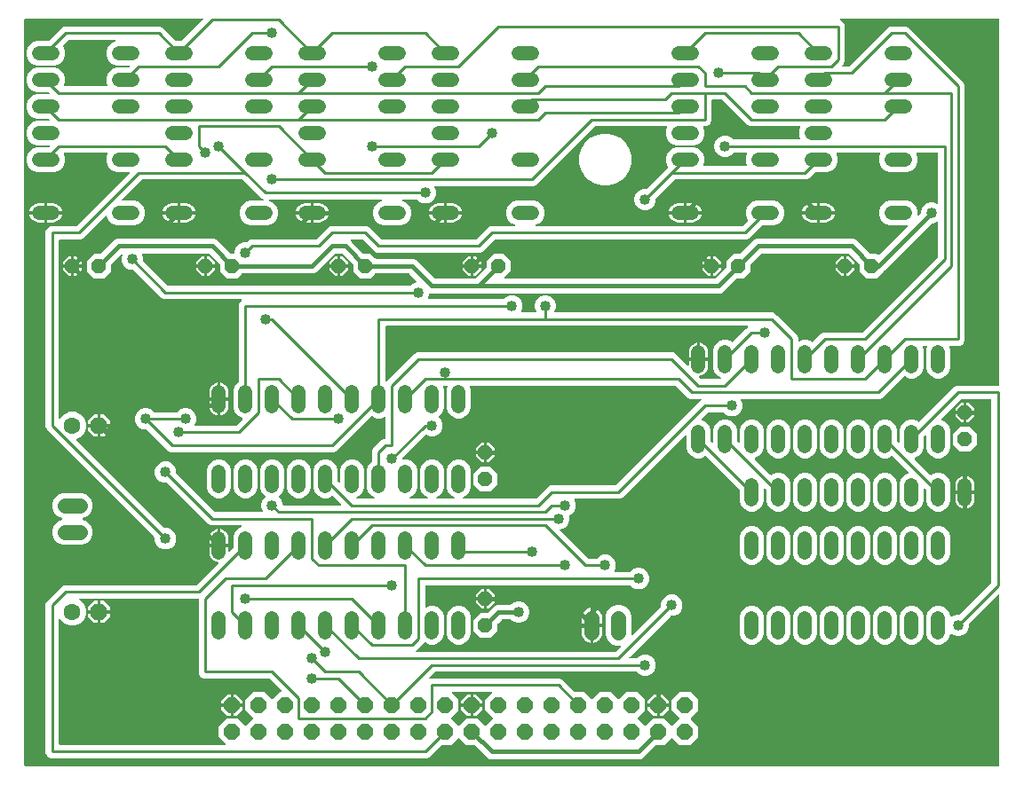
<source format=gbl>
G04 EAGLE Gerber RS-274X export*
G75*
%MOMM*%
%FSLAX34Y34*%
%LPD*%
%INBottom Copper*%
%IPPOS*%
%AMOC8*
5,1,8,0,0,1.08239X$1,22.5*%
G01*
%ADD10P,1.429621X8X112.500000*%
%ADD11C,1.320800*%
%ADD12P,1.649562X8X202.500000*%
%ADD13P,1.732040X8X22.500000*%
%ADD14C,1.600200*%
%ADD15C,1.422400*%
%ADD16P,1.429621X8X202.500000*%
%ADD17C,0.254000*%
%ADD18C,1.016000*%
%ADD19C,0.406400*%

G36*
X933978Y5084D02*
X933978Y5084D01*
X933997Y5082D01*
X934099Y5104D01*
X934201Y5120D01*
X934218Y5130D01*
X934238Y5134D01*
X934327Y5187D01*
X934418Y5236D01*
X934432Y5250D01*
X934449Y5260D01*
X934516Y5339D01*
X934588Y5414D01*
X934596Y5432D01*
X934609Y5447D01*
X934648Y5543D01*
X934691Y5637D01*
X934693Y5657D01*
X934701Y5675D01*
X934719Y5842D01*
X934719Y168250D01*
X934708Y168321D01*
X934706Y168393D01*
X934688Y168442D01*
X934680Y168493D01*
X934646Y168556D01*
X934621Y168624D01*
X934589Y168664D01*
X934564Y168710D01*
X934513Y168760D01*
X934468Y168816D01*
X934424Y168844D01*
X934386Y168880D01*
X934321Y168910D01*
X934261Y168949D01*
X934210Y168961D01*
X934163Y168983D01*
X934092Y168991D01*
X934022Y169009D01*
X933970Y169005D01*
X933919Y169010D01*
X933848Y168995D01*
X933777Y168990D01*
X933729Y168969D01*
X933678Y168958D01*
X933617Y168921D01*
X933551Y168893D01*
X933495Y168849D01*
X933467Y168832D01*
X933452Y168814D01*
X933420Y168788D01*
X905734Y141102D01*
X905689Y141040D01*
X905662Y141011D01*
X905656Y141000D01*
X905621Y140959D01*
X905609Y140929D01*
X905590Y140903D01*
X905563Y140816D01*
X905529Y140731D01*
X905525Y140690D01*
X905518Y140668D01*
X905519Y140635D01*
X905511Y140564D01*
X905511Y137679D01*
X903964Y133944D01*
X901106Y131086D01*
X897371Y129539D01*
X893329Y129539D01*
X889594Y131086D01*
X889284Y131396D01*
X889226Y131438D01*
X889174Y131488D01*
X889127Y131509D01*
X889085Y131540D01*
X889016Y131561D01*
X888951Y131591D01*
X888899Y131597D01*
X888849Y131612D01*
X888778Y131610D01*
X888707Y131618D01*
X888656Y131607D01*
X888604Y131606D01*
X888536Y131581D01*
X888466Y131566D01*
X888421Y131539D01*
X888373Y131521D01*
X888317Y131477D01*
X888255Y131440D01*
X888221Y131400D01*
X888181Y131368D01*
X888142Y131307D01*
X888095Y131253D01*
X888076Y131205D01*
X888048Y131161D01*
X888030Y131091D01*
X888003Y131025D01*
X887995Y130953D01*
X887987Y130922D01*
X887989Y130899D01*
X887985Y130858D01*
X887985Y130772D01*
X886206Y126477D01*
X882919Y123190D01*
X878624Y121411D01*
X873976Y121411D01*
X869681Y123190D01*
X866394Y126477D01*
X864615Y130772D01*
X864615Y148628D01*
X866394Y152923D01*
X869681Y156210D01*
X873976Y157989D01*
X878624Y157989D01*
X882919Y156210D01*
X886206Y152923D01*
X887985Y148628D01*
X887985Y148542D01*
X887996Y148471D01*
X887998Y148400D01*
X888016Y148351D01*
X888024Y148299D01*
X888058Y148236D01*
X888083Y148169D01*
X888115Y148128D01*
X888140Y148082D01*
X888191Y148033D01*
X888236Y147976D01*
X888280Y147948D01*
X888318Y147912D01*
X888383Y147882D01*
X888443Y147844D01*
X888494Y147831D01*
X888541Y147809D01*
X888612Y147801D01*
X888682Y147783D01*
X888734Y147788D01*
X888785Y147782D01*
X888856Y147797D01*
X888927Y147803D01*
X888975Y147823D01*
X889026Y147834D01*
X889087Y147871D01*
X889153Y147899D01*
X889209Y147944D01*
X889237Y147960D01*
X889252Y147978D01*
X889284Y148004D01*
X889594Y148314D01*
X893329Y149861D01*
X896214Y149861D01*
X896304Y149875D01*
X896395Y149883D01*
X896425Y149895D01*
X896457Y149900D01*
X896538Y149943D01*
X896621Y149979D01*
X896654Y150005D01*
X896674Y150016D01*
X896696Y150039D01*
X896752Y150084D01*
X926876Y180208D01*
X926929Y180282D01*
X926989Y180351D01*
X927001Y180381D01*
X927020Y180407D01*
X927047Y180494D01*
X927081Y180579D01*
X927085Y180620D01*
X927092Y180642D01*
X927091Y180675D01*
X927099Y180746D01*
X927099Y354838D01*
X927096Y354858D01*
X927098Y354877D01*
X927076Y354979D01*
X927060Y355081D01*
X927050Y355098D01*
X927046Y355118D01*
X926993Y355207D01*
X926944Y355298D01*
X926930Y355312D01*
X926920Y355329D01*
X926841Y355396D01*
X926766Y355468D01*
X926748Y355476D01*
X926733Y355489D01*
X926637Y355528D01*
X926543Y355571D01*
X926523Y355573D01*
X926505Y355581D01*
X926338Y355599D01*
X898296Y355599D01*
X898206Y355585D01*
X898115Y355577D01*
X898085Y355565D01*
X898053Y355560D01*
X897972Y355517D01*
X897889Y355481D01*
X897856Y355455D01*
X897836Y355444D01*
X897814Y355421D01*
X897758Y355376D01*
X879109Y336727D01*
X879082Y336690D01*
X879048Y336659D01*
X879010Y336591D01*
X878965Y336528D01*
X878952Y336484D01*
X878929Y336444D01*
X878916Y336367D01*
X878893Y336293D01*
X878894Y336247D01*
X878886Y336201D01*
X878897Y336124D01*
X878899Y336047D01*
X878915Y336004D01*
X878922Y335958D01*
X878957Y335889D01*
X878984Y335816D01*
X879012Y335780D01*
X879033Y335739D01*
X879089Y335684D01*
X879137Y335624D01*
X879176Y335599D01*
X879209Y335567D01*
X879328Y335501D01*
X879344Y335491D01*
X879349Y335489D01*
X879356Y335486D01*
X882919Y334010D01*
X886206Y330723D01*
X887985Y326428D01*
X887985Y308572D01*
X886206Y304277D01*
X882919Y300990D01*
X878624Y299211D01*
X873976Y299211D01*
X869681Y300990D01*
X866394Y304277D01*
X864615Y308572D01*
X864615Y320396D01*
X864604Y320467D01*
X864602Y320539D01*
X864584Y320588D01*
X864576Y320639D01*
X864542Y320702D01*
X864517Y320770D01*
X864485Y320810D01*
X864460Y320856D01*
X864409Y320906D01*
X864364Y320962D01*
X864320Y320990D01*
X864282Y321026D01*
X864217Y321056D01*
X864157Y321095D01*
X864106Y321107D01*
X864059Y321129D01*
X863988Y321137D01*
X863918Y321155D01*
X863866Y321151D01*
X863815Y321156D01*
X863744Y321141D01*
X863673Y321136D01*
X863625Y321115D01*
X863574Y321104D01*
X863513Y321067D01*
X863447Y321039D01*
X863391Y320995D01*
X863363Y320978D01*
X863348Y320960D01*
X863316Y320934D01*
X862808Y320426D01*
X862755Y320352D01*
X862695Y320283D01*
X862683Y320253D01*
X862664Y320227D01*
X862637Y320140D01*
X862603Y320055D01*
X862599Y320014D01*
X862592Y319992D01*
X862593Y319959D01*
X862585Y319888D01*
X862585Y308572D01*
X860806Y304277D01*
X857519Y300990D01*
X853956Y299514D01*
X853917Y299490D01*
X853873Y299474D01*
X853813Y299426D01*
X853747Y299385D01*
X853717Y299349D01*
X853681Y299321D01*
X853639Y299255D01*
X853590Y299195D01*
X853573Y299152D01*
X853548Y299114D01*
X853529Y299038D01*
X853502Y298966D01*
X853500Y298920D01*
X853488Y298875D01*
X853494Y298798D01*
X853491Y298720D01*
X853504Y298676D01*
X853508Y298630D01*
X853538Y298558D01*
X853560Y298484D01*
X853586Y298446D01*
X853604Y298404D01*
X853689Y298297D01*
X853700Y298281D01*
X853704Y298278D01*
X853709Y298273D01*
X868688Y283293D01*
X868704Y283282D01*
X868717Y283266D01*
X868804Y283210D01*
X868888Y283150D01*
X868907Y283144D01*
X868924Y283133D01*
X869024Y283108D01*
X869123Y283077D01*
X869143Y283078D01*
X869163Y283073D01*
X869266Y283081D01*
X869369Y283084D01*
X869388Y283091D01*
X869408Y283092D01*
X869503Y283133D01*
X869600Y283168D01*
X869616Y283181D01*
X869634Y283189D01*
X869638Y283192D01*
X873976Y284989D01*
X878624Y284989D01*
X882919Y283210D01*
X886206Y279923D01*
X887985Y275628D01*
X887985Y257772D01*
X886206Y253477D01*
X882919Y250190D01*
X878624Y248411D01*
X873976Y248411D01*
X869681Y250190D01*
X866394Y253477D01*
X864615Y257772D01*
X864615Y269088D01*
X864601Y269178D01*
X864593Y269269D01*
X864581Y269299D01*
X864576Y269331D01*
X864533Y269412D01*
X864497Y269495D01*
X864471Y269528D01*
X864460Y269548D01*
X864437Y269570D01*
X864392Y269626D01*
X863884Y270134D01*
X863826Y270176D01*
X863774Y270226D01*
X863727Y270248D01*
X863685Y270278D01*
X863616Y270299D01*
X863551Y270329D01*
X863499Y270335D01*
X863449Y270350D01*
X863378Y270348D01*
X863307Y270356D01*
X863256Y270345D01*
X863204Y270344D01*
X863136Y270319D01*
X863066Y270304D01*
X863022Y270277D01*
X862973Y270260D01*
X862917Y270215D01*
X862855Y270178D01*
X862821Y270138D01*
X862781Y270106D01*
X862742Y270046D01*
X862695Y269991D01*
X862676Y269943D01*
X862648Y269899D01*
X862630Y269829D01*
X862603Y269763D01*
X862595Y269692D01*
X862587Y269660D01*
X862589Y269637D01*
X862585Y269596D01*
X862585Y257772D01*
X860806Y253477D01*
X857519Y250190D01*
X853224Y248411D01*
X848576Y248411D01*
X844281Y250190D01*
X840994Y253477D01*
X839215Y257772D01*
X839215Y275628D01*
X840994Y279923D01*
X844281Y283210D01*
X847844Y284686D01*
X847883Y284710D01*
X847927Y284726D01*
X847987Y284774D01*
X848053Y284815D01*
X848083Y284851D01*
X848119Y284879D01*
X848161Y284945D01*
X848210Y285005D01*
X848227Y285048D01*
X848252Y285086D01*
X848271Y285162D01*
X848298Y285234D01*
X848300Y285280D01*
X848312Y285325D01*
X848306Y285402D01*
X848309Y285480D01*
X848296Y285524D01*
X848292Y285570D01*
X848262Y285642D01*
X848240Y285716D01*
X848214Y285754D01*
X848196Y285796D01*
X848111Y285903D01*
X848100Y285919D01*
X848096Y285922D01*
X848091Y285927D01*
X833112Y300907D01*
X833096Y300918D01*
X833083Y300934D01*
X832996Y300990D01*
X832912Y301050D01*
X832893Y301056D01*
X832876Y301067D01*
X832776Y301092D01*
X832677Y301123D01*
X832657Y301122D01*
X832637Y301127D01*
X832534Y301119D01*
X832431Y301116D01*
X832412Y301109D01*
X832392Y301108D01*
X832297Y301067D01*
X832200Y301032D01*
X832184Y301019D01*
X832166Y301011D01*
X832162Y301008D01*
X827824Y299211D01*
X823176Y299211D01*
X818881Y300990D01*
X815594Y304277D01*
X813815Y308572D01*
X813815Y326428D01*
X815594Y330723D01*
X818881Y334010D01*
X823176Y335789D01*
X827824Y335789D01*
X832119Y334010D01*
X835406Y330723D01*
X837185Y326428D01*
X837185Y315112D01*
X837199Y315022D01*
X837207Y314931D01*
X837219Y314901D01*
X837224Y314869D01*
X837267Y314788D01*
X837303Y314705D01*
X837329Y314672D01*
X837340Y314652D01*
X837363Y314630D01*
X837408Y314574D01*
X837916Y314066D01*
X837974Y314024D01*
X838026Y313974D01*
X838073Y313952D01*
X838115Y313922D01*
X838184Y313901D01*
X838249Y313871D01*
X838301Y313865D01*
X838351Y313850D01*
X838422Y313852D01*
X838493Y313844D01*
X838544Y313855D01*
X838596Y313856D01*
X838664Y313881D01*
X838734Y313896D01*
X838778Y313923D01*
X838827Y313940D01*
X838883Y313985D01*
X838945Y314022D01*
X838979Y314062D01*
X839019Y314094D01*
X839058Y314154D01*
X839105Y314209D01*
X839124Y314257D01*
X839152Y314301D01*
X839170Y314371D01*
X839197Y314437D01*
X839205Y314508D01*
X839213Y314540D01*
X839211Y314563D01*
X839215Y314604D01*
X839215Y326428D01*
X840994Y330723D01*
X844281Y334010D01*
X848576Y335789D01*
X853224Y335789D01*
X857596Y333978D01*
X857635Y333950D01*
X857654Y333944D01*
X857671Y333933D01*
X857771Y333908D01*
X857870Y333877D01*
X857890Y333878D01*
X857909Y333873D01*
X858012Y333881D01*
X858116Y333884D01*
X858135Y333891D01*
X858155Y333892D01*
X858250Y333932D01*
X858347Y333968D01*
X858362Y333981D01*
X858381Y333988D01*
X858512Y334093D01*
X891753Y367334D01*
X894087Y368301D01*
X933958Y368301D01*
X933978Y368304D01*
X933997Y368302D01*
X934099Y368324D01*
X934201Y368340D01*
X934218Y368350D01*
X934238Y368354D01*
X934327Y368407D01*
X934418Y368456D01*
X934432Y368470D01*
X934449Y368480D01*
X934516Y368559D01*
X934588Y368634D01*
X934596Y368652D01*
X934609Y368667D01*
X934648Y368763D01*
X934691Y368857D01*
X934693Y368877D01*
X934701Y368895D01*
X934719Y369062D01*
X934719Y718058D01*
X934716Y718078D01*
X934718Y718097D01*
X934696Y718199D01*
X934680Y718301D01*
X934670Y718318D01*
X934666Y718338D01*
X934613Y718427D01*
X934564Y718518D01*
X934550Y718532D01*
X934540Y718549D01*
X934461Y718616D01*
X934386Y718688D01*
X934368Y718696D01*
X934353Y718709D01*
X934257Y718748D01*
X934163Y718791D01*
X934143Y718793D01*
X934125Y718801D01*
X933958Y718819D01*
X783078Y718819D01*
X782982Y718804D01*
X782885Y718794D01*
X782861Y718784D01*
X782835Y718780D01*
X782749Y718734D01*
X782660Y718694D01*
X782641Y718677D01*
X782618Y718664D01*
X782551Y718594D01*
X782479Y718528D01*
X782466Y718505D01*
X782448Y718486D01*
X782407Y718398D01*
X782360Y718312D01*
X782356Y718287D01*
X782345Y718263D01*
X782334Y718166D01*
X782317Y718070D01*
X782320Y718044D01*
X782318Y718019D01*
X782338Y717923D01*
X782352Y717827D01*
X782364Y717804D01*
X782370Y717778D01*
X782420Y717695D01*
X782464Y717608D01*
X782483Y717589D01*
X782496Y717567D01*
X782570Y717504D01*
X782639Y717436D01*
X782668Y717420D01*
X782683Y717407D01*
X782714Y717395D01*
X782786Y717355D01*
X784647Y716584D01*
X786434Y714797D01*
X787401Y712463D01*
X787401Y678187D01*
X786434Y675853D01*
X784982Y674400D01*
X784940Y674342D01*
X784890Y674290D01*
X784868Y674243D01*
X784838Y674201D01*
X784817Y674132D01*
X784787Y674067D01*
X784781Y674015D01*
X784766Y673965D01*
X784768Y673894D01*
X784760Y673823D01*
X784771Y673772D01*
X784772Y673720D01*
X784797Y673652D01*
X784812Y673582D01*
X784839Y673537D01*
X784856Y673489D01*
X784901Y673433D01*
X784938Y673371D01*
X784978Y673337D01*
X785010Y673297D01*
X785070Y673258D01*
X785125Y673211D01*
X785173Y673192D01*
X785217Y673164D01*
X785287Y673146D01*
X785353Y673119D01*
X785424Y673111D01*
X785456Y673103D01*
X785479Y673105D01*
X785520Y673101D01*
X790804Y673101D01*
X790894Y673115D01*
X790985Y673123D01*
X791015Y673135D01*
X791047Y673140D01*
X791128Y673183D01*
X791211Y673219D01*
X791244Y673245D01*
X791264Y673256D01*
X791286Y673279D01*
X791342Y673324D01*
X828253Y710234D01*
X830587Y711201D01*
X845813Y711201D01*
X848147Y710234D01*
X900734Y657647D01*
X901701Y655313D01*
X901701Y411487D01*
X900734Y409153D01*
X898947Y407366D01*
X896613Y406399D01*
X887562Y406399D01*
X887517Y406392D01*
X887471Y406394D01*
X887396Y406372D01*
X887319Y406360D01*
X887279Y406338D01*
X887235Y406325D01*
X887171Y406281D01*
X887102Y406244D01*
X887070Y406211D01*
X887033Y406185D01*
X886986Y406123D01*
X886932Y406066D01*
X886913Y406024D01*
X886886Y405988D01*
X886862Y405914D01*
X886829Y405843D01*
X886824Y405797D01*
X886810Y405754D01*
X886810Y405676D01*
X886802Y405599D01*
X886812Y405554D01*
X886812Y405508D01*
X886850Y405376D01*
X886854Y405358D01*
X886857Y405354D01*
X886859Y405347D01*
X887985Y402628D01*
X887985Y384772D01*
X886206Y380477D01*
X882919Y377190D01*
X878624Y375411D01*
X873976Y375411D01*
X869681Y377190D01*
X866394Y380477D01*
X864615Y384772D01*
X864615Y402628D01*
X865741Y405347D01*
X865752Y405391D01*
X865771Y405433D01*
X865780Y405510D01*
X865797Y405586D01*
X865793Y405632D01*
X865798Y405677D01*
X865782Y405754D01*
X865774Y405831D01*
X865756Y405873D01*
X865746Y405918D01*
X865706Y405985D01*
X865674Y406056D01*
X865643Y406090D01*
X865620Y406129D01*
X865561Y406180D01*
X865508Y406237D01*
X865468Y406259D01*
X865433Y406289D01*
X865361Y406318D01*
X865292Y406355D01*
X865247Y406364D01*
X865205Y406381D01*
X865069Y406396D01*
X865050Y406399D01*
X865045Y406398D01*
X865038Y406399D01*
X862162Y406399D01*
X862117Y406392D01*
X862071Y406394D01*
X861996Y406372D01*
X861919Y406360D01*
X861879Y406338D01*
X861835Y406325D01*
X861771Y406281D01*
X861702Y406244D01*
X861670Y406211D01*
X861633Y406185D01*
X861586Y406123D01*
X861532Y406066D01*
X861513Y406024D01*
X861486Y405988D01*
X861462Y405914D01*
X861429Y405843D01*
X861424Y405797D01*
X861410Y405754D01*
X861410Y405676D01*
X861402Y405599D01*
X861412Y405554D01*
X861412Y405508D01*
X861450Y405376D01*
X861454Y405358D01*
X861457Y405354D01*
X861459Y405347D01*
X862585Y402628D01*
X862585Y384772D01*
X860806Y380477D01*
X857519Y377190D01*
X853224Y375411D01*
X848576Y375411D01*
X844204Y377222D01*
X844165Y377250D01*
X844146Y377256D01*
X844129Y377267D01*
X844029Y377292D01*
X843930Y377323D01*
X843910Y377322D01*
X843891Y377327D01*
X843788Y377319D01*
X843684Y377316D01*
X843665Y377309D01*
X843645Y377308D01*
X843550Y377268D01*
X843453Y377232D01*
X843438Y377219D01*
X843419Y377212D01*
X843288Y377107D01*
X822747Y356566D01*
X820413Y355599D01*
X688957Y355599D01*
X688912Y355592D01*
X688866Y355594D01*
X688791Y355572D01*
X688714Y355560D01*
X688674Y355538D01*
X688630Y355525D01*
X688566Y355481D01*
X688497Y355444D01*
X688466Y355411D01*
X688428Y355385D01*
X688381Y355322D01*
X688328Y355266D01*
X688308Y355224D01*
X688281Y355188D01*
X688257Y355114D01*
X688224Y355043D01*
X688219Y354997D01*
X688205Y354954D01*
X688206Y354876D01*
X688197Y354799D01*
X688207Y354754D01*
X688207Y354708D01*
X688245Y354576D01*
X688249Y354558D01*
X688252Y354554D01*
X688254Y354547D01*
X689611Y351271D01*
X689611Y347229D01*
X688064Y343494D01*
X685206Y340636D01*
X681471Y339089D01*
X677429Y339089D01*
X673694Y340636D01*
X671654Y342676D01*
X671580Y342729D01*
X671511Y342789D01*
X671481Y342801D01*
X671454Y342820D01*
X671368Y342847D01*
X671283Y342881D01*
X671242Y342885D01*
X671219Y342892D01*
X671187Y342891D01*
X671116Y342899D01*
X656996Y342899D01*
X656906Y342885D01*
X656815Y342877D01*
X656785Y342865D01*
X656753Y342860D01*
X656672Y342817D01*
X656589Y342781D01*
X656556Y342755D01*
X656536Y342744D01*
X656514Y342721D01*
X656458Y342676D01*
X650509Y336727D01*
X650482Y336690D01*
X650448Y336659D01*
X650411Y336591D01*
X650365Y336528D01*
X650352Y336484D01*
X650329Y336444D01*
X650316Y336367D01*
X650293Y336293D01*
X650294Y336247D01*
X650286Y336201D01*
X650297Y336124D01*
X650299Y336047D01*
X650315Y336004D01*
X650322Y335958D01*
X650357Y335889D01*
X650384Y335816D01*
X650412Y335780D01*
X650433Y335739D01*
X650489Y335684D01*
X650537Y335624D01*
X650576Y335599D01*
X650609Y335567D01*
X650728Y335501D01*
X650744Y335491D01*
X650749Y335489D01*
X650756Y335486D01*
X654319Y334010D01*
X657606Y330723D01*
X659385Y326428D01*
X659385Y315112D01*
X659399Y315022D01*
X659407Y314931D01*
X659419Y314901D01*
X659424Y314869D01*
X659467Y314788D01*
X659503Y314705D01*
X659529Y314672D01*
X659540Y314652D01*
X659563Y314630D01*
X659608Y314574D01*
X660116Y314066D01*
X660174Y314024D01*
X660226Y313974D01*
X660273Y313952D01*
X660315Y313922D01*
X660384Y313901D01*
X660449Y313871D01*
X660501Y313865D01*
X660551Y313850D01*
X660622Y313852D01*
X660693Y313844D01*
X660744Y313855D01*
X660796Y313856D01*
X660864Y313881D01*
X660934Y313896D01*
X660978Y313923D01*
X661027Y313940D01*
X661083Y313985D01*
X661145Y314022D01*
X661179Y314062D01*
X661219Y314094D01*
X661258Y314154D01*
X661305Y314209D01*
X661324Y314257D01*
X661352Y314301D01*
X661370Y314371D01*
X661397Y314437D01*
X661405Y314508D01*
X661413Y314540D01*
X661411Y314563D01*
X661415Y314604D01*
X661415Y326428D01*
X663194Y330723D01*
X666481Y334010D01*
X670776Y335789D01*
X675424Y335789D01*
X679719Y334010D01*
X683006Y330723D01*
X684785Y326428D01*
X684785Y315112D01*
X684799Y315022D01*
X684807Y314931D01*
X684819Y314901D01*
X684824Y314869D01*
X684867Y314788D01*
X684903Y314705D01*
X684929Y314672D01*
X684940Y314652D01*
X684963Y314630D01*
X685008Y314574D01*
X685516Y314066D01*
X685574Y314024D01*
X685626Y313974D01*
X685673Y313952D01*
X685715Y313922D01*
X685784Y313901D01*
X685849Y313871D01*
X685901Y313865D01*
X685951Y313850D01*
X686022Y313852D01*
X686093Y313844D01*
X686144Y313855D01*
X686196Y313856D01*
X686264Y313881D01*
X686334Y313896D01*
X686378Y313923D01*
X686427Y313940D01*
X686483Y313985D01*
X686545Y314022D01*
X686579Y314062D01*
X686619Y314094D01*
X686658Y314154D01*
X686705Y314209D01*
X686724Y314257D01*
X686752Y314301D01*
X686770Y314371D01*
X686797Y314437D01*
X686805Y314508D01*
X686813Y314540D01*
X686811Y314563D01*
X686815Y314604D01*
X686815Y326428D01*
X688594Y330723D01*
X691881Y334010D01*
X696176Y335789D01*
X700824Y335789D01*
X705119Y334010D01*
X708406Y330723D01*
X710185Y326428D01*
X710185Y308572D01*
X708406Y304277D01*
X705119Y300990D01*
X701556Y299514D01*
X701517Y299490D01*
X701473Y299474D01*
X701413Y299426D01*
X701347Y299385D01*
X701317Y299349D01*
X701281Y299321D01*
X701239Y299255D01*
X701190Y299195D01*
X701173Y299152D01*
X701148Y299114D01*
X701129Y299038D01*
X701102Y298966D01*
X701100Y298920D01*
X701088Y298875D01*
X701094Y298798D01*
X701091Y298720D01*
X701104Y298676D01*
X701108Y298630D01*
X701138Y298558D01*
X701160Y298484D01*
X701186Y298446D01*
X701204Y298404D01*
X701289Y298297D01*
X701300Y298281D01*
X701304Y298278D01*
X701309Y298273D01*
X716288Y283293D01*
X716304Y283282D01*
X716317Y283266D01*
X716404Y283210D01*
X716488Y283150D01*
X716507Y283144D01*
X716524Y283133D01*
X716624Y283108D01*
X716723Y283077D01*
X716743Y283078D01*
X716763Y283073D01*
X716866Y283081D01*
X716969Y283084D01*
X716988Y283091D01*
X717008Y283092D01*
X717103Y283133D01*
X717200Y283168D01*
X717216Y283181D01*
X717234Y283189D01*
X717238Y283192D01*
X721576Y284989D01*
X726224Y284989D01*
X730519Y283210D01*
X733806Y279923D01*
X735585Y275628D01*
X735585Y257772D01*
X733806Y253477D01*
X730519Y250190D01*
X726224Y248411D01*
X721576Y248411D01*
X717281Y250190D01*
X713994Y253477D01*
X712215Y257772D01*
X712215Y269088D01*
X712201Y269178D01*
X712193Y269269D01*
X712181Y269299D01*
X712176Y269331D01*
X712133Y269412D01*
X712097Y269495D01*
X712071Y269528D01*
X712060Y269548D01*
X712037Y269570D01*
X711992Y269626D01*
X711484Y270134D01*
X711426Y270176D01*
X711374Y270226D01*
X711327Y270248D01*
X711285Y270278D01*
X711216Y270299D01*
X711151Y270329D01*
X711099Y270335D01*
X711049Y270350D01*
X710978Y270348D01*
X710907Y270356D01*
X710856Y270345D01*
X710804Y270344D01*
X710736Y270319D01*
X710666Y270304D01*
X710622Y270277D01*
X710573Y270260D01*
X710517Y270215D01*
X710455Y270178D01*
X710421Y270138D01*
X710381Y270106D01*
X710342Y270046D01*
X710295Y269991D01*
X710276Y269943D01*
X710248Y269899D01*
X710230Y269829D01*
X710203Y269763D01*
X710195Y269692D01*
X710187Y269660D01*
X710189Y269637D01*
X710185Y269596D01*
X710185Y257772D01*
X708406Y253477D01*
X705119Y250190D01*
X700824Y248411D01*
X696176Y248411D01*
X691881Y250190D01*
X688594Y253477D01*
X686815Y257772D01*
X686815Y269088D01*
X686801Y269178D01*
X686793Y269269D01*
X686781Y269299D01*
X686776Y269331D01*
X686733Y269412D01*
X686697Y269495D01*
X686671Y269528D01*
X686660Y269548D01*
X686637Y269570D01*
X686592Y269626D01*
X655312Y300907D01*
X655296Y300918D01*
X655283Y300934D01*
X655196Y300990D01*
X655112Y301050D01*
X655093Y301056D01*
X655076Y301067D01*
X654976Y301092D01*
X654877Y301123D01*
X654857Y301122D01*
X654837Y301127D01*
X654734Y301119D01*
X654631Y301116D01*
X654612Y301109D01*
X654592Y301108D01*
X654497Y301067D01*
X654400Y301032D01*
X654384Y301019D01*
X654366Y301011D01*
X654362Y301008D01*
X650024Y299211D01*
X645376Y299211D01*
X641081Y300990D01*
X637794Y304277D01*
X636015Y308572D01*
X636015Y320396D01*
X636004Y320467D01*
X636002Y320539D01*
X635984Y320588D01*
X635976Y320639D01*
X635942Y320702D01*
X635917Y320770D01*
X635885Y320810D01*
X635860Y320856D01*
X635808Y320906D01*
X635764Y320962D01*
X635720Y320990D01*
X635682Y321026D01*
X635617Y321056D01*
X635557Y321095D01*
X635506Y321107D01*
X635459Y321129D01*
X635388Y321137D01*
X635318Y321155D01*
X635266Y321151D01*
X635215Y321156D01*
X635144Y321141D01*
X635073Y321136D01*
X635025Y321115D01*
X634974Y321104D01*
X634913Y321067D01*
X634847Y321039D01*
X634791Y320995D01*
X634763Y320978D01*
X634748Y320960D01*
X634716Y320934D01*
X575097Y261316D01*
X572763Y260349D01*
X530207Y260349D01*
X530162Y260342D01*
X530116Y260344D01*
X530041Y260322D01*
X529964Y260310D01*
X529924Y260288D01*
X529880Y260275D01*
X529816Y260231D01*
X529747Y260194D01*
X529716Y260161D01*
X529678Y260135D01*
X529631Y260072D01*
X529578Y260016D01*
X529558Y259974D01*
X529531Y259938D01*
X529507Y259864D01*
X529474Y259793D01*
X529469Y259747D01*
X529455Y259704D01*
X529456Y259626D01*
X529447Y259549D01*
X529457Y259504D01*
X529457Y259458D01*
X529495Y259326D01*
X529499Y259308D01*
X529502Y259304D01*
X529504Y259297D01*
X530861Y256021D01*
X530861Y251979D01*
X529314Y248244D01*
X526456Y245386D01*
X524769Y244687D01*
X524752Y244677D01*
X524733Y244671D01*
X524648Y244613D01*
X524560Y244558D01*
X524547Y244542D01*
X524531Y244531D01*
X524469Y244448D01*
X524403Y244368D01*
X524396Y244350D01*
X524384Y244334D01*
X524352Y244235D01*
X524315Y244139D01*
X524314Y244119D01*
X524308Y244100D01*
X524309Y243996D01*
X524304Y243893D01*
X524310Y243874D01*
X524310Y243854D01*
X524357Y243693D01*
X524511Y243321D01*
X524511Y239279D01*
X522964Y235544D01*
X520106Y232686D01*
X516371Y231139D01*
X516280Y231139D01*
X516209Y231128D01*
X516137Y231126D01*
X516088Y231108D01*
X516037Y231100D01*
X515974Y231066D01*
X515906Y231041D01*
X515866Y231009D01*
X515820Y230984D01*
X515770Y230932D01*
X515714Y230888D01*
X515686Y230844D01*
X515650Y230806D01*
X515620Y230741D01*
X515581Y230681D01*
X515569Y230630D01*
X515547Y230583D01*
X515539Y230512D01*
X515521Y230442D01*
X515525Y230390D01*
X515520Y230339D01*
X515535Y230268D01*
X515540Y230197D01*
X515561Y230149D01*
X515572Y230098D01*
X515609Y230037D01*
X515637Y229971D01*
X515681Y229915D01*
X515698Y229887D01*
X515716Y229872D01*
X515742Y229840D01*
X542158Y203424D01*
X542232Y203371D01*
X542301Y203311D01*
X542331Y203299D01*
X542357Y203280D01*
X542444Y203253D01*
X542529Y203219D01*
X542570Y203215D01*
X542592Y203208D01*
X542625Y203209D01*
X542696Y203201D01*
X550466Y203201D01*
X550556Y203215D01*
X550647Y203223D01*
X550677Y203235D01*
X550709Y203240D01*
X550789Y203283D01*
X550873Y203319D01*
X550905Y203345D01*
X550926Y203356D01*
X550948Y203379D01*
X551004Y203424D01*
X553044Y205464D01*
X556779Y207011D01*
X560821Y207011D01*
X564556Y205464D01*
X567414Y202606D01*
X568961Y198871D01*
X568961Y194829D01*
X567604Y191553D01*
X567593Y191509D01*
X567574Y191467D01*
X567566Y191390D01*
X567548Y191314D01*
X567552Y191268D01*
X567547Y191223D01*
X567564Y191146D01*
X567571Y191069D01*
X567589Y191027D01*
X567599Y190982D01*
X567639Y190915D01*
X567671Y190844D01*
X567702Y190810D01*
X567725Y190771D01*
X567785Y190720D01*
X567837Y190663D01*
X567877Y190641D01*
X567912Y190611D01*
X567985Y190582D01*
X568053Y190545D01*
X568098Y190536D01*
X568140Y190519D01*
X568276Y190504D01*
X568295Y190501D01*
X568300Y190502D01*
X568307Y190501D01*
X582216Y190501D01*
X582306Y190515D01*
X582397Y190523D01*
X582427Y190535D01*
X582459Y190540D01*
X582539Y190583D01*
X582623Y190619D01*
X582655Y190645D01*
X582676Y190656D01*
X582698Y190679D01*
X582754Y190724D01*
X584794Y192764D01*
X588529Y194311D01*
X592571Y194311D01*
X596306Y192764D01*
X599164Y189906D01*
X600711Y186171D01*
X600711Y182129D01*
X599164Y178394D01*
X596306Y175536D01*
X592571Y173989D01*
X588529Y173989D01*
X584794Y175536D01*
X582754Y177576D01*
X582680Y177629D01*
X582611Y177689D01*
X582581Y177701D01*
X582554Y177720D01*
X582468Y177747D01*
X582383Y177781D01*
X582342Y177785D01*
X582319Y177792D01*
X582287Y177791D01*
X582216Y177799D01*
X388112Y177799D01*
X388092Y177796D01*
X388073Y177798D01*
X387971Y177776D01*
X387869Y177760D01*
X387852Y177750D01*
X387832Y177746D01*
X387743Y177693D01*
X387652Y177644D01*
X387638Y177630D01*
X387621Y177620D01*
X387554Y177541D01*
X387482Y177466D01*
X387474Y177448D01*
X387461Y177433D01*
X387422Y177337D01*
X387379Y177243D01*
X387377Y177223D01*
X387369Y177205D01*
X387351Y177038D01*
X387351Y157461D01*
X387358Y157416D01*
X387356Y157370D01*
X387378Y157295D01*
X387390Y157218D01*
X387412Y157178D01*
X387425Y157133D01*
X387469Y157069D01*
X387506Y157001D01*
X387539Y156969D01*
X387565Y156931D01*
X387628Y156885D01*
X387684Y156831D01*
X387726Y156812D01*
X387762Y156785D01*
X387836Y156760D01*
X387907Y156728D01*
X387953Y156723D01*
X387996Y156708D01*
X388074Y156709D01*
X388151Y156701D01*
X388196Y156710D01*
X388242Y156711D01*
X388374Y156749D01*
X388392Y156753D01*
X388396Y156755D01*
X388403Y156757D01*
X391376Y157989D01*
X396024Y157989D01*
X400319Y156210D01*
X403606Y152923D01*
X405385Y148628D01*
X405385Y130772D01*
X403606Y126477D01*
X400319Y123190D01*
X396024Y121411D01*
X391376Y121411D01*
X387004Y123222D01*
X386965Y123250D01*
X386946Y123256D01*
X386929Y123267D01*
X386829Y123292D01*
X386730Y123323D01*
X386710Y123322D01*
X386691Y123327D01*
X386588Y123319D01*
X386484Y123316D01*
X386465Y123309D01*
X386445Y123308D01*
X386350Y123267D01*
X386253Y123232D01*
X386238Y123219D01*
X386219Y123212D01*
X386088Y123107D01*
X384490Y121509D01*
X378582Y115600D01*
X378540Y115542D01*
X378490Y115490D01*
X378468Y115443D01*
X378438Y115401D01*
X378417Y115332D01*
X378387Y115267D01*
X378381Y115215D01*
X378366Y115165D01*
X378368Y115094D01*
X378360Y115023D01*
X378371Y114972D01*
X378372Y114920D01*
X378397Y114852D01*
X378412Y114782D01*
X378439Y114737D01*
X378456Y114689D01*
X378501Y114633D01*
X378538Y114571D01*
X378578Y114537D01*
X378610Y114497D01*
X378670Y114458D01*
X378725Y114411D01*
X378773Y114392D01*
X378817Y114364D01*
X378887Y114346D01*
X378953Y114319D01*
X379024Y114311D01*
X379056Y114303D01*
X379079Y114305D01*
X379120Y114301D01*
X568554Y114301D01*
X568644Y114315D01*
X568735Y114323D01*
X568765Y114335D01*
X568797Y114340D01*
X568878Y114383D01*
X568961Y114419D01*
X568994Y114445D01*
X569014Y114456D01*
X569036Y114479D01*
X569092Y114524D01*
X573664Y119096D01*
X573706Y119154D01*
X573756Y119206D01*
X573778Y119253D01*
X573808Y119295D01*
X573829Y119364D01*
X573859Y119429D01*
X573865Y119481D01*
X573880Y119531D01*
X573878Y119602D01*
X573886Y119673D01*
X573875Y119724D01*
X573874Y119776D01*
X573849Y119844D01*
X573834Y119914D01*
X573807Y119959D01*
X573790Y120007D01*
X573745Y120063D01*
X573708Y120125D01*
X573668Y120159D01*
X573636Y120199D01*
X573576Y120238D01*
X573521Y120285D01*
X573473Y120304D01*
X573429Y120332D01*
X573359Y120350D01*
X573293Y120377D01*
X573222Y120385D01*
X573190Y120393D01*
X573167Y120391D01*
X573126Y120395D01*
X569075Y120395D01*
X564593Y122252D01*
X561164Y125681D01*
X559307Y130163D01*
X559307Y149237D01*
X561164Y153719D01*
X564593Y157148D01*
X569075Y159005D01*
X573925Y159005D01*
X578407Y157148D01*
X581836Y153719D01*
X583693Y149237D01*
X583693Y130962D01*
X583704Y130891D01*
X583706Y130819D01*
X583724Y130770D01*
X583732Y130719D01*
X583766Y130656D01*
X583791Y130588D01*
X583823Y130548D01*
X583848Y130502D01*
X583900Y130452D01*
X583944Y130396D01*
X583988Y130368D01*
X584026Y130332D01*
X584091Y130302D01*
X584151Y130263D01*
X584202Y130251D01*
X584249Y130229D01*
X584320Y130221D01*
X584390Y130203D01*
X584442Y130207D01*
X584493Y130202D01*
X584564Y130217D01*
X584635Y130222D01*
X584683Y130243D01*
X584734Y130254D01*
X584795Y130291D01*
X584861Y130319D01*
X584917Y130363D01*
X584945Y130380D01*
X584960Y130398D01*
X584992Y130424D01*
X611916Y157348D01*
X611969Y157422D01*
X612029Y157491D01*
X612041Y157521D01*
X612060Y157547D01*
X612087Y157634D01*
X612121Y157719D01*
X612125Y157760D01*
X612132Y157782D01*
X612131Y157815D01*
X612139Y157886D01*
X612139Y160771D01*
X613686Y164506D01*
X616544Y167364D01*
X620279Y168911D01*
X624321Y168911D01*
X628056Y167364D01*
X630914Y164506D01*
X632461Y160771D01*
X632461Y156729D01*
X630914Y152994D01*
X628056Y150136D01*
X624321Y148589D01*
X621436Y148589D01*
X621346Y148575D01*
X621255Y148567D01*
X621225Y148555D01*
X621193Y148550D01*
X621112Y148507D01*
X621029Y148471D01*
X620996Y148445D01*
X620976Y148434D01*
X620954Y148411D01*
X620898Y148366D01*
X581782Y109250D01*
X581740Y109192D01*
X581690Y109140D01*
X581668Y109093D01*
X581638Y109051D01*
X581617Y108982D01*
X581587Y108917D01*
X581581Y108865D01*
X581566Y108815D01*
X581568Y108744D01*
X581560Y108673D01*
X581571Y108622D01*
X581572Y108570D01*
X581597Y108502D01*
X581612Y108432D01*
X581639Y108387D01*
X581656Y108339D01*
X581701Y108283D01*
X581738Y108221D01*
X581778Y108187D01*
X581810Y108147D01*
X581870Y108108D01*
X581925Y108061D01*
X581973Y108042D01*
X582017Y108014D01*
X582087Y107996D01*
X582153Y107969D01*
X582224Y107961D01*
X582256Y107953D01*
X582279Y107955D01*
X582320Y107951D01*
X588566Y107951D01*
X588656Y107965D01*
X588747Y107973D01*
X588777Y107985D01*
X588809Y107990D01*
X588889Y108033D01*
X588973Y108069D01*
X589005Y108095D01*
X589026Y108106D01*
X589048Y108129D01*
X589104Y108174D01*
X591144Y110214D01*
X594879Y111761D01*
X598921Y111761D01*
X602656Y110214D01*
X605514Y107356D01*
X607061Y103621D01*
X607061Y99579D01*
X605514Y95844D01*
X602656Y92986D01*
X598921Y91439D01*
X594879Y91439D01*
X591144Y92986D01*
X589104Y95026D01*
X589030Y95079D01*
X588961Y95139D01*
X588931Y95151D01*
X588904Y95170D01*
X588818Y95197D01*
X588733Y95231D01*
X588692Y95235D01*
X588669Y95242D01*
X588637Y95241D01*
X588566Y95249D01*
X396646Y95249D01*
X396556Y95235D01*
X396465Y95227D01*
X396435Y95215D01*
X396403Y95210D01*
X396322Y95167D01*
X396239Y95131D01*
X396206Y95105D01*
X396186Y95094D01*
X396164Y95071D01*
X396108Y95026D01*
X390952Y89871D01*
X390896Y89792D01*
X390833Y89717D01*
X390824Y89693D01*
X390809Y89671D01*
X390780Y89578D01*
X390745Y89487D01*
X390744Y89461D01*
X390736Y89436D01*
X390739Y89339D01*
X390735Y89242D01*
X390742Y89216D01*
X390743Y89190D01*
X390776Y89099D01*
X390803Y89005D01*
X390818Y88984D01*
X390827Y88959D01*
X390888Y88883D01*
X390944Y88803D01*
X390965Y88788D01*
X390981Y88767D01*
X391063Y88715D01*
X391141Y88657D01*
X391166Y88649D01*
X391188Y88634D01*
X391282Y88611D01*
X391375Y88580D01*
X391401Y88581D01*
X391426Y88574D01*
X391523Y88582D01*
X391621Y88583D01*
X391652Y88592D01*
X391672Y88593D01*
X391702Y88606D01*
X391782Y88630D01*
X392437Y88901D01*
X515613Y88901D01*
X517947Y87934D01*
X529458Y76424D01*
X529532Y76371D01*
X529601Y76311D01*
X529631Y76299D01*
X529657Y76280D01*
X529744Y76253D01*
X529829Y76219D01*
X529870Y76215D01*
X529892Y76208D01*
X529925Y76209D01*
X529996Y76201D01*
X538661Y76201D01*
X545562Y69300D01*
X545578Y69288D01*
X545590Y69273D01*
X545678Y69216D01*
X545761Y69156D01*
X545780Y69150D01*
X545797Y69140D01*
X545898Y69114D01*
X545997Y69084D01*
X546016Y69084D01*
X546036Y69080D01*
X546139Y69088D01*
X546242Y69090D01*
X546261Y69097D01*
X546281Y69099D01*
X546376Y69139D01*
X546473Y69175D01*
X546489Y69187D01*
X546507Y69195D01*
X546638Y69300D01*
X553539Y76201D01*
X564061Y76201D01*
X570962Y69300D01*
X570978Y69288D01*
X570990Y69273D01*
X571078Y69216D01*
X571161Y69156D01*
X571180Y69150D01*
X571197Y69140D01*
X571298Y69114D01*
X571397Y69084D01*
X571416Y69084D01*
X571436Y69080D01*
X571539Y69088D01*
X571642Y69090D01*
X571661Y69097D01*
X571681Y69099D01*
X571776Y69139D01*
X571873Y69175D01*
X571889Y69187D01*
X571907Y69195D01*
X572038Y69300D01*
X578939Y76201D01*
X589461Y76201D01*
X596901Y68761D01*
X596901Y58239D01*
X590000Y51338D01*
X589988Y51322D01*
X589973Y51310D01*
X589917Y51222D01*
X589856Y51139D01*
X589850Y51120D01*
X589840Y51103D01*
X589814Y51002D01*
X589784Y50903D01*
X589784Y50884D01*
X589780Y50864D01*
X589788Y50761D01*
X589790Y50658D01*
X589797Y50639D01*
X589799Y50619D01*
X589839Y50524D01*
X589875Y50427D01*
X589887Y50411D01*
X589895Y50393D01*
X590000Y50262D01*
X596362Y43900D01*
X596378Y43888D01*
X596390Y43873D01*
X596478Y43816D01*
X596561Y43756D01*
X596580Y43750D01*
X596597Y43740D01*
X596698Y43714D01*
X596797Y43684D01*
X596816Y43684D01*
X596836Y43680D01*
X596939Y43688D01*
X597042Y43690D01*
X597061Y43697D01*
X597081Y43699D01*
X597176Y43739D01*
X597273Y43775D01*
X597289Y43787D01*
X597307Y43795D01*
X597438Y43900D01*
X604339Y50801D01*
X614861Y50801D01*
X621762Y43900D01*
X621778Y43888D01*
X621790Y43873D01*
X621878Y43816D01*
X621961Y43756D01*
X621980Y43750D01*
X621997Y43740D01*
X622098Y43714D01*
X622197Y43684D01*
X622216Y43684D01*
X622236Y43680D01*
X622339Y43688D01*
X622442Y43690D01*
X622461Y43697D01*
X622481Y43699D01*
X622576Y43739D01*
X622673Y43775D01*
X622689Y43787D01*
X622707Y43795D01*
X622838Y43900D01*
X629200Y50262D01*
X629212Y50278D01*
X629227Y50290D01*
X629284Y50378D01*
X629344Y50461D01*
X629350Y50480D01*
X629360Y50497D01*
X629386Y50598D01*
X629416Y50697D01*
X629416Y50716D01*
X629420Y50736D01*
X629412Y50839D01*
X629410Y50942D01*
X629403Y50961D01*
X629401Y50981D01*
X629361Y51076D01*
X629325Y51173D01*
X629313Y51189D01*
X629305Y51207D01*
X629200Y51338D01*
X622299Y58239D01*
X622299Y68761D01*
X629739Y76201D01*
X640261Y76201D01*
X647701Y68761D01*
X647701Y58239D01*
X640800Y51338D01*
X640788Y51322D01*
X640773Y51310D01*
X640717Y51222D01*
X640656Y51139D01*
X640650Y51120D01*
X640640Y51103D01*
X640614Y51002D01*
X640584Y50903D01*
X640584Y50884D01*
X640580Y50864D01*
X640588Y50761D01*
X640590Y50658D01*
X640597Y50639D01*
X640599Y50619D01*
X640639Y50524D01*
X640675Y50427D01*
X640687Y50411D01*
X640695Y50393D01*
X640800Y50262D01*
X647701Y43361D01*
X647701Y32839D01*
X640261Y25399D01*
X629739Y25399D01*
X622838Y32300D01*
X622822Y32312D01*
X622810Y32327D01*
X622722Y32383D01*
X622639Y32444D01*
X622620Y32450D01*
X622603Y32460D01*
X622502Y32486D01*
X622403Y32516D01*
X622384Y32516D01*
X622364Y32520D01*
X622261Y32512D01*
X622158Y32510D01*
X622139Y32503D01*
X622119Y32501D01*
X622024Y32461D01*
X621927Y32425D01*
X621911Y32413D01*
X621893Y32405D01*
X621762Y32300D01*
X614861Y25399D01*
X607273Y25399D01*
X607183Y25385D01*
X607092Y25377D01*
X607063Y25365D01*
X607031Y25360D01*
X606950Y25317D01*
X606866Y25281D01*
X606834Y25255D01*
X606813Y25244D01*
X606791Y25221D01*
X606735Y25176D01*
X594579Y13020D01*
X591965Y11937D01*
X449435Y11937D01*
X446821Y13020D01*
X434665Y25176D01*
X434591Y25229D01*
X434521Y25289D01*
X434491Y25301D01*
X434465Y25320D01*
X434378Y25347D01*
X434293Y25381D01*
X434252Y25385D01*
X434230Y25392D01*
X434198Y25391D01*
X434126Y25399D01*
X426539Y25399D01*
X419638Y32300D01*
X419622Y32312D01*
X419610Y32327D01*
X419522Y32383D01*
X419439Y32444D01*
X419420Y32450D01*
X419403Y32460D01*
X419302Y32486D01*
X419203Y32516D01*
X419184Y32516D01*
X419164Y32520D01*
X419061Y32512D01*
X418958Y32510D01*
X418939Y32503D01*
X418919Y32501D01*
X418824Y32461D01*
X418727Y32425D01*
X418711Y32413D01*
X418693Y32405D01*
X418562Y32300D01*
X411661Y25399D01*
X402996Y25399D01*
X402906Y25385D01*
X402815Y25377D01*
X402785Y25365D01*
X402753Y25360D01*
X402672Y25317D01*
X402589Y25281D01*
X402556Y25255D01*
X402536Y25244D01*
X402514Y25221D01*
X402458Y25176D01*
X390947Y13666D01*
X388613Y12699D01*
X30487Y12699D01*
X28153Y13666D01*
X26366Y15453D01*
X25399Y17787D01*
X25399Y160013D01*
X26366Y162347D01*
X40853Y176834D01*
X43187Y177801D01*
X168504Y177801D01*
X168594Y177815D01*
X168685Y177823D01*
X168715Y177835D01*
X168747Y177840D01*
X168828Y177883D01*
X168911Y177919D01*
X168944Y177945D01*
X168964Y177956D01*
X168986Y177979D01*
X169042Y178024D01*
X189902Y198884D01*
X189972Y198980D01*
X190043Y199078D01*
X190044Y199081D01*
X190046Y199083D01*
X190081Y199198D01*
X190117Y199312D01*
X190117Y199315D01*
X190118Y199318D01*
X190115Y199439D01*
X190113Y199558D01*
X190112Y199561D01*
X190112Y199564D01*
X190070Y199679D01*
X190030Y199790D01*
X190029Y199792D01*
X190027Y199795D01*
X189951Y199891D01*
X189878Y199983D01*
X189876Y199985D01*
X189874Y199987D01*
X189772Y200053D01*
X189672Y200118D01*
X189669Y200119D01*
X189667Y200120D01*
X189656Y200123D01*
X189513Y200169D01*
X187833Y200503D01*
X186168Y201192D01*
X184670Y202193D01*
X183397Y203466D01*
X182396Y204964D01*
X181707Y206629D01*
X181355Y208395D01*
X181355Y214377D01*
X189738Y214377D01*
X189758Y214380D01*
X189777Y214378D01*
X189879Y214400D01*
X189981Y214417D01*
X189998Y214426D01*
X190018Y214430D01*
X190107Y214483D01*
X190198Y214532D01*
X190212Y214546D01*
X190229Y214556D01*
X190296Y214635D01*
X190367Y214710D01*
X190376Y214728D01*
X190389Y214743D01*
X190427Y214839D01*
X190471Y214933D01*
X190473Y214953D01*
X190481Y214971D01*
X190499Y215138D01*
X190499Y215901D01*
X190501Y215901D01*
X190501Y215138D01*
X190504Y215118D01*
X190502Y215099D01*
X190524Y214997D01*
X190541Y214895D01*
X190550Y214878D01*
X190554Y214858D01*
X190607Y214769D01*
X190656Y214678D01*
X190670Y214664D01*
X190680Y214647D01*
X190759Y214580D01*
X190834Y214509D01*
X190852Y214500D01*
X190867Y214487D01*
X190963Y214448D01*
X191057Y214405D01*
X191077Y214403D01*
X191095Y214395D01*
X191262Y214377D01*
X199645Y214377D01*
X199645Y210464D01*
X199656Y210393D01*
X199658Y210321D01*
X199676Y210272D01*
X199684Y210221D01*
X199718Y210158D01*
X199743Y210090D01*
X199775Y210050D01*
X199800Y210004D01*
X199852Y209954D01*
X199896Y209898D01*
X199940Y209870D01*
X199978Y209834D01*
X200043Y209804D01*
X200103Y209765D01*
X200154Y209753D01*
X200201Y209731D01*
X200272Y209723D01*
X200342Y209705D01*
X200394Y209709D01*
X200445Y209704D01*
X200516Y209719D01*
X200587Y209724D01*
X200635Y209745D01*
X200686Y209756D01*
X200747Y209793D01*
X200813Y209821D01*
X200869Y209866D01*
X200897Y209882D01*
X200912Y209900D01*
X200944Y209926D01*
X203992Y212974D01*
X204045Y213048D01*
X204105Y213117D01*
X204117Y213147D01*
X204136Y213173D01*
X204163Y213261D01*
X204197Y213345D01*
X204201Y213386D01*
X204208Y213408D01*
X204207Y213441D01*
X204215Y213512D01*
X204215Y224828D01*
X205994Y229123D01*
X209281Y232410D01*
X211876Y233485D01*
X211959Y233536D01*
X212045Y233582D01*
X212063Y233600D01*
X212085Y233614D01*
X212147Y233690D01*
X212214Y233760D01*
X212225Y233784D01*
X212242Y233804D01*
X212277Y233895D01*
X212318Y233983D01*
X212321Y234009D01*
X212330Y234033D01*
X212334Y234131D01*
X212345Y234227D01*
X212340Y234253D01*
X212341Y234279D01*
X212313Y234373D01*
X212293Y234468D01*
X212279Y234490D01*
X212272Y234515D01*
X212217Y234595D01*
X212167Y234679D01*
X212147Y234696D01*
X212132Y234717D01*
X212054Y234776D01*
X211980Y234839D01*
X211955Y234849D01*
X211934Y234864D01*
X211842Y234894D01*
X211752Y234931D01*
X211719Y234934D01*
X211701Y234940D01*
X211668Y234940D01*
X211585Y234949D01*
X182887Y234949D01*
X180553Y235916D01*
X141102Y275366D01*
X141028Y275419D01*
X140959Y275479D01*
X140929Y275491D01*
X140903Y275510D01*
X140816Y275537D01*
X140731Y275571D01*
X140690Y275575D01*
X140668Y275582D01*
X140635Y275581D01*
X140564Y275589D01*
X137679Y275589D01*
X133944Y277136D01*
X131086Y279994D01*
X129539Y283729D01*
X129539Y287771D01*
X131086Y291506D01*
X133944Y294364D01*
X137679Y295911D01*
X141721Y295911D01*
X145456Y294364D01*
X148314Y291506D01*
X149861Y287771D01*
X149861Y284886D01*
X149875Y284796D01*
X149883Y284705D01*
X149895Y284675D01*
X149900Y284643D01*
X149943Y284562D01*
X149979Y284479D01*
X150005Y284446D01*
X150016Y284426D01*
X150039Y284404D01*
X150084Y284348D01*
X186558Y247874D01*
X186632Y247821D01*
X186701Y247761D01*
X186731Y247749D01*
X186757Y247730D01*
X186844Y247703D01*
X186929Y247669D01*
X186970Y247665D01*
X186992Y247658D01*
X187025Y247659D01*
X187096Y247651D01*
X231793Y247651D01*
X231838Y247658D01*
X231884Y247656D01*
X231959Y247678D01*
X232036Y247690D01*
X232076Y247712D01*
X232120Y247725D01*
X232184Y247769D01*
X232253Y247806D01*
X232284Y247839D01*
X232322Y247865D01*
X232369Y247928D01*
X232422Y247984D01*
X232442Y248026D01*
X232469Y248062D01*
X232493Y248136D01*
X232526Y248207D01*
X232531Y248253D01*
X232545Y248296D01*
X232544Y248374D01*
X232553Y248451D01*
X232543Y248496D01*
X232543Y248542D01*
X232505Y248674D01*
X232501Y248692D01*
X232498Y248696D01*
X232496Y248703D01*
X231139Y251979D01*
X231139Y256021D01*
X232686Y259756D01*
X234713Y261782D01*
X234724Y261798D01*
X234740Y261811D01*
X234796Y261898D01*
X234856Y261982D01*
X234862Y262001D01*
X234873Y262018D01*
X234898Y262118D01*
X234929Y262217D01*
X234928Y262237D01*
X234933Y262256D01*
X234925Y262359D01*
X234922Y262463D01*
X234915Y262482D01*
X234914Y262501D01*
X234873Y262596D01*
X234838Y262694D01*
X234825Y262709D01*
X234817Y262728D01*
X234713Y262859D01*
X231394Y266177D01*
X229615Y270472D01*
X229615Y288328D01*
X231394Y292623D01*
X234681Y295910D01*
X238976Y297689D01*
X243624Y297689D01*
X247919Y295910D01*
X251206Y292623D01*
X252985Y288328D01*
X252985Y270472D01*
X251206Y266177D01*
X247887Y262859D01*
X247876Y262843D01*
X247860Y262830D01*
X247804Y262743D01*
X247744Y262659D01*
X247738Y262640D01*
X247727Y262623D01*
X247702Y262523D01*
X247671Y262424D01*
X247672Y262404D01*
X247667Y262385D01*
X247675Y262282D01*
X247678Y262178D01*
X247685Y262159D01*
X247686Y262139D01*
X247727Y262045D01*
X247762Y261947D01*
X247775Y261931D01*
X247783Y261913D01*
X247887Y261782D01*
X249914Y259756D01*
X251461Y256021D01*
X251461Y254762D01*
X251463Y254746D01*
X251462Y254731D01*
X251462Y254728D01*
X251462Y254723D01*
X251484Y254621D01*
X251500Y254519D01*
X251510Y254502D01*
X251514Y254482D01*
X251567Y254393D01*
X251616Y254302D01*
X251630Y254288D01*
X251640Y254271D01*
X251719Y254204D01*
X251794Y254132D01*
X251812Y254124D01*
X251827Y254111D01*
X251923Y254072D01*
X252017Y254029D01*
X252037Y254027D01*
X252055Y254019D01*
X252222Y254001D01*
X306680Y254001D01*
X306751Y254012D01*
X306823Y254014D01*
X306872Y254032D01*
X306923Y254040D01*
X306986Y254074D01*
X307054Y254099D01*
X307094Y254131D01*
X307140Y254156D01*
X307190Y254207D01*
X307246Y254252D01*
X307274Y254296D01*
X307310Y254334D01*
X307340Y254399D01*
X307379Y254459D01*
X307391Y254510D01*
X307413Y254557D01*
X307421Y254628D01*
X307439Y254698D01*
X307435Y254750D01*
X307440Y254801D01*
X307425Y254872D01*
X307420Y254943D01*
X307399Y254991D01*
X307388Y255042D01*
X307351Y255103D01*
X307323Y255169D01*
X307279Y255225D01*
X307262Y255253D01*
X307255Y255259D01*
X307253Y255262D01*
X307241Y255272D01*
X307218Y255300D01*
X299712Y262807D01*
X299696Y262818D01*
X299683Y262834D01*
X299596Y262890D01*
X299512Y262950D01*
X299493Y262956D01*
X299476Y262967D01*
X299376Y262992D01*
X299277Y263023D01*
X299257Y263022D01*
X299237Y263027D01*
X299134Y263019D01*
X299031Y263016D01*
X299012Y263009D01*
X298992Y263008D01*
X298897Y262967D01*
X298800Y262932D01*
X298784Y262919D01*
X298766Y262911D01*
X298762Y262908D01*
X294424Y261111D01*
X289776Y261111D01*
X285481Y262890D01*
X282194Y266177D01*
X280415Y270472D01*
X280415Y288328D01*
X282194Y292623D01*
X285481Y295910D01*
X289776Y297689D01*
X294424Y297689D01*
X298719Y295910D01*
X302006Y292623D01*
X303785Y288328D01*
X303785Y277012D01*
X303799Y276922D01*
X303807Y276831D01*
X303819Y276801D01*
X303824Y276769D01*
X303867Y276689D01*
X303903Y276605D01*
X303929Y276572D01*
X303940Y276552D01*
X303963Y276530D01*
X304008Y276474D01*
X304516Y275966D01*
X304574Y275924D01*
X304626Y275874D01*
X304673Y275852D01*
X304715Y275822D01*
X304784Y275801D01*
X304849Y275771D01*
X304901Y275765D01*
X304951Y275750D01*
X305022Y275752D01*
X305093Y275744D01*
X305144Y275755D01*
X305196Y275756D01*
X305264Y275781D01*
X305334Y275796D01*
X305379Y275823D01*
X305427Y275840D01*
X305483Y275885D01*
X305545Y275922D01*
X305579Y275962D01*
X305619Y275994D01*
X305658Y276054D01*
X305705Y276109D01*
X305724Y276157D01*
X305752Y276201D01*
X305770Y276270D01*
X305797Y276337D01*
X305805Y276408D01*
X305813Y276440D01*
X305811Y276463D01*
X305815Y276504D01*
X305815Y288328D01*
X307594Y292623D01*
X310881Y295910D01*
X315176Y297689D01*
X319824Y297689D01*
X324119Y295910D01*
X327406Y292623D01*
X329185Y288328D01*
X329185Y270472D01*
X327406Y266177D01*
X324119Y262890D01*
X321524Y261815D01*
X321441Y261764D01*
X321355Y261718D01*
X321337Y261700D01*
X321315Y261686D01*
X321253Y261610D01*
X321186Y261540D01*
X321175Y261516D01*
X321158Y261496D01*
X321123Y261405D01*
X321082Y261317D01*
X321079Y261291D01*
X321070Y261267D01*
X321066Y261169D01*
X321055Y261073D01*
X321060Y261047D01*
X321059Y261021D01*
X321087Y260927D01*
X321107Y260832D01*
X321121Y260810D01*
X321128Y260785D01*
X321183Y260705D01*
X321233Y260621D01*
X321253Y260604D01*
X321268Y260583D01*
X321346Y260524D01*
X321420Y260461D01*
X321445Y260451D01*
X321466Y260436D01*
X321558Y260406D01*
X321648Y260369D01*
X321681Y260366D01*
X321699Y260360D01*
X321732Y260360D01*
X321815Y260351D01*
X338585Y260351D01*
X338681Y260366D01*
X338778Y260376D01*
X338802Y260386D01*
X338828Y260390D01*
X338914Y260436D01*
X339003Y260476D01*
X339022Y260493D01*
X339045Y260506D01*
X339112Y260576D01*
X339184Y260642D01*
X339196Y260665D01*
X339214Y260684D01*
X339255Y260772D01*
X339302Y260858D01*
X339307Y260883D01*
X339318Y260907D01*
X339329Y261004D01*
X339346Y261100D01*
X339342Y261126D01*
X339345Y261151D01*
X339324Y261247D01*
X339310Y261343D01*
X339298Y261366D01*
X339293Y261392D01*
X339243Y261475D01*
X339199Y261562D01*
X339180Y261581D01*
X339167Y261603D01*
X339093Y261666D01*
X339023Y261734D01*
X338995Y261750D01*
X338980Y261763D01*
X338949Y261775D01*
X338876Y261815D01*
X336281Y262890D01*
X332994Y266177D01*
X331215Y270472D01*
X331215Y288328D01*
X332994Y292623D01*
X336326Y295955D01*
X336379Y296029D01*
X336439Y296098D01*
X336451Y296129D01*
X336470Y296155D01*
X336497Y296242D01*
X336531Y296327D01*
X336535Y296368D01*
X336542Y296390D01*
X336541Y296422D01*
X336549Y296493D01*
X336549Y306063D01*
X337516Y308397D01*
X339410Y310291D01*
X345653Y316534D01*
X347987Y317501D01*
X348488Y317501D01*
X348508Y317504D01*
X348527Y317502D01*
X348629Y317524D01*
X348731Y317540D01*
X348748Y317550D01*
X348768Y317554D01*
X348857Y317607D01*
X348948Y317656D01*
X348962Y317670D01*
X348979Y317680D01*
X349046Y317759D01*
X349118Y317834D01*
X349126Y317852D01*
X349139Y317867D01*
X349178Y317963D01*
X349221Y318057D01*
X349223Y318077D01*
X349231Y318095D01*
X349249Y318262D01*
X349249Y337839D01*
X349242Y337884D01*
X349244Y337930D01*
X349222Y338005D01*
X349210Y338082D01*
X349188Y338122D01*
X349175Y338167D01*
X349131Y338231D01*
X349094Y338299D01*
X349061Y338331D01*
X349035Y338369D01*
X348972Y338415D01*
X348916Y338469D01*
X348874Y338488D01*
X348838Y338515D01*
X348764Y338540D01*
X348693Y338572D01*
X348647Y338577D01*
X348604Y338592D01*
X348526Y338591D01*
X348449Y338599D01*
X348404Y338590D01*
X348358Y338589D01*
X348226Y338551D01*
X348208Y338547D01*
X348204Y338545D01*
X348197Y338543D01*
X345224Y337311D01*
X340576Y337311D01*
X336204Y339122D01*
X336165Y339150D01*
X336146Y339156D01*
X336129Y339167D01*
X336029Y339192D01*
X335930Y339223D01*
X335910Y339222D01*
X335891Y339227D01*
X335788Y339219D01*
X335684Y339216D01*
X335665Y339209D01*
X335645Y339208D01*
X335550Y339168D01*
X335453Y339132D01*
X335438Y339119D01*
X335419Y339112D01*
X335288Y339007D01*
X302047Y305766D01*
X299713Y304799D01*
X144787Y304799D01*
X142453Y305766D01*
X140559Y307660D01*
X122052Y326166D01*
X121978Y326219D01*
X121909Y326279D01*
X121879Y326291D01*
X121853Y326310D01*
X121766Y326337D01*
X121681Y326371D01*
X121640Y326375D01*
X121618Y326382D01*
X121585Y326381D01*
X121514Y326389D01*
X118629Y326389D01*
X114894Y327936D01*
X112036Y330794D01*
X110489Y334529D01*
X110489Y338571D01*
X112036Y342306D01*
X114894Y345164D01*
X118629Y346711D01*
X122671Y346711D01*
X126406Y345164D01*
X128446Y343124D01*
X128520Y343071D01*
X128589Y343011D01*
X128619Y342999D01*
X128646Y342980D01*
X128732Y342953D01*
X128817Y342919D01*
X128858Y342915D01*
X128881Y342908D01*
X128913Y342909D01*
X128984Y342901D01*
X150416Y342901D01*
X150506Y342915D01*
X150597Y342923D01*
X150627Y342935D01*
X150659Y342940D01*
X150739Y342983D01*
X150823Y343019D01*
X150855Y343045D01*
X150876Y343056D01*
X150898Y343079D01*
X150954Y343124D01*
X152994Y345164D01*
X156729Y346711D01*
X160771Y346711D01*
X164506Y345164D01*
X167364Y342306D01*
X168911Y338571D01*
X168911Y334529D01*
X167554Y331253D01*
X167543Y331209D01*
X167524Y331167D01*
X167516Y331090D01*
X167498Y331014D01*
X167502Y330968D01*
X167497Y330923D01*
X167514Y330846D01*
X167521Y330769D01*
X167540Y330727D01*
X167549Y330682D01*
X167589Y330615D01*
X167621Y330544D01*
X167652Y330510D01*
X167675Y330471D01*
X167735Y330420D01*
X167787Y330363D01*
X167827Y330341D01*
X167862Y330311D01*
X167935Y330282D01*
X168003Y330245D01*
X168048Y330236D01*
X168091Y330219D01*
X168226Y330204D01*
X168245Y330201D01*
X168250Y330202D01*
X168257Y330201D01*
X206604Y330201D01*
X206694Y330215D01*
X206785Y330223D01*
X206815Y330235D01*
X206847Y330240D01*
X206928Y330283D01*
X207011Y330319D01*
X207044Y330345D01*
X207064Y330356D01*
X207086Y330379D01*
X207142Y330424D01*
X213091Y336373D01*
X213118Y336410D01*
X213152Y336441D01*
X213189Y336509D01*
X213235Y336572D01*
X213248Y336616D01*
X213271Y336656D01*
X213284Y336733D01*
X213307Y336807D01*
X213306Y336853D01*
X213314Y336899D01*
X213303Y336976D01*
X213301Y337053D01*
X213285Y337096D01*
X213278Y337142D01*
X213243Y337211D01*
X213216Y337284D01*
X213188Y337320D01*
X213167Y337361D01*
X213111Y337416D01*
X213063Y337476D01*
X213024Y337501D01*
X212991Y337533D01*
X212872Y337599D01*
X212856Y337609D01*
X212851Y337611D01*
X212844Y337614D01*
X209281Y339090D01*
X205994Y342377D01*
X204215Y346672D01*
X204215Y364528D01*
X205994Y368823D01*
X209326Y372155D01*
X209379Y372229D01*
X209439Y372298D01*
X209451Y372329D01*
X209470Y372355D01*
X209497Y372442D01*
X209531Y372527D01*
X209535Y372568D01*
X209542Y372590D01*
X209541Y372622D01*
X209549Y372693D01*
X209549Y445763D01*
X210516Y448097D01*
X211968Y449550D01*
X212010Y449608D01*
X212060Y449660D01*
X212082Y449707D01*
X212112Y449749D01*
X212133Y449818D01*
X212163Y449883D01*
X212169Y449935D01*
X212184Y449985D01*
X212182Y450056D01*
X212190Y450127D01*
X212179Y450178D01*
X212178Y450230D01*
X212153Y450298D01*
X212138Y450368D01*
X212111Y450413D01*
X212094Y450461D01*
X212049Y450517D01*
X212012Y450579D01*
X211972Y450613D01*
X211940Y450653D01*
X211880Y450692D01*
X211825Y450739D01*
X211777Y450758D01*
X211733Y450786D01*
X211663Y450804D01*
X211597Y450831D01*
X211526Y450839D01*
X211494Y450847D01*
X211471Y450845D01*
X211430Y450849D01*
X138437Y450849D01*
X136103Y451816D01*
X109352Y478566D01*
X109278Y478619D01*
X109209Y478679D01*
X109179Y478691D01*
X109153Y478710D01*
X109066Y478737D01*
X108981Y478771D01*
X108940Y478775D01*
X108918Y478782D01*
X108885Y478781D01*
X108814Y478789D01*
X105929Y478789D01*
X102194Y480336D01*
X99336Y483194D01*
X97789Y486929D01*
X97789Y490971D01*
X98559Y492829D01*
X98581Y492924D01*
X98610Y493016D01*
X98609Y493043D01*
X98615Y493068D01*
X98606Y493165D01*
X98603Y493262D01*
X98594Y493287D01*
X98592Y493313D01*
X98552Y493402D01*
X98519Y493493D01*
X98502Y493514D01*
X98492Y493538D01*
X98426Y493609D01*
X98365Y493685D01*
X98343Y493699D01*
X98325Y493719D01*
X98240Y493766D01*
X98158Y493818D01*
X98133Y493825D01*
X98110Y493837D01*
X98014Y493855D01*
X97920Y493878D01*
X97894Y493876D01*
X97868Y493881D01*
X97771Y493867D01*
X97674Y493859D01*
X97650Y493849D01*
X97624Y493845D01*
X97537Y493801D01*
X97448Y493763D01*
X97423Y493743D01*
X97405Y493734D01*
X97382Y493710D01*
X97317Y493658D01*
X88108Y484449D01*
X88056Y484376D01*
X88016Y484335D01*
X88012Y484325D01*
X87995Y484305D01*
X87983Y484275D01*
X87964Y484249D01*
X87940Y484170D01*
X87913Y484112D01*
X87911Y484097D01*
X87903Y484077D01*
X87899Y484036D01*
X87892Y484014D01*
X87893Y483982D01*
X87885Y483910D01*
X87885Y477760D01*
X81040Y470915D01*
X71360Y470915D01*
X64515Y477760D01*
X64515Y487440D01*
X71360Y494285D01*
X77510Y494285D01*
X77601Y494299D01*
X77691Y494307D01*
X77721Y494319D01*
X77753Y494324D01*
X77834Y494367D01*
X77918Y494403D01*
X77950Y494429D01*
X77971Y494440D01*
X77993Y494463D01*
X78049Y494508D01*
X91221Y507680D01*
X93835Y508763D01*
X185565Y508763D01*
X188179Y507680D01*
X201351Y494508D01*
X201425Y494455D01*
X201495Y494395D01*
X201525Y494383D01*
X201551Y494364D01*
X201638Y494337D01*
X201723Y494303D01*
X201764Y494299D01*
X201786Y494292D01*
X201818Y494293D01*
X201890Y494285D01*
X204978Y494285D01*
X204998Y494288D01*
X205017Y494286D01*
X205119Y494308D01*
X205221Y494324D01*
X205238Y494334D01*
X205258Y494338D01*
X205347Y494391D01*
X205438Y494440D01*
X205452Y494454D01*
X205469Y494464D01*
X205536Y494543D01*
X205608Y494618D01*
X205616Y494636D01*
X205629Y494651D01*
X205668Y494747D01*
X205711Y494841D01*
X205713Y494861D01*
X205721Y494879D01*
X205739Y495046D01*
X205739Y497321D01*
X207286Y501056D01*
X210144Y503914D01*
X213879Y505461D01*
X216764Y505461D01*
X216854Y505475D01*
X216945Y505483D01*
X216975Y505495D01*
X217007Y505500D01*
X217088Y505543D01*
X217171Y505579D01*
X217204Y505605D01*
X217224Y505616D01*
X217246Y505639D01*
X217302Y505684D01*
X218653Y507034D01*
X220987Y508001D01*
X282804Y508001D01*
X282894Y508015D01*
X282985Y508023D01*
X283015Y508035D01*
X283047Y508040D01*
X283128Y508083D01*
X283211Y508119D01*
X283244Y508145D01*
X283264Y508156D01*
X283286Y508179D01*
X283342Y508224D01*
X294853Y519734D01*
X297187Y520701D01*
X331463Y520701D01*
X333797Y519734D01*
X345308Y508224D01*
X345382Y508171D01*
X345451Y508111D01*
X345481Y508099D01*
X345507Y508080D01*
X345594Y508053D01*
X345679Y508019D01*
X345720Y508015D01*
X345742Y508008D01*
X345775Y508009D01*
X345846Y508001D01*
X435204Y508001D01*
X435294Y508015D01*
X435385Y508023D01*
X435415Y508035D01*
X435447Y508040D01*
X435528Y508083D01*
X435611Y508119D01*
X435644Y508145D01*
X435664Y508156D01*
X435686Y508179D01*
X435742Y508224D01*
X447253Y519734D01*
X449587Y520701D01*
X472294Y520701D01*
X472390Y520716D01*
X472487Y520726D01*
X472511Y520736D01*
X472537Y520740D01*
X472623Y520786D01*
X472712Y520826D01*
X472731Y520843D01*
X472754Y520856D01*
X472821Y520926D01*
X472893Y520992D01*
X472906Y521015D01*
X472924Y521034D01*
X472965Y521122D01*
X473012Y521208D01*
X473016Y521233D01*
X473027Y521257D01*
X473038Y521354D01*
X473055Y521450D01*
X473051Y521476D01*
X473054Y521501D01*
X473034Y521597D01*
X473019Y521693D01*
X473008Y521716D01*
X473002Y521742D01*
X472952Y521825D01*
X472908Y521912D01*
X472889Y521931D01*
X472876Y521953D01*
X472802Y522016D01*
X472732Y522084D01*
X472704Y522100D01*
X472689Y522113D01*
X472658Y522125D01*
X472585Y522165D01*
X469377Y523494D01*
X466090Y526781D01*
X464311Y531076D01*
X464311Y535724D01*
X466090Y540019D01*
X469377Y543306D01*
X473672Y545085D01*
X491528Y545085D01*
X495823Y543306D01*
X499110Y540019D01*
X500889Y535724D01*
X500889Y531076D01*
X499110Y526781D01*
X495823Y523494D01*
X492615Y522165D01*
X492532Y522114D01*
X492446Y522068D01*
X492428Y522049D01*
X492406Y522036D01*
X492343Y521961D01*
X492276Y521890D01*
X492265Y521866D01*
X492249Y521846D01*
X492214Y521755D01*
X492173Y521667D01*
X492170Y521641D01*
X492161Y521617D01*
X492156Y521519D01*
X492146Y521423D01*
X492151Y521397D01*
X492150Y521371D01*
X492177Y521277D01*
X492198Y521182D01*
X492211Y521160D01*
X492219Y521135D01*
X492274Y521055D01*
X492324Y520971D01*
X492344Y520954D01*
X492359Y520933D01*
X492437Y520874D01*
X492511Y520811D01*
X492535Y520801D01*
X492556Y520786D01*
X492649Y520756D01*
X492739Y520719D01*
X492772Y520716D01*
X492790Y520710D01*
X492823Y520710D01*
X492906Y520701D01*
X689204Y520701D01*
X689294Y520715D01*
X689385Y520723D01*
X689415Y520735D01*
X689447Y520740D01*
X689528Y520783D01*
X689611Y520819D01*
X689644Y520845D01*
X689664Y520856D01*
X689686Y520879D01*
X689742Y520924D01*
X694607Y525788D01*
X694618Y525804D01*
X694634Y525817D01*
X694690Y525904D01*
X694750Y525988D01*
X694756Y526007D01*
X694767Y526024D01*
X694792Y526124D01*
X694823Y526223D01*
X694822Y526243D01*
X694827Y526263D01*
X694819Y526366D01*
X694816Y526469D01*
X694809Y526488D01*
X694808Y526508D01*
X694767Y526603D01*
X694732Y526700D01*
X694719Y526716D01*
X694711Y526734D01*
X694708Y526738D01*
X692911Y531076D01*
X692911Y535724D01*
X694690Y540019D01*
X697977Y543306D01*
X702272Y545085D01*
X720128Y545085D01*
X724423Y543306D01*
X727710Y540019D01*
X729489Y535724D01*
X729489Y531076D01*
X727710Y526781D01*
X724423Y523494D01*
X720128Y521715D01*
X708812Y521715D01*
X708722Y521701D01*
X708631Y521693D01*
X708601Y521681D01*
X708569Y521676D01*
X708488Y521633D01*
X708405Y521597D01*
X708372Y521571D01*
X708352Y521560D01*
X708330Y521537D01*
X708274Y521492D01*
X695747Y508966D01*
X693413Y507999D01*
X453796Y507999D01*
X453706Y507985D01*
X453615Y507977D01*
X453585Y507965D01*
X453553Y507960D01*
X453472Y507917D01*
X453389Y507881D01*
X453356Y507855D01*
X453336Y507844D01*
X453314Y507821D01*
X453258Y507776D01*
X441747Y496266D01*
X439413Y495299D01*
X341637Y495299D01*
X339303Y496266D01*
X327792Y507776D01*
X327718Y507829D01*
X327649Y507889D01*
X327619Y507901D01*
X327593Y507920D01*
X327506Y507947D01*
X327421Y507981D01*
X327380Y507985D01*
X327358Y507992D01*
X327325Y507991D01*
X327254Y507999D01*
X316697Y507999D01*
X316627Y507988D01*
X316555Y507986D01*
X316506Y507968D01*
X316455Y507960D01*
X316391Y507926D01*
X316324Y507901D01*
X316283Y507869D01*
X316237Y507844D01*
X316188Y507792D01*
X316132Y507748D01*
X316104Y507704D01*
X316068Y507666D01*
X316038Y507601D01*
X315999Y507541D01*
X315986Y507490D01*
X315964Y507443D01*
X315956Y507372D01*
X315939Y507302D01*
X315943Y507250D01*
X315937Y507199D01*
X315952Y507128D01*
X315958Y507057D01*
X315978Y507009D01*
X315989Y506958D01*
X316026Y506897D01*
X316054Y506831D01*
X316099Y506775D01*
X316116Y506747D01*
X316133Y506732D01*
X316159Y506700D01*
X317287Y505572D01*
X328351Y494508D01*
X328425Y494455D01*
X328495Y494395D01*
X328525Y494383D01*
X328551Y494364D01*
X328638Y494337D01*
X328723Y494303D01*
X328764Y494299D01*
X328786Y494292D01*
X328818Y494293D01*
X328889Y494285D01*
X335040Y494285D01*
X339389Y489936D01*
X339463Y489883D01*
X339532Y489823D01*
X339563Y489811D01*
X339589Y489792D01*
X339676Y489765D01*
X339761Y489731D01*
X339802Y489727D01*
X339824Y489720D01*
X339856Y489721D01*
X339927Y489713D01*
X376065Y489713D01*
X378679Y488630D01*
X396423Y470886D01*
X396497Y470833D01*
X396567Y470773D01*
X396597Y470761D01*
X396623Y470742D01*
X396710Y470715D01*
X396795Y470681D01*
X396836Y470677D01*
X396858Y470670D01*
X396890Y470671D01*
X396962Y470663D01*
X434888Y470663D01*
X434979Y470677D01*
X435069Y470685D01*
X435099Y470697D01*
X435131Y470702D01*
X435212Y470745D01*
X435296Y470781D01*
X435328Y470807D01*
X435349Y470818D01*
X435371Y470841D01*
X435427Y470886D01*
X445292Y480751D01*
X445345Y480825D01*
X445405Y480895D01*
X445417Y480925D01*
X445436Y480951D01*
X445463Y481038D01*
X445497Y481123D01*
X445501Y481164D01*
X445508Y481186D01*
X445507Y481218D01*
X445515Y481290D01*
X445515Y487440D01*
X452360Y494285D01*
X462040Y494285D01*
X468885Y487440D01*
X468885Y477760D01*
X463087Y471962D01*
X463045Y471904D01*
X462996Y471852D01*
X462974Y471805D01*
X462943Y471763D01*
X462922Y471694D01*
X462892Y471629D01*
X462886Y471577D01*
X462871Y471527D01*
X462873Y471456D01*
X462865Y471385D01*
X462876Y471334D01*
X462877Y471282D01*
X462902Y471214D01*
X462917Y471144D01*
X462944Y471099D01*
X462962Y471051D01*
X463007Y470995D01*
X463043Y470933D01*
X463083Y470899D01*
X463116Y470859D01*
X463176Y470820D01*
X463230Y470773D01*
X463279Y470754D01*
X463322Y470726D01*
X463392Y470708D01*
X463459Y470681D01*
X463530Y470673D01*
X463561Y470665D01*
X463584Y470667D01*
X463625Y470663D01*
X663488Y470663D01*
X663579Y470677D01*
X663669Y470685D01*
X663699Y470697D01*
X663731Y470702D01*
X663812Y470745D01*
X663896Y470781D01*
X663928Y470807D01*
X663949Y470818D01*
X663971Y470841D01*
X664027Y470886D01*
X673892Y480751D01*
X673945Y480825D01*
X674005Y480895D01*
X674017Y480925D01*
X674036Y480951D01*
X674063Y481038D01*
X674097Y481123D01*
X674101Y481164D01*
X674108Y481186D01*
X674107Y481218D01*
X674115Y481290D01*
X674115Y487440D01*
X680960Y494285D01*
X687110Y494285D01*
X687201Y494299D01*
X687291Y494307D01*
X687321Y494319D01*
X687353Y494324D01*
X687434Y494367D01*
X687518Y494403D01*
X687550Y494429D01*
X687571Y494440D01*
X687593Y494463D01*
X687649Y494508D01*
X700821Y507680D01*
X703435Y508763D01*
X795165Y508763D01*
X797779Y507680D01*
X810951Y494508D01*
X811025Y494455D01*
X811095Y494395D01*
X811125Y494383D01*
X811151Y494364D01*
X811238Y494337D01*
X811323Y494303D01*
X811364Y494299D01*
X811386Y494292D01*
X811418Y494293D01*
X811490Y494285D01*
X817640Y494285D01*
X818670Y493255D01*
X818686Y493243D01*
X818698Y493228D01*
X818765Y493185D01*
X818803Y493152D01*
X818824Y493144D01*
X818869Y493112D01*
X818888Y493106D01*
X818905Y493095D01*
X819006Y493070D01*
X819018Y493066D01*
X819031Y493060D01*
X819038Y493060D01*
X819104Y493039D01*
X819124Y493040D01*
X819144Y493035D01*
X819247Y493043D01*
X819350Y493046D01*
X819369Y493052D01*
X819389Y493054D01*
X819450Y493080D01*
X819461Y493082D01*
X819486Y493095D01*
X819581Y493130D01*
X819597Y493143D01*
X819615Y493150D01*
X819664Y493190D01*
X819678Y493197D01*
X819692Y493212D01*
X819746Y493255D01*
X846907Y520416D01*
X846949Y520474D01*
X846998Y520526D01*
X847020Y520573D01*
X847050Y520615D01*
X847071Y520684D01*
X847102Y520749D01*
X847107Y520801D01*
X847123Y520851D01*
X847121Y520922D01*
X847129Y520993D01*
X847118Y521044D01*
X847116Y521096D01*
X847092Y521164D01*
X847077Y521234D01*
X847050Y521278D01*
X847032Y521327D01*
X846987Y521383D01*
X846950Y521445D01*
X846911Y521479D01*
X846878Y521519D01*
X846818Y521558D01*
X846763Y521605D01*
X846715Y521624D01*
X846671Y521652D01*
X846602Y521670D01*
X846535Y521697D01*
X846464Y521705D01*
X846433Y521713D01*
X846409Y521711D01*
X846369Y521715D01*
X829272Y521715D01*
X824977Y523494D01*
X821690Y526781D01*
X819911Y531076D01*
X819911Y535724D01*
X821690Y540019D01*
X824977Y543306D01*
X829272Y545085D01*
X847128Y545085D01*
X851423Y543306D01*
X854710Y540019D01*
X856489Y535724D01*
X856489Y531835D01*
X856490Y531828D01*
X856490Y531826D01*
X856492Y531817D01*
X856500Y531765D01*
X856502Y531693D01*
X856520Y531644D01*
X856528Y531593D01*
X856562Y531529D01*
X856587Y531462D01*
X856619Y531421D01*
X856644Y531375D01*
X856696Y531326D01*
X856740Y531270D01*
X856784Y531242D01*
X856822Y531206D01*
X856887Y531176D01*
X856947Y531137D01*
X856998Y531124D01*
X857045Y531102D01*
X857116Y531094D01*
X857186Y531077D01*
X857238Y531081D01*
X857289Y531075D01*
X857360Y531090D01*
X857431Y531096D01*
X857479Y531116D01*
X857530Y531127D01*
X857591Y531164D01*
X857657Y531192D01*
X857713Y531237D01*
X857741Y531254D01*
X857756Y531271D01*
X857788Y531297D01*
X859566Y533075D01*
X859619Y533149D01*
X859679Y533219D01*
X859691Y533249D01*
X859710Y533275D01*
X859737Y533362D01*
X859771Y533447D01*
X859775Y533488D01*
X859782Y533510D01*
X859781Y533542D01*
X859789Y533614D01*
X859789Y535421D01*
X861336Y539156D01*
X864194Y542014D01*
X867929Y543561D01*
X871971Y543561D01*
X875247Y542204D01*
X875291Y542193D01*
X875333Y542174D01*
X875410Y542166D01*
X875486Y542148D01*
X875532Y542152D01*
X875577Y542147D01*
X875654Y542164D01*
X875731Y542171D01*
X875773Y542190D01*
X875818Y542199D01*
X875885Y542239D01*
X875956Y542271D01*
X875990Y542302D01*
X876029Y542325D01*
X876080Y542385D01*
X876137Y542437D01*
X876159Y542477D01*
X876189Y542512D01*
X876218Y542584D01*
X876255Y542653D01*
X876264Y542698D01*
X876281Y542741D01*
X876296Y542876D01*
X876299Y542895D01*
X876298Y542900D01*
X876299Y542907D01*
X876299Y589788D01*
X876296Y589808D01*
X876298Y589827D01*
X876276Y589929D01*
X876260Y590031D01*
X876250Y590048D01*
X876246Y590068D01*
X876193Y590157D01*
X876144Y590248D01*
X876130Y590262D01*
X876120Y590279D01*
X876041Y590346D01*
X875966Y590418D01*
X875948Y590426D01*
X875933Y590439D01*
X875837Y590478D01*
X875743Y590521D01*
X875723Y590523D01*
X875705Y590531D01*
X875538Y590549D01*
X855961Y590549D01*
X855916Y590542D01*
X855870Y590544D01*
X855795Y590522D01*
X855718Y590510D01*
X855678Y590488D01*
X855633Y590475D01*
X855569Y590431D01*
X855501Y590394D01*
X855469Y590361D01*
X855431Y590335D01*
X855385Y590272D01*
X855331Y590216D01*
X855312Y590174D01*
X855285Y590138D01*
X855260Y590064D01*
X855228Y589993D01*
X855223Y589947D01*
X855208Y589904D01*
X855209Y589826D01*
X855201Y589749D01*
X855210Y589704D01*
X855211Y589658D01*
X855249Y589526D01*
X855253Y589508D01*
X855255Y589504D01*
X855257Y589497D01*
X856489Y586524D01*
X856489Y581876D01*
X854710Y577581D01*
X851423Y574294D01*
X847128Y572515D01*
X829272Y572515D01*
X824977Y574294D01*
X821690Y577581D01*
X819911Y581876D01*
X819911Y586524D01*
X821143Y589497D01*
X821153Y589541D01*
X821172Y589583D01*
X821181Y589660D01*
X821199Y589736D01*
X821194Y589782D01*
X821199Y589827D01*
X821183Y589904D01*
X821176Y589981D01*
X821157Y590023D01*
X821147Y590068D01*
X821107Y590135D01*
X821076Y590206D01*
X821045Y590240D01*
X821021Y590279D01*
X820962Y590330D01*
X820909Y590387D01*
X820869Y590409D01*
X820834Y590439D01*
X820762Y590468D01*
X820694Y590505D01*
X820649Y590514D01*
X820606Y590531D01*
X820470Y590546D01*
X820452Y590549D01*
X820447Y590548D01*
X820439Y590549D01*
X779761Y590549D01*
X779716Y590542D01*
X779670Y590544D01*
X779595Y590522D01*
X779518Y590510D01*
X779478Y590488D01*
X779433Y590475D01*
X779369Y590431D01*
X779301Y590394D01*
X779269Y590361D01*
X779231Y590335D01*
X779185Y590272D01*
X779131Y590216D01*
X779112Y590174D01*
X779085Y590138D01*
X779060Y590064D01*
X779028Y589993D01*
X779023Y589947D01*
X779008Y589904D01*
X779009Y589826D01*
X779001Y589749D01*
X779010Y589704D01*
X779011Y589658D01*
X779049Y589526D01*
X779053Y589508D01*
X779055Y589504D01*
X779057Y589497D01*
X780289Y586524D01*
X780289Y581876D01*
X778510Y577581D01*
X775223Y574294D01*
X770928Y572515D01*
X759612Y572515D01*
X759522Y572501D01*
X759431Y572493D01*
X759401Y572481D01*
X759369Y572476D01*
X759288Y572433D01*
X759205Y572397D01*
X759172Y572371D01*
X759152Y572360D01*
X759130Y572337D01*
X759074Y572292D01*
X752897Y566116D01*
X750563Y565149D01*
X625246Y565149D01*
X625156Y565135D01*
X625065Y565127D01*
X625035Y565115D01*
X625003Y565110D01*
X624922Y565067D01*
X624839Y565031D01*
X624806Y565005D01*
X624786Y564994D01*
X624764Y564971D01*
X624708Y564926D01*
X607284Y547502D01*
X607231Y547428D01*
X607171Y547359D01*
X607159Y547329D01*
X607140Y547303D01*
X607113Y547216D01*
X607079Y547131D01*
X607075Y547090D01*
X607068Y547068D01*
X607069Y547035D01*
X607061Y546964D01*
X607061Y544079D01*
X605514Y540344D01*
X602656Y537486D01*
X598921Y535939D01*
X594879Y535939D01*
X591144Y537486D01*
X588286Y540344D01*
X586739Y544079D01*
X586739Y548121D01*
X588286Y551856D01*
X591144Y554714D01*
X594879Y556261D01*
X597764Y556261D01*
X597854Y556275D01*
X597945Y556283D01*
X597975Y556295D01*
X598007Y556300D01*
X598088Y556343D01*
X598171Y556379D01*
X598204Y556405D01*
X598224Y556416D01*
X598246Y556439D01*
X598302Y556484D01*
X616809Y574990D01*
X618407Y576588D01*
X618418Y576604D01*
X618434Y576617D01*
X618490Y576704D01*
X618550Y576788D01*
X618556Y576807D01*
X618567Y576824D01*
X618592Y576924D01*
X618623Y577023D01*
X618622Y577043D01*
X618627Y577063D01*
X618619Y577166D01*
X618616Y577269D01*
X618609Y577288D01*
X618608Y577308D01*
X618567Y577403D01*
X618532Y577500D01*
X618519Y577516D01*
X618511Y577534D01*
X618508Y577538D01*
X616711Y581876D01*
X616711Y586524D01*
X618490Y590819D01*
X621777Y594106D01*
X626072Y595885D01*
X643928Y595885D01*
X648223Y594106D01*
X651510Y590819D01*
X653289Y586524D01*
X653289Y581876D01*
X652057Y578903D01*
X652047Y578859D01*
X652028Y578817D01*
X652019Y578740D01*
X652001Y578664D01*
X652006Y578618D01*
X652001Y578573D01*
X652017Y578496D01*
X652024Y578419D01*
X652043Y578377D01*
X652053Y578332D01*
X652093Y578265D01*
X652124Y578194D01*
X652155Y578160D01*
X652179Y578121D01*
X652238Y578070D01*
X652291Y578013D01*
X652331Y577991D01*
X652366Y577961D01*
X652438Y577932D01*
X652506Y577895D01*
X652551Y577886D01*
X652594Y577869D01*
X652730Y577854D01*
X652748Y577851D01*
X652753Y577852D01*
X652761Y577851D01*
X693439Y577851D01*
X693484Y577858D01*
X693530Y577856D01*
X693605Y577878D01*
X693682Y577890D01*
X693722Y577912D01*
X693767Y577925D01*
X693831Y577969D01*
X693899Y578006D01*
X693931Y578039D01*
X693969Y578065D01*
X694015Y578128D01*
X694069Y578184D01*
X694088Y578226D01*
X694115Y578262D01*
X694140Y578336D01*
X694172Y578407D01*
X694177Y578453D01*
X694192Y578496D01*
X694191Y578574D01*
X694199Y578651D01*
X694190Y578696D01*
X694189Y578742D01*
X694151Y578874D01*
X694147Y578892D01*
X694145Y578896D01*
X694143Y578903D01*
X692911Y581876D01*
X692911Y586524D01*
X694143Y589497D01*
X694153Y589541D01*
X694172Y589583D01*
X694181Y589660D01*
X694199Y589736D01*
X694194Y589782D01*
X694199Y589827D01*
X694183Y589904D01*
X694176Y589981D01*
X694157Y590023D01*
X694147Y590068D01*
X694107Y590135D01*
X694076Y590206D01*
X694045Y590240D01*
X694021Y590279D01*
X693962Y590330D01*
X693909Y590387D01*
X693869Y590409D01*
X693834Y590439D01*
X693762Y590468D01*
X693694Y590505D01*
X693649Y590514D01*
X693606Y590531D01*
X693470Y590546D01*
X693452Y590549D01*
X693447Y590548D01*
X693439Y590549D01*
X681434Y590549D01*
X681344Y590535D01*
X681253Y590527D01*
X681223Y590515D01*
X681191Y590510D01*
X681111Y590467D01*
X681027Y590431D01*
X680995Y590405D01*
X680974Y590394D01*
X680952Y590371D01*
X680896Y590326D01*
X678856Y588286D01*
X675121Y586739D01*
X671079Y586739D01*
X667344Y588286D01*
X664486Y591144D01*
X662939Y594879D01*
X662939Y598921D01*
X664486Y602656D01*
X667344Y605514D01*
X671079Y607061D01*
X675121Y607061D01*
X678856Y605514D01*
X680896Y603474D01*
X680970Y603421D01*
X681039Y603361D01*
X681069Y603349D01*
X681096Y603330D01*
X681182Y603303D01*
X681267Y603269D01*
X681308Y603265D01*
X681331Y603258D01*
X681363Y603259D01*
X681434Y603251D01*
X744239Y603251D01*
X744284Y603258D01*
X744330Y603256D01*
X744405Y603278D01*
X744482Y603290D01*
X744522Y603312D01*
X744567Y603325D01*
X744631Y603369D01*
X744699Y603406D01*
X744731Y603439D01*
X744769Y603465D01*
X744815Y603528D01*
X744869Y603584D01*
X744888Y603626D01*
X744915Y603662D01*
X744940Y603736D01*
X744972Y603807D01*
X744977Y603853D01*
X744992Y603896D01*
X744991Y603974D01*
X744999Y604051D01*
X744990Y604096D01*
X744989Y604142D01*
X744951Y604274D01*
X744947Y604292D01*
X744945Y604296D01*
X744943Y604303D01*
X743711Y607276D01*
X743711Y611924D01*
X744943Y614897D01*
X744953Y614941D01*
X744972Y614983D01*
X744981Y615060D01*
X744999Y615136D01*
X744994Y615182D01*
X744999Y615227D01*
X744983Y615304D01*
X744976Y615381D01*
X744957Y615423D01*
X744947Y615468D01*
X744907Y615535D01*
X744876Y615606D01*
X744845Y615640D01*
X744821Y615679D01*
X744762Y615730D01*
X744709Y615787D01*
X744669Y615809D01*
X744634Y615839D01*
X744562Y615868D01*
X744494Y615905D01*
X744449Y615914D01*
X744406Y615931D01*
X744270Y615946D01*
X744252Y615949D01*
X744247Y615948D01*
X744239Y615949D01*
X697237Y615949D01*
X694903Y616916D01*
X670692Y641126D01*
X670618Y641179D01*
X670549Y641239D01*
X670519Y641251D01*
X670493Y641270D01*
X670406Y641297D01*
X670321Y641331D01*
X670280Y641335D01*
X670258Y641342D01*
X670225Y641341D01*
X670154Y641349D01*
X661162Y641349D01*
X661142Y641346D01*
X661123Y641348D01*
X661021Y641326D01*
X660919Y641310D01*
X660902Y641300D01*
X660882Y641296D01*
X660793Y641243D01*
X660702Y641194D01*
X660688Y641180D01*
X660671Y641170D01*
X660604Y641091D01*
X660532Y641016D01*
X660524Y640998D01*
X660511Y640983D01*
X660472Y640887D01*
X660429Y640793D01*
X660427Y640773D01*
X660419Y640755D01*
X660401Y640588D01*
X660401Y621037D01*
X659434Y618703D01*
X657647Y616916D01*
X655313Y615949D01*
X652761Y615949D01*
X652716Y615942D01*
X652670Y615944D01*
X652595Y615922D01*
X652518Y615910D01*
X652478Y615888D01*
X652433Y615875D01*
X652369Y615831D01*
X652301Y615794D01*
X652269Y615761D01*
X652231Y615735D01*
X652185Y615672D01*
X652131Y615616D01*
X652112Y615574D01*
X652085Y615538D01*
X652060Y615464D01*
X652028Y615393D01*
X652023Y615347D01*
X652008Y615304D01*
X652009Y615226D01*
X652001Y615149D01*
X652010Y615104D01*
X652011Y615058D01*
X652049Y614926D01*
X652053Y614908D01*
X652055Y614904D01*
X652057Y614897D01*
X653289Y611924D01*
X653289Y607276D01*
X651510Y602981D01*
X648223Y599694D01*
X643928Y597915D01*
X626072Y597915D01*
X621777Y599694D01*
X618490Y602981D01*
X616711Y607276D01*
X616711Y611924D01*
X617943Y614897D01*
X617953Y614941D01*
X617972Y614983D01*
X617981Y615060D01*
X617999Y615136D01*
X617994Y615182D01*
X617999Y615227D01*
X617983Y615304D01*
X617976Y615381D01*
X617957Y615423D01*
X617947Y615468D01*
X617907Y615535D01*
X617876Y615606D01*
X617845Y615640D01*
X617821Y615679D01*
X617762Y615730D01*
X617709Y615787D01*
X617669Y615809D01*
X617634Y615839D01*
X617562Y615868D01*
X617494Y615905D01*
X617449Y615914D01*
X617406Y615931D01*
X617270Y615946D01*
X617252Y615949D01*
X617247Y615948D01*
X617239Y615949D01*
X549046Y615949D01*
X548956Y615935D01*
X548865Y615927D01*
X548835Y615915D01*
X548803Y615910D01*
X548722Y615867D01*
X548639Y615831D01*
X548606Y615805D01*
X548586Y615794D01*
X548564Y615771D01*
X548508Y615726D01*
X492547Y559766D01*
X490213Y558799D01*
X396857Y558799D01*
X396812Y558792D01*
X396766Y558794D01*
X396691Y558772D01*
X396614Y558760D01*
X396574Y558738D01*
X396530Y558725D01*
X396466Y558681D01*
X396397Y558644D01*
X396366Y558611D01*
X396328Y558585D01*
X396281Y558522D01*
X396228Y558466D01*
X396208Y558424D01*
X396181Y558388D01*
X396157Y558314D01*
X396124Y558243D01*
X396119Y558197D01*
X396105Y558154D01*
X396106Y558076D01*
X396097Y557999D01*
X396107Y557954D01*
X396107Y557908D01*
X396145Y557776D01*
X396149Y557758D01*
X396152Y557754D01*
X396154Y557747D01*
X397511Y554471D01*
X397511Y550429D01*
X395964Y546694D01*
X393106Y543836D01*
X389371Y542289D01*
X385329Y542289D01*
X381594Y543836D01*
X379554Y545876D01*
X379480Y545929D01*
X379411Y545989D01*
X379381Y546001D01*
X379354Y546020D01*
X379268Y546047D01*
X379183Y546081D01*
X379142Y546085D01*
X379119Y546092D01*
X379087Y546091D01*
X379016Y546099D01*
X365906Y546099D01*
X365810Y546084D01*
X365713Y546074D01*
X365689Y546064D01*
X365663Y546060D01*
X365577Y546014D01*
X365488Y545974D01*
X365469Y545957D01*
X365446Y545944D01*
X365379Y545874D01*
X365307Y545808D01*
X365294Y545785D01*
X365276Y545766D01*
X365236Y545678D01*
X365189Y545592D01*
X365184Y545567D01*
X365173Y545543D01*
X365162Y545446D01*
X365145Y545350D01*
X365149Y545324D01*
X365146Y545299D01*
X365166Y545203D01*
X365181Y545107D01*
X365192Y545084D01*
X365198Y545058D01*
X365248Y544975D01*
X365292Y544888D01*
X365311Y544869D01*
X365324Y544847D01*
X365398Y544784D01*
X365468Y544716D01*
X365496Y544700D01*
X365511Y544687D01*
X365542Y544675D01*
X365615Y544635D01*
X368823Y543306D01*
X372110Y540019D01*
X373889Y535724D01*
X373889Y531076D01*
X372110Y526781D01*
X368823Y523494D01*
X364528Y521715D01*
X346672Y521715D01*
X342377Y523494D01*
X339090Y526781D01*
X337311Y531076D01*
X337311Y535724D01*
X339090Y540019D01*
X342377Y543306D01*
X345585Y544635D01*
X345668Y544686D01*
X345754Y544732D01*
X345772Y544751D01*
X345794Y544764D01*
X345857Y544839D01*
X345924Y544910D01*
X345935Y544934D01*
X345951Y544954D01*
X345986Y545045D01*
X346027Y545133D01*
X346030Y545159D01*
X346039Y545183D01*
X346044Y545281D01*
X346054Y545377D01*
X346049Y545403D01*
X346050Y545429D01*
X346023Y545523D01*
X346002Y545618D01*
X345989Y545640D01*
X345981Y545665D01*
X345926Y545745D01*
X345876Y545829D01*
X345856Y545846D01*
X345841Y545867D01*
X345763Y545926D01*
X345689Y545989D01*
X345665Y545999D01*
X345644Y546014D01*
X345551Y546044D01*
X345461Y546081D01*
X345428Y546084D01*
X345410Y546090D01*
X345377Y546090D01*
X345294Y546099D01*
X238906Y546099D01*
X238810Y546084D01*
X238713Y546074D01*
X238689Y546064D01*
X238663Y546060D01*
X238577Y546014D01*
X238488Y545974D01*
X238469Y545957D01*
X238446Y545944D01*
X238379Y545874D01*
X238307Y545808D01*
X238294Y545785D01*
X238276Y545766D01*
X238235Y545678D01*
X238188Y545592D01*
X238184Y545567D01*
X238173Y545543D01*
X238162Y545446D01*
X238145Y545350D01*
X238149Y545324D01*
X238146Y545299D01*
X238166Y545203D01*
X238181Y545107D01*
X238192Y545084D01*
X238198Y545058D01*
X238248Y544975D01*
X238292Y544888D01*
X238311Y544869D01*
X238324Y544847D01*
X238398Y544784D01*
X238468Y544716D01*
X238496Y544700D01*
X238511Y544687D01*
X238542Y544675D01*
X238615Y544635D01*
X241823Y543306D01*
X245110Y540019D01*
X246889Y535724D01*
X246889Y531076D01*
X245110Y526781D01*
X241823Y523494D01*
X237528Y521715D01*
X219672Y521715D01*
X215377Y523494D01*
X212090Y526781D01*
X210311Y531076D01*
X210311Y535724D01*
X212090Y540019D01*
X215377Y543306D01*
X219672Y545085D01*
X232309Y545085D01*
X232405Y545100D01*
X232502Y545110D01*
X232526Y545120D01*
X232552Y545124D01*
X232638Y545170D01*
X232727Y545210D01*
X232746Y545227D01*
X232769Y545240D01*
X232836Y545310D01*
X232908Y545376D01*
X232920Y545399D01*
X232939Y545418D01*
X232980Y545506D01*
X233026Y545592D01*
X233031Y545617D01*
X233042Y545641D01*
X233053Y545738D01*
X233070Y545834D01*
X233066Y545860D01*
X233069Y545885D01*
X233049Y545981D01*
X233034Y546077D01*
X233023Y546100D01*
X233017Y546126D01*
X232967Y546209D01*
X232923Y546296D01*
X232904Y546315D01*
X232891Y546337D01*
X232817Y546400D01*
X232747Y546468D01*
X232719Y546484D01*
X232704Y546497D01*
X232673Y546509D01*
X232600Y546549D01*
X231353Y547066D01*
X213492Y564926D01*
X213418Y564979D01*
X213349Y565039D01*
X213319Y565051D01*
X213293Y565070D01*
X213206Y565097D01*
X213121Y565131D01*
X213080Y565135D01*
X213058Y565142D01*
X213025Y565141D01*
X212954Y565149D01*
X117246Y565149D01*
X117156Y565135D01*
X117065Y565127D01*
X117035Y565115D01*
X117003Y565110D01*
X116922Y565067D01*
X116839Y565031D01*
X116806Y565005D01*
X116786Y564994D01*
X116764Y564971D01*
X116708Y564926D01*
X98166Y546384D01*
X98124Y546326D01*
X98074Y546274D01*
X98052Y546227D01*
X98022Y546185D01*
X98001Y546116D01*
X97971Y546051D01*
X97965Y545999D01*
X97950Y545949D01*
X97952Y545878D01*
X97944Y545807D01*
X97955Y545756D01*
X97956Y545704D01*
X97981Y545636D01*
X97996Y545566D01*
X98023Y545521D01*
X98040Y545473D01*
X98085Y545417D01*
X98122Y545355D01*
X98162Y545321D01*
X98194Y545281D01*
X98254Y545242D01*
X98309Y545195D01*
X98357Y545176D01*
X98401Y545148D01*
X98471Y545130D01*
X98537Y545103D01*
X98608Y545095D01*
X98640Y545087D01*
X98663Y545089D01*
X98704Y545085D01*
X110528Y545085D01*
X114823Y543306D01*
X118110Y540019D01*
X119889Y535724D01*
X119889Y531076D01*
X118110Y526781D01*
X114823Y523494D01*
X110528Y521715D01*
X92672Y521715D01*
X88377Y523494D01*
X85090Y526781D01*
X83614Y530344D01*
X83590Y530383D01*
X83574Y530427D01*
X83526Y530487D01*
X83485Y530553D01*
X83449Y530583D01*
X83421Y530619D01*
X83355Y530661D01*
X83295Y530710D01*
X83252Y530727D01*
X83214Y530752D01*
X83138Y530771D01*
X83066Y530798D01*
X83020Y530800D01*
X82975Y530812D01*
X82898Y530806D01*
X82820Y530809D01*
X82776Y530796D01*
X82730Y530792D01*
X82658Y530762D01*
X82584Y530740D01*
X82546Y530714D01*
X82504Y530696D01*
X82397Y530611D01*
X82381Y530600D01*
X82378Y530596D01*
X82373Y530591D01*
X60747Y508966D01*
X58413Y507999D01*
X38862Y507999D01*
X38842Y507996D01*
X38823Y507998D01*
X38721Y507976D01*
X38619Y507960D01*
X38602Y507950D01*
X38582Y507946D01*
X38493Y507893D01*
X38402Y507844D01*
X38388Y507830D01*
X38371Y507820D01*
X38304Y507741D01*
X38232Y507666D01*
X38224Y507648D01*
X38211Y507633D01*
X38172Y507537D01*
X38129Y507443D01*
X38127Y507423D01*
X38119Y507405D01*
X38101Y507238D01*
X38101Y337552D01*
X38116Y337456D01*
X38126Y337359D01*
X38136Y337335D01*
X38140Y337310D01*
X38186Y337224D01*
X38226Y337135D01*
X38243Y337115D01*
X38256Y337092D01*
X38326Y337025D01*
X38392Y336954D01*
X38415Y336941D01*
X38434Y336923D01*
X38522Y336882D01*
X38608Y336835D01*
X38633Y336830D01*
X38657Y336819D01*
X38754Y336809D01*
X38850Y336791D01*
X38876Y336795D01*
X38901Y336792D01*
X38996Y336813D01*
X39093Y336827D01*
X39116Y336839D01*
X39142Y336845D01*
X39225Y336894D01*
X39312Y336939D01*
X39331Y336957D01*
X39353Y336971D01*
X39416Y337045D01*
X39484Y337114D01*
X39500Y337143D01*
X39513Y337158D01*
X39525Y337188D01*
X39565Y337261D01*
X39710Y337610D01*
X43390Y341290D01*
X48198Y343282D01*
X53402Y343282D01*
X58210Y341290D01*
X61890Y337610D01*
X63882Y332802D01*
X63882Y327598D01*
X61890Y322790D01*
X58210Y319110D01*
X54745Y317675D01*
X54706Y317650D01*
X54663Y317635D01*
X54602Y317586D01*
X54536Y317545D01*
X54507Y317510D01*
X54471Y317481D01*
X54429Y317415D01*
X54379Y317355D01*
X54363Y317313D01*
X54338Y317274D01*
X54319Y317198D01*
X54291Y317126D01*
X54289Y317080D01*
X54278Y317036D01*
X54284Y316958D01*
X54281Y316880D01*
X54294Y316836D01*
X54297Y316790D01*
X54328Y316719D01*
X54349Y316644D01*
X54375Y316606D01*
X54393Y316564D01*
X54479Y316457D01*
X54490Y316442D01*
X54494Y316439D01*
X54498Y316433D01*
X138298Y232634D01*
X138372Y232581D01*
X138441Y232521D01*
X138471Y232509D01*
X138497Y232490D01*
X138584Y232463D01*
X138669Y232429D01*
X138710Y232425D01*
X138732Y232418D01*
X138765Y232419D01*
X138836Y232411D01*
X141721Y232411D01*
X145456Y230864D01*
X148314Y228006D01*
X149861Y224271D01*
X149861Y220229D01*
X148314Y216494D01*
X145456Y213636D01*
X141721Y212089D01*
X137679Y212089D01*
X133944Y213636D01*
X131086Y216494D01*
X129539Y220229D01*
X129539Y223114D01*
X129525Y223204D01*
X129517Y223295D01*
X129505Y223325D01*
X129500Y223357D01*
X129457Y223438D01*
X129421Y223521D01*
X129395Y223554D01*
X129384Y223574D01*
X129361Y223596D01*
X129316Y223652D01*
X26366Y326603D01*
X25399Y328937D01*
X25399Y515613D01*
X26366Y517947D01*
X28153Y519734D01*
X30487Y520701D01*
X54204Y520701D01*
X54294Y520715D01*
X54385Y520723D01*
X54415Y520735D01*
X54447Y520740D01*
X54528Y520783D01*
X54611Y520819D01*
X54644Y520845D01*
X54664Y520856D01*
X54686Y520879D01*
X54742Y520924D01*
X105034Y571216D01*
X105076Y571274D01*
X105126Y571326D01*
X105148Y571373D01*
X105178Y571415D01*
X105199Y571484D01*
X105229Y571549D01*
X105235Y571601D01*
X105250Y571651D01*
X105248Y571722D01*
X105256Y571793D01*
X105245Y571844D01*
X105244Y571896D01*
X105219Y571964D01*
X105204Y572034D01*
X105177Y572079D01*
X105160Y572127D01*
X105115Y572183D01*
X105078Y572245D01*
X105038Y572279D01*
X105006Y572319D01*
X104946Y572358D01*
X104891Y572405D01*
X104843Y572424D01*
X104799Y572452D01*
X104729Y572470D01*
X104663Y572497D01*
X104592Y572505D01*
X104560Y572513D01*
X104537Y572511D01*
X104496Y572515D01*
X92672Y572515D01*
X88377Y574294D01*
X85090Y577581D01*
X83311Y581876D01*
X83311Y586524D01*
X84543Y589497D01*
X84553Y589541D01*
X84572Y589583D01*
X84581Y589660D01*
X84599Y589736D01*
X84594Y589782D01*
X84599Y589827D01*
X84583Y589904D01*
X84576Y589981D01*
X84557Y590023D01*
X84547Y590068D01*
X84507Y590135D01*
X84476Y590206D01*
X84445Y590240D01*
X84421Y590279D01*
X84362Y590330D01*
X84309Y590387D01*
X84269Y590409D01*
X84234Y590439D01*
X84162Y590468D01*
X84094Y590505D01*
X84049Y590514D01*
X84006Y590531D01*
X83870Y590546D01*
X83852Y590549D01*
X83847Y590548D01*
X83839Y590549D01*
X43161Y590549D01*
X43116Y590542D01*
X43070Y590544D01*
X42995Y590522D01*
X42918Y590510D01*
X42878Y590488D01*
X42833Y590475D01*
X42769Y590431D01*
X42701Y590394D01*
X42669Y590361D01*
X42631Y590335D01*
X42585Y590272D01*
X42531Y590216D01*
X42512Y590174D01*
X42485Y590138D01*
X42460Y590064D01*
X42428Y589993D01*
X42423Y589947D01*
X42408Y589904D01*
X42409Y589826D01*
X42401Y589749D01*
X42410Y589704D01*
X42411Y589658D01*
X42449Y589526D01*
X42453Y589508D01*
X42455Y589504D01*
X42457Y589497D01*
X43689Y586524D01*
X43689Y581876D01*
X41910Y577581D01*
X38623Y574294D01*
X34328Y572515D01*
X16472Y572515D01*
X12177Y574294D01*
X8890Y577581D01*
X7111Y581876D01*
X7111Y586524D01*
X8890Y590819D01*
X12177Y594106D01*
X16472Y595885D01*
X27788Y595885D01*
X27878Y595899D01*
X27969Y595907D01*
X27999Y595919D01*
X28031Y595924D01*
X28112Y595967D01*
X28195Y596003D01*
X28228Y596029D01*
X28248Y596040D01*
X28270Y596063D01*
X28326Y596108D01*
X28834Y596616D01*
X28876Y596674D01*
X28926Y596726D01*
X28948Y596773D01*
X28978Y596815D01*
X28999Y596884D01*
X29029Y596949D01*
X29035Y597001D01*
X29050Y597051D01*
X29048Y597122D01*
X29056Y597193D01*
X29045Y597244D01*
X29044Y597296D01*
X29019Y597364D01*
X29004Y597434D01*
X28977Y597478D01*
X28960Y597527D01*
X28915Y597583D01*
X28878Y597645D01*
X28838Y597679D01*
X28806Y597719D01*
X28746Y597758D01*
X28691Y597805D01*
X28643Y597824D01*
X28599Y597852D01*
X28529Y597870D01*
X28463Y597897D01*
X28392Y597905D01*
X28360Y597913D01*
X28337Y597911D01*
X28296Y597915D01*
X16472Y597915D01*
X12177Y599694D01*
X8890Y602981D01*
X7111Y607276D01*
X7111Y611924D01*
X8890Y616219D01*
X12177Y619506D01*
X16472Y621285D01*
X28296Y621285D01*
X28367Y621296D01*
X28439Y621298D01*
X28488Y621316D01*
X28539Y621324D01*
X28602Y621358D01*
X28670Y621383D01*
X28710Y621415D01*
X28756Y621440D01*
X28806Y621492D01*
X28862Y621536D01*
X28890Y621580D01*
X28926Y621618D01*
X28956Y621683D01*
X28995Y621743D01*
X29007Y621794D01*
X29029Y621841D01*
X29037Y621912D01*
X29055Y621982D01*
X29051Y622034D01*
X29056Y622085D01*
X29041Y622156D01*
X29036Y622227D01*
X29015Y622275D01*
X29004Y622326D01*
X28967Y622387D01*
X28939Y622453D01*
X28894Y622509D01*
X28878Y622537D01*
X28860Y622552D01*
X28834Y622584D01*
X28326Y623092D01*
X28252Y623146D01*
X28183Y623205D01*
X28153Y623217D01*
X28127Y623236D01*
X28040Y623263D01*
X27955Y623297D01*
X27914Y623301D01*
X27892Y623308D01*
X27859Y623307D01*
X27788Y623315D01*
X16472Y623315D01*
X12177Y625094D01*
X8890Y628381D01*
X7111Y632676D01*
X7111Y637324D01*
X8890Y641619D01*
X12177Y644906D01*
X16472Y646685D01*
X28296Y646685D01*
X28367Y646696D01*
X28439Y646698D01*
X28488Y646716D01*
X28539Y646724D01*
X28602Y646758D01*
X28670Y646783D01*
X28710Y646815D01*
X28756Y646840D01*
X28806Y646891D01*
X28862Y646936D01*
X28890Y646980D01*
X28926Y647018D01*
X28956Y647083D01*
X28995Y647143D01*
X29007Y647194D01*
X29029Y647241D01*
X29037Y647312D01*
X29055Y647382D01*
X29051Y647434D01*
X29056Y647485D01*
X29041Y647556D01*
X29036Y647627D01*
X29015Y647675D01*
X29004Y647726D01*
X28967Y647787D01*
X28939Y647853D01*
X28895Y647909D01*
X28878Y647937D01*
X28860Y647952D01*
X28834Y647984D01*
X28326Y648492D01*
X28252Y648545D01*
X28183Y648605D01*
X28153Y648617D01*
X28127Y648636D01*
X28040Y648663D01*
X27955Y648697D01*
X27914Y648701D01*
X27892Y648708D01*
X27859Y648707D01*
X27788Y648715D01*
X16472Y648715D01*
X12177Y650494D01*
X8890Y653781D01*
X7111Y658076D01*
X7111Y662724D01*
X8890Y667019D01*
X12177Y670306D01*
X16472Y672085D01*
X34328Y672085D01*
X38623Y670306D01*
X41910Y667019D01*
X43689Y662724D01*
X43689Y658076D01*
X42457Y655103D01*
X42447Y655059D01*
X42428Y655017D01*
X42419Y654940D01*
X42401Y654864D01*
X42406Y654818D01*
X42401Y654773D01*
X42417Y654696D01*
X42424Y654619D01*
X42443Y654577D01*
X42453Y654532D01*
X42493Y654465D01*
X42524Y654394D01*
X42555Y654360D01*
X42579Y654321D01*
X42638Y654270D01*
X42691Y654213D01*
X42731Y654191D01*
X42766Y654161D01*
X42838Y654132D01*
X42906Y654095D01*
X42951Y654086D01*
X42994Y654069D01*
X43130Y654054D01*
X43148Y654051D01*
X43153Y654052D01*
X43161Y654051D01*
X83839Y654051D01*
X83884Y654058D01*
X83930Y654056D01*
X84005Y654078D01*
X84082Y654090D01*
X84122Y654112D01*
X84167Y654125D01*
X84231Y654169D01*
X84299Y654206D01*
X84331Y654239D01*
X84369Y654265D01*
X84415Y654328D01*
X84469Y654384D01*
X84488Y654426D01*
X84515Y654462D01*
X84540Y654536D01*
X84572Y654607D01*
X84577Y654653D01*
X84592Y654696D01*
X84591Y654774D01*
X84599Y654851D01*
X84590Y654896D01*
X84589Y654942D01*
X84551Y655074D01*
X84547Y655092D01*
X84545Y655096D01*
X84543Y655103D01*
X83311Y658076D01*
X83311Y662724D01*
X85090Y667019D01*
X88377Y670306D01*
X92672Y672085D01*
X103988Y672085D01*
X104078Y672099D01*
X104169Y672107D01*
X104199Y672119D01*
X104231Y672124D01*
X104311Y672167D01*
X104395Y672203D01*
X104428Y672229D01*
X104448Y672240D01*
X104470Y672263D01*
X104526Y672308D01*
X105034Y672816D01*
X105076Y672874D01*
X105126Y672926D01*
X105148Y672973D01*
X105178Y673015D01*
X105199Y673084D01*
X105229Y673149D01*
X105235Y673201D01*
X105250Y673251D01*
X105248Y673322D01*
X105256Y673393D01*
X105245Y673444D01*
X105244Y673496D01*
X105219Y673564D01*
X105204Y673634D01*
X105177Y673679D01*
X105160Y673727D01*
X105115Y673783D01*
X105078Y673845D01*
X105038Y673879D01*
X105006Y673919D01*
X104946Y673958D01*
X104891Y674005D01*
X104843Y674024D01*
X104799Y674052D01*
X104730Y674070D01*
X104663Y674097D01*
X104592Y674105D01*
X104560Y674113D01*
X104537Y674111D01*
X104496Y674115D01*
X92672Y674115D01*
X88377Y675894D01*
X85090Y679181D01*
X83311Y683476D01*
X83311Y688124D01*
X85090Y692419D01*
X88377Y695706D01*
X91585Y697035D01*
X91668Y697086D01*
X91754Y697132D01*
X91772Y697151D01*
X91794Y697164D01*
X91857Y697239D01*
X91924Y697310D01*
X91935Y697334D01*
X91951Y697354D01*
X91986Y697445D01*
X92027Y697533D01*
X92030Y697559D01*
X92039Y697583D01*
X92044Y697681D01*
X92054Y697777D01*
X92049Y697803D01*
X92050Y697829D01*
X92023Y697923D01*
X92002Y698018D01*
X91989Y698040D01*
X91981Y698065D01*
X91926Y698145D01*
X91876Y698229D01*
X91856Y698246D01*
X91841Y698267D01*
X91763Y698326D01*
X91689Y698389D01*
X91665Y698399D01*
X91644Y698414D01*
X91551Y698444D01*
X91461Y698481D01*
X91428Y698484D01*
X91410Y698490D01*
X91377Y698490D01*
X91294Y698499D01*
X47396Y698499D01*
X47306Y698485D01*
X47215Y698477D01*
X47185Y698465D01*
X47153Y698460D01*
X47072Y698417D01*
X46989Y698381D01*
X46956Y698355D01*
X46936Y698344D01*
X46914Y698321D01*
X46858Y698276D01*
X41993Y693412D01*
X41982Y693396D01*
X41966Y693383D01*
X41910Y693296D01*
X41850Y693212D01*
X41844Y693193D01*
X41833Y693176D01*
X41808Y693076D01*
X41777Y692977D01*
X41778Y692957D01*
X41773Y692937D01*
X41781Y692834D01*
X41784Y692731D01*
X41791Y692712D01*
X41792Y692692D01*
X41833Y692597D01*
X41868Y692500D01*
X41881Y692484D01*
X41889Y692466D01*
X41892Y692462D01*
X43689Y688124D01*
X43689Y683476D01*
X41910Y679181D01*
X38623Y675894D01*
X34328Y674115D01*
X16472Y674115D01*
X12177Y675894D01*
X8890Y679181D01*
X7111Y683476D01*
X7111Y688124D01*
X8890Y692419D01*
X12177Y695706D01*
X16472Y697485D01*
X27788Y697485D01*
X27878Y697499D01*
X27969Y697507D01*
X27999Y697519D01*
X28031Y697524D01*
X28112Y697567D01*
X28195Y697603D01*
X28228Y697629D01*
X28248Y697640D01*
X28270Y697663D01*
X28326Y697708D01*
X40853Y710234D01*
X43187Y711201D01*
X134613Y711201D01*
X136947Y710234D01*
X149474Y697708D01*
X149548Y697655D01*
X149617Y697595D01*
X149647Y697583D01*
X149673Y697564D01*
X149760Y697537D01*
X149845Y697503D01*
X149886Y697499D01*
X149908Y697492D01*
X149941Y697493D01*
X150012Y697485D01*
X154788Y697485D01*
X154878Y697499D01*
X154969Y697507D01*
X154999Y697519D01*
X155031Y697524D01*
X155112Y697567D01*
X155195Y697603D01*
X155228Y697629D01*
X155248Y697640D01*
X155270Y697663D01*
X155326Y697708D01*
X175138Y717520D01*
X175180Y717578D01*
X175230Y717630D01*
X175252Y717677D01*
X175282Y717719D01*
X175303Y717788D01*
X175333Y717853D01*
X175339Y717905D01*
X175354Y717955D01*
X175352Y718026D01*
X175360Y718097D01*
X175349Y718148D01*
X175348Y718200D01*
X175323Y718268D01*
X175308Y718338D01*
X175281Y718382D01*
X175264Y718431D01*
X175219Y718487D01*
X175182Y718549D01*
X175142Y718583D01*
X175110Y718623D01*
X175050Y718662D01*
X174995Y718709D01*
X174947Y718728D01*
X174903Y718756D01*
X174833Y718774D01*
X174767Y718801D01*
X174696Y718809D01*
X174664Y718817D01*
X174641Y718815D01*
X174600Y718819D01*
X5842Y718819D01*
X5822Y718816D01*
X5803Y718818D01*
X5701Y718796D01*
X5599Y718780D01*
X5582Y718770D01*
X5562Y718766D01*
X5473Y718713D01*
X5382Y718664D01*
X5368Y718650D01*
X5351Y718640D01*
X5284Y718561D01*
X5212Y718486D01*
X5204Y718468D01*
X5191Y718453D01*
X5152Y718357D01*
X5109Y718263D01*
X5107Y718243D01*
X5099Y718225D01*
X5081Y718058D01*
X5081Y5842D01*
X5084Y5822D01*
X5082Y5803D01*
X5104Y5701D01*
X5120Y5599D01*
X5130Y5582D01*
X5134Y5562D01*
X5187Y5473D01*
X5236Y5382D01*
X5250Y5368D01*
X5260Y5351D01*
X5339Y5284D01*
X5414Y5212D01*
X5432Y5204D01*
X5447Y5191D01*
X5543Y5152D01*
X5637Y5109D01*
X5657Y5107D01*
X5675Y5099D01*
X5842Y5081D01*
X933958Y5081D01*
X933978Y5084D01*
G37*
G36*
X196171Y25412D02*
X196171Y25412D01*
X196242Y25414D01*
X196291Y25432D01*
X196343Y25440D01*
X196406Y25474D01*
X196473Y25499D01*
X196514Y25531D01*
X196560Y25556D01*
X196609Y25608D01*
X196665Y25652D01*
X196694Y25696D01*
X196729Y25734D01*
X196760Y25799D01*
X196798Y25859D01*
X196811Y25910D01*
X196833Y25957D01*
X196841Y26028D01*
X196858Y26098D01*
X196854Y26150D01*
X196860Y26201D01*
X196845Y26272D01*
X196839Y26343D01*
X196819Y26391D01*
X196808Y26442D01*
X196771Y26503D01*
X196743Y26569D01*
X196698Y26625D01*
X196682Y26653D01*
X196664Y26668D01*
X196638Y26700D01*
X190499Y32839D01*
X190499Y43361D01*
X197939Y50801D01*
X208461Y50801D01*
X215362Y43900D01*
X215378Y43888D01*
X215390Y43873D01*
X215478Y43816D01*
X215561Y43756D01*
X215580Y43750D01*
X215597Y43740D01*
X215698Y43714D01*
X215797Y43684D01*
X215816Y43684D01*
X215836Y43680D01*
X215939Y43688D01*
X216042Y43690D01*
X216061Y43697D01*
X216081Y43699D01*
X216176Y43739D01*
X216273Y43775D01*
X216289Y43787D01*
X216307Y43795D01*
X216438Y43900D01*
X222800Y50262D01*
X222812Y50278D01*
X222827Y50290D01*
X222884Y50378D01*
X222944Y50461D01*
X222950Y50480D01*
X222960Y50497D01*
X222986Y50598D01*
X223016Y50697D01*
X223016Y50716D01*
X223020Y50736D01*
X223012Y50839D01*
X223010Y50942D01*
X223003Y50961D01*
X223001Y50981D01*
X222961Y51076D01*
X222925Y51173D01*
X222913Y51189D01*
X222905Y51207D01*
X222800Y51338D01*
X215899Y58239D01*
X215899Y68761D01*
X223339Y76201D01*
X233861Y76201D01*
X240762Y69300D01*
X240778Y69288D01*
X240790Y69273D01*
X240878Y69216D01*
X240961Y69156D01*
X240980Y69150D01*
X240997Y69140D01*
X241098Y69114D01*
X241197Y69084D01*
X241216Y69084D01*
X241236Y69080D01*
X241339Y69088D01*
X241442Y69090D01*
X241461Y69097D01*
X241481Y69099D01*
X241576Y69139D01*
X241673Y69175D01*
X241689Y69187D01*
X241707Y69195D01*
X241838Y69300D01*
X248739Y76201D01*
X249530Y76201D01*
X249601Y76212D01*
X249673Y76214D01*
X249722Y76232D01*
X249773Y76240D01*
X249836Y76274D01*
X249904Y76299D01*
X249944Y76331D01*
X249990Y76356D01*
X250040Y76408D01*
X250096Y76452D01*
X250124Y76496D01*
X250160Y76534D01*
X250190Y76599D01*
X250229Y76659D01*
X250241Y76710D01*
X250263Y76757D01*
X250271Y76828D01*
X250289Y76898D01*
X250285Y76950D01*
X250290Y77001D01*
X250275Y77072D01*
X250270Y77143D01*
X250249Y77191D01*
X250238Y77242D01*
X250201Y77303D01*
X250173Y77369D01*
X250129Y77425D01*
X250112Y77453D01*
X250094Y77468D01*
X250068Y77500D01*
X238892Y88676D01*
X238818Y88729D01*
X238749Y88789D01*
X238719Y88801D01*
X238693Y88820D01*
X238606Y88847D01*
X238521Y88881D01*
X238480Y88885D01*
X238458Y88892D01*
X238425Y88891D01*
X238354Y88899D01*
X176537Y88899D01*
X174203Y89866D01*
X172416Y91653D01*
X171449Y93987D01*
X171449Y164338D01*
X171446Y164358D01*
X171448Y164377D01*
X171426Y164479D01*
X171410Y164581D01*
X171400Y164598D01*
X171396Y164618D01*
X171343Y164707D01*
X171294Y164798D01*
X171280Y164812D01*
X171270Y164829D01*
X171191Y164896D01*
X171116Y164968D01*
X171098Y164976D01*
X171083Y164989D01*
X170987Y165028D01*
X170893Y165071D01*
X170873Y165073D01*
X170855Y165081D01*
X170688Y165099D01*
X58152Y165099D01*
X58056Y165084D01*
X57959Y165074D01*
X57935Y165064D01*
X57910Y165060D01*
X57824Y165014D01*
X57735Y164974D01*
X57715Y164957D01*
X57692Y164944D01*
X57625Y164874D01*
X57554Y164808D01*
X57541Y164785D01*
X57523Y164766D01*
X57482Y164678D01*
X57435Y164592D01*
X57430Y164567D01*
X57419Y164543D01*
X57409Y164446D01*
X57391Y164350D01*
X57395Y164324D01*
X57392Y164299D01*
X57413Y164204D01*
X57427Y164107D01*
X57439Y164084D01*
X57445Y164058D01*
X57494Y163975D01*
X57539Y163888D01*
X57557Y163869D01*
X57571Y163847D01*
X57645Y163784D01*
X57714Y163716D01*
X57743Y163700D01*
X57758Y163687D01*
X57788Y163675D01*
X57861Y163635D01*
X58210Y163490D01*
X61890Y159810D01*
X63882Y155002D01*
X63882Y149798D01*
X61890Y144990D01*
X58210Y141310D01*
X53402Y139318D01*
X48198Y139318D01*
X43390Y141310D01*
X39710Y144990D01*
X39565Y145339D01*
X39514Y145422D01*
X39468Y145508D01*
X39449Y145526D01*
X39436Y145548D01*
X39361Y145610D01*
X39290Y145677D01*
X39266Y145688D01*
X39246Y145705D01*
X39155Y145740D01*
X39067Y145781D01*
X39041Y145784D01*
X39017Y145793D01*
X38919Y145797D01*
X38823Y145808D01*
X38797Y145802D01*
X38771Y145803D01*
X38677Y145776D01*
X38582Y145755D01*
X38560Y145742D01*
X38535Y145735D01*
X38455Y145679D01*
X38371Y145629D01*
X38354Y145609D01*
X38333Y145595D01*
X38275Y145517D01*
X38211Y145442D01*
X38201Y145418D01*
X38186Y145397D01*
X38156Y145305D01*
X38119Y145214D01*
X38116Y145182D01*
X38110Y145163D01*
X38110Y145130D01*
X38101Y145048D01*
X38101Y26162D01*
X38104Y26142D01*
X38102Y26123D01*
X38124Y26021D01*
X38140Y25919D01*
X38150Y25902D01*
X38154Y25882D01*
X38207Y25793D01*
X38256Y25702D01*
X38270Y25688D01*
X38280Y25671D01*
X38359Y25604D01*
X38434Y25532D01*
X38452Y25524D01*
X38467Y25511D01*
X38563Y25472D01*
X38657Y25429D01*
X38677Y25427D01*
X38695Y25419D01*
X38862Y25401D01*
X196100Y25401D01*
X196171Y25412D01*
G37*
G36*
X389481Y260366D02*
X389481Y260366D01*
X389578Y260376D01*
X389602Y260386D01*
X389628Y260390D01*
X389714Y260436D01*
X389803Y260476D01*
X389822Y260493D01*
X389845Y260506D01*
X389912Y260576D01*
X389984Y260642D01*
X389996Y260665D01*
X390014Y260684D01*
X390055Y260772D01*
X390102Y260858D01*
X390107Y260883D01*
X390118Y260907D01*
X390129Y261004D01*
X390146Y261100D01*
X390142Y261126D01*
X390145Y261151D01*
X390124Y261247D01*
X390110Y261343D01*
X390098Y261366D01*
X390093Y261392D01*
X390043Y261475D01*
X389999Y261562D01*
X389980Y261581D01*
X389967Y261603D01*
X389893Y261666D01*
X389823Y261734D01*
X389795Y261750D01*
X389780Y261763D01*
X389749Y261775D01*
X389676Y261815D01*
X387081Y262890D01*
X383794Y266177D01*
X382015Y270472D01*
X382015Y288328D01*
X383794Y292623D01*
X387081Y295910D01*
X391376Y297689D01*
X396024Y297689D01*
X400319Y295910D01*
X403606Y292623D01*
X405385Y288328D01*
X405385Y270472D01*
X403606Y266177D01*
X400319Y262890D01*
X397724Y261815D01*
X397641Y261764D01*
X397555Y261718D01*
X397537Y261700D01*
X397515Y261686D01*
X397453Y261610D01*
X397386Y261540D01*
X397375Y261516D01*
X397358Y261496D01*
X397323Y261405D01*
X397282Y261317D01*
X397279Y261291D01*
X397270Y261267D01*
X397266Y261169D01*
X397255Y261073D01*
X397260Y261047D01*
X397259Y261021D01*
X397287Y260927D01*
X397307Y260832D01*
X397321Y260810D01*
X397328Y260785D01*
X397383Y260705D01*
X397433Y260621D01*
X397453Y260604D01*
X397468Y260583D01*
X397546Y260524D01*
X397620Y260461D01*
X397645Y260451D01*
X397666Y260436D01*
X397758Y260406D01*
X397848Y260369D01*
X397881Y260366D01*
X397899Y260360D01*
X397932Y260360D01*
X398015Y260351D01*
X414785Y260351D01*
X414881Y260366D01*
X414978Y260376D01*
X415002Y260386D01*
X415028Y260390D01*
X415114Y260436D01*
X415203Y260476D01*
X415222Y260493D01*
X415245Y260506D01*
X415312Y260576D01*
X415384Y260642D01*
X415396Y260665D01*
X415414Y260684D01*
X415455Y260772D01*
X415502Y260858D01*
X415507Y260883D01*
X415518Y260907D01*
X415529Y261004D01*
X415546Y261100D01*
X415542Y261126D01*
X415545Y261151D01*
X415524Y261247D01*
X415510Y261343D01*
X415498Y261366D01*
X415493Y261392D01*
X415443Y261475D01*
X415399Y261562D01*
X415380Y261581D01*
X415367Y261603D01*
X415293Y261666D01*
X415223Y261734D01*
X415195Y261750D01*
X415180Y261763D01*
X415149Y261775D01*
X415076Y261815D01*
X412481Y262890D01*
X409194Y266177D01*
X407415Y270472D01*
X407415Y288328D01*
X409194Y292623D01*
X412481Y295910D01*
X416776Y297689D01*
X421424Y297689D01*
X425719Y295910D01*
X429006Y292623D01*
X430785Y288328D01*
X430785Y270472D01*
X429006Y266177D01*
X425719Y262890D01*
X423124Y261815D01*
X423041Y261764D01*
X422955Y261718D01*
X422937Y261700D01*
X422915Y261686D01*
X422853Y261610D01*
X422786Y261540D01*
X422775Y261516D01*
X422758Y261496D01*
X422723Y261405D01*
X422682Y261317D01*
X422679Y261291D01*
X422670Y261267D01*
X422666Y261169D01*
X422655Y261073D01*
X422660Y261047D01*
X422659Y261021D01*
X422687Y260927D01*
X422707Y260832D01*
X422721Y260810D01*
X422728Y260785D01*
X422783Y260705D01*
X422833Y260621D01*
X422853Y260604D01*
X422868Y260583D01*
X422946Y260524D01*
X423020Y260461D01*
X423045Y260451D01*
X423066Y260436D01*
X423158Y260406D01*
X423248Y260369D01*
X423281Y260366D01*
X423299Y260360D01*
X423332Y260360D01*
X423415Y260351D01*
X492354Y260351D01*
X492444Y260365D01*
X492535Y260373D01*
X492565Y260385D01*
X492597Y260390D01*
X492678Y260433D01*
X492761Y260469D01*
X492794Y260495D01*
X492814Y260506D01*
X492836Y260529D01*
X492892Y260574D01*
X504403Y272084D01*
X506737Y273051D01*
X568554Y273051D01*
X568644Y273065D01*
X568735Y273073D01*
X568765Y273085D01*
X568797Y273090D01*
X568878Y273133D01*
X568961Y273169D01*
X568994Y273195D01*
X569014Y273206D01*
X569036Y273229D01*
X569092Y273274D01*
X648559Y352740D01*
X650118Y354300D01*
X650160Y354358D01*
X650210Y354410D01*
X650232Y354457D01*
X650262Y354499D01*
X650283Y354568D01*
X650313Y354633D01*
X650319Y354685D01*
X650334Y354735D01*
X650332Y354806D01*
X650340Y354877D01*
X650329Y354928D01*
X650328Y354980D01*
X650303Y355048D01*
X650288Y355118D01*
X650261Y355163D01*
X650244Y355211D01*
X650199Y355267D01*
X650162Y355329D01*
X650122Y355363D01*
X650090Y355403D01*
X650030Y355442D01*
X649975Y355489D01*
X649927Y355508D01*
X649883Y355536D01*
X649813Y355554D01*
X649747Y355581D01*
X649676Y355589D01*
X649644Y355597D01*
X649621Y355595D01*
X649580Y355599D01*
X640087Y355599D01*
X637753Y356566D01*
X626242Y368076D01*
X626168Y368129D01*
X626099Y368189D01*
X626069Y368201D01*
X626043Y368220D01*
X625956Y368247D01*
X625871Y368281D01*
X625830Y368285D01*
X625808Y368292D01*
X625775Y368291D01*
X625704Y368299D01*
X430362Y368299D01*
X430317Y368292D01*
X430271Y368294D01*
X430196Y368272D01*
X430119Y368260D01*
X430079Y368238D01*
X430035Y368225D01*
X429971Y368181D01*
X429902Y368144D01*
X429870Y368111D01*
X429833Y368085D01*
X429786Y368022D01*
X429733Y367966D01*
X429713Y367924D01*
X429686Y367888D01*
X429662Y367814D01*
X429629Y367743D01*
X429624Y367697D01*
X429610Y367654D01*
X429610Y367576D01*
X429602Y367499D01*
X429612Y367454D01*
X429612Y367408D01*
X429650Y367276D01*
X429654Y367258D01*
X429657Y367254D01*
X429659Y367247D01*
X430785Y364528D01*
X430785Y346672D01*
X429006Y342377D01*
X425719Y339090D01*
X421424Y337311D01*
X416776Y337311D01*
X412481Y339090D01*
X409194Y342377D01*
X407415Y346672D01*
X407415Y364528D01*
X408541Y367247D01*
X408552Y367291D01*
X408571Y367333D01*
X408580Y367410D01*
X408597Y367486D01*
X408593Y367532D01*
X408598Y367577D01*
X408582Y367654D01*
X408574Y367731D01*
X408556Y367773D01*
X408546Y367818D01*
X408506Y367885D01*
X408474Y367956D01*
X408443Y367990D01*
X408420Y368029D01*
X408361Y368080D01*
X408308Y368137D01*
X408268Y368159D01*
X408233Y368189D01*
X408161Y368218D01*
X408092Y368255D01*
X408047Y368264D01*
X408005Y368281D01*
X407869Y368296D01*
X407850Y368299D01*
X407845Y368298D01*
X407838Y368299D01*
X404962Y368299D01*
X404917Y368292D01*
X404871Y368294D01*
X404796Y368272D01*
X404719Y368260D01*
X404679Y368238D01*
X404635Y368225D01*
X404571Y368181D01*
X404502Y368144D01*
X404470Y368111D01*
X404433Y368085D01*
X404386Y368022D01*
X404333Y367966D01*
X404313Y367924D01*
X404286Y367888D01*
X404262Y367814D01*
X404229Y367743D01*
X404224Y367697D01*
X404210Y367654D01*
X404210Y367576D01*
X404202Y367499D01*
X404212Y367454D01*
X404212Y367408D01*
X404250Y367276D01*
X404254Y367258D01*
X404257Y367254D01*
X404259Y367247D01*
X405385Y364528D01*
X405385Y346672D01*
X403606Y342377D01*
X400287Y339059D01*
X400276Y339042D01*
X400260Y339030D01*
X400204Y338943D01*
X400144Y338859D01*
X400138Y338840D01*
X400127Y338823D01*
X400102Y338723D01*
X400071Y338624D01*
X400072Y338604D01*
X400067Y338585D01*
X400075Y338482D01*
X400078Y338378D01*
X400085Y338359D01*
X400086Y338339D01*
X400126Y338246D01*
X400130Y338228D01*
X400137Y338217D01*
X400162Y338147D01*
X400175Y338131D01*
X400183Y338113D01*
X400247Y338033D01*
X400256Y338017D01*
X400266Y338009D01*
X400287Y337982D01*
X402314Y335956D01*
X403861Y332221D01*
X403861Y328179D01*
X402314Y324444D01*
X399456Y321586D01*
X395721Y320039D01*
X391679Y320039D01*
X388254Y321458D01*
X388140Y321485D01*
X388027Y321513D01*
X388020Y321513D01*
X388014Y321514D01*
X387898Y321503D01*
X387782Y321494D01*
X387776Y321492D01*
X387770Y321491D01*
X387662Y321443D01*
X387555Y321398D01*
X387549Y321393D01*
X387545Y321391D01*
X387531Y321378D01*
X387424Y321293D01*
X365984Y299852D01*
X365931Y299778D01*
X365871Y299709D01*
X365859Y299679D01*
X365840Y299653D01*
X365813Y299566D01*
X365779Y299481D01*
X365775Y299440D01*
X365768Y299418D01*
X365769Y299385D01*
X365761Y299314D01*
X365761Y298450D01*
X365764Y298430D01*
X365762Y298411D01*
X365784Y298309D01*
X365800Y298207D01*
X365810Y298190D01*
X365814Y298170D01*
X365867Y298081D01*
X365916Y297990D01*
X365930Y297976D01*
X365940Y297959D01*
X366019Y297892D01*
X366094Y297820D01*
X366112Y297812D01*
X366127Y297799D01*
X366223Y297760D01*
X366317Y297717D01*
X366337Y297715D01*
X366355Y297707D01*
X366522Y297689D01*
X370624Y297689D01*
X374919Y295910D01*
X378206Y292623D01*
X379985Y288328D01*
X379985Y270472D01*
X378206Y266177D01*
X374919Y262890D01*
X372324Y261815D01*
X372241Y261764D01*
X372155Y261718D01*
X372137Y261700D01*
X372115Y261686D01*
X372053Y261610D01*
X371986Y261540D01*
X371975Y261516D01*
X371958Y261496D01*
X371923Y261405D01*
X371882Y261317D01*
X371879Y261291D01*
X371870Y261267D01*
X371866Y261169D01*
X371855Y261073D01*
X371860Y261047D01*
X371859Y261021D01*
X371887Y260927D01*
X371907Y260832D01*
X371921Y260810D01*
X371928Y260785D01*
X371983Y260705D01*
X372033Y260621D01*
X372053Y260604D01*
X372068Y260583D01*
X372146Y260524D01*
X372220Y260461D01*
X372245Y260451D01*
X372266Y260436D01*
X372358Y260406D01*
X372448Y260369D01*
X372481Y260366D01*
X372499Y260360D01*
X372532Y260360D01*
X372615Y260351D01*
X389385Y260351D01*
X389481Y260366D01*
G37*
G36*
X756412Y410081D02*
X756412Y410081D01*
X756516Y410084D01*
X756535Y410091D01*
X756555Y410092D01*
X756650Y410132D01*
X756747Y410168D01*
X756762Y410181D01*
X756781Y410188D01*
X756912Y410293D01*
X762859Y416240D01*
X764753Y418134D01*
X767087Y419101D01*
X803504Y419101D01*
X803594Y419115D01*
X803685Y419123D01*
X803715Y419135D01*
X803747Y419140D01*
X803828Y419183D01*
X803911Y419219D01*
X803944Y419245D01*
X803964Y419256D01*
X803986Y419279D01*
X804042Y419324D01*
X876076Y491358D01*
X876129Y491432D01*
X876189Y491501D01*
X876201Y491531D01*
X876220Y491557D01*
X876247Y491644D01*
X876281Y491729D01*
X876285Y491770D01*
X876292Y491792D01*
X876291Y491825D01*
X876299Y491896D01*
X876299Y523893D01*
X876292Y523938D01*
X876294Y523984D01*
X876272Y524059D01*
X876260Y524136D01*
X876238Y524176D01*
X876225Y524220D01*
X876181Y524284D01*
X876144Y524353D01*
X876111Y524384D01*
X876085Y524422D01*
X876022Y524469D01*
X875966Y524522D01*
X875924Y524542D01*
X875888Y524569D01*
X875814Y524593D01*
X875743Y524626D01*
X875697Y524631D01*
X875654Y524645D01*
X875576Y524644D01*
X875499Y524653D01*
X875454Y524643D01*
X875408Y524643D01*
X875276Y524605D01*
X875258Y524601D01*
X875254Y524598D01*
X875247Y524596D01*
X871971Y523239D01*
X870164Y523239D01*
X870073Y523225D01*
X869983Y523217D01*
X869953Y523205D01*
X869921Y523200D01*
X869840Y523157D01*
X869756Y523121D01*
X869724Y523095D01*
X869703Y523084D01*
X869681Y523061D01*
X869625Y523016D01*
X824708Y478099D01*
X824655Y478025D01*
X824595Y477955D01*
X824583Y477925D01*
X824564Y477899D01*
X824538Y477813D01*
X817640Y470915D01*
X807960Y470915D01*
X801115Y477760D01*
X801115Y483910D01*
X801112Y483929D01*
X801114Y483946D01*
X801099Y484015D01*
X801093Y484091D01*
X801081Y484121D01*
X801076Y484153D01*
X801065Y484173D01*
X801062Y484187D01*
X801030Y484240D01*
X800997Y484318D01*
X800971Y484350D01*
X800960Y484371D01*
X800941Y484389D01*
X800936Y484398D01*
X800927Y484406D01*
X800892Y484449D01*
X791027Y494314D01*
X790953Y494367D01*
X790883Y494427D01*
X790853Y494439D01*
X790827Y494458D01*
X790740Y494485D01*
X790655Y494519D01*
X790614Y494523D01*
X790592Y494530D01*
X790560Y494529D01*
X790488Y494537D01*
X708112Y494537D01*
X708021Y494523D01*
X707931Y494515D01*
X707901Y494503D01*
X707869Y494498D01*
X707788Y494455D01*
X707704Y494419D01*
X707672Y494393D01*
X707651Y494382D01*
X707629Y494359D01*
X707573Y494314D01*
X697708Y484449D01*
X697656Y484376D01*
X697616Y484335D01*
X697612Y484325D01*
X697595Y484305D01*
X697583Y484275D01*
X697564Y484249D01*
X697540Y484170D01*
X697513Y484112D01*
X697511Y484097D01*
X697503Y484077D01*
X697499Y484036D01*
X697492Y484014D01*
X697493Y483982D01*
X697485Y483910D01*
X697485Y477760D01*
X690640Y470915D01*
X684490Y470915D01*
X684399Y470901D01*
X684309Y470893D01*
X684279Y470881D01*
X684247Y470876D01*
X684166Y470833D01*
X684082Y470797D01*
X684050Y470771D01*
X684029Y470760D01*
X684007Y470737D01*
X683951Y470692D01*
X670779Y457520D01*
X668165Y456437D01*
X392285Y456437D01*
X392213Y456467D01*
X392169Y456478D01*
X392127Y456497D01*
X392050Y456505D01*
X391974Y456523D01*
X391928Y456519D01*
X391883Y456524D01*
X391807Y456507D01*
X391729Y456500D01*
X391687Y456481D01*
X391642Y456472D01*
X391575Y456432D01*
X391504Y456400D01*
X391470Y456369D01*
X391431Y456346D01*
X391381Y456286D01*
X391323Y456234D01*
X391301Y456194D01*
X391271Y456159D01*
X391242Y456086D01*
X391205Y456018D01*
X391196Y455973D01*
X391179Y455930D01*
X391164Y455795D01*
X391161Y455776D01*
X391162Y455771D01*
X391161Y455764D01*
X391161Y455179D01*
X389804Y451903D01*
X389793Y451859D01*
X389774Y451817D01*
X389766Y451740D01*
X389748Y451664D01*
X389752Y451618D01*
X389747Y451573D01*
X389764Y451496D01*
X389771Y451419D01*
X389789Y451377D01*
X389799Y451332D01*
X389839Y451265D01*
X389871Y451194D01*
X389902Y451160D01*
X389925Y451121D01*
X389985Y451070D01*
X390037Y451013D01*
X390077Y450991D01*
X390112Y450961D01*
X390185Y450932D01*
X390253Y450895D01*
X390298Y450886D01*
X390340Y450869D01*
X390476Y450854D01*
X390495Y450851D01*
X390500Y450852D01*
X390507Y450851D01*
X461566Y450851D01*
X461656Y450865D01*
X461747Y450873D01*
X461777Y450885D01*
X461809Y450890D01*
X461889Y450933D01*
X461973Y450969D01*
X462005Y450995D01*
X462026Y451006D01*
X462048Y451029D01*
X462104Y451074D01*
X464144Y453114D01*
X467879Y454661D01*
X471921Y454661D01*
X475656Y453114D01*
X478514Y450256D01*
X480061Y446521D01*
X480061Y442479D01*
X478704Y439203D01*
X478693Y439159D01*
X478674Y439117D01*
X478666Y439040D01*
X478648Y438964D01*
X478652Y438918D01*
X478647Y438873D01*
X478664Y438796D01*
X478671Y438719D01*
X478689Y438677D01*
X478699Y438632D01*
X478739Y438565D01*
X478771Y438494D01*
X478802Y438460D01*
X478825Y438421D01*
X478885Y438370D01*
X478937Y438313D01*
X478977Y438291D01*
X479012Y438261D01*
X479085Y438232D01*
X479153Y438195D01*
X479198Y438186D01*
X479240Y438169D01*
X479376Y438154D01*
X479395Y438151D01*
X479400Y438152D01*
X479407Y438151D01*
X492143Y438151D01*
X492188Y438158D01*
X492234Y438156D01*
X492309Y438178D01*
X492386Y438190D01*
X492426Y438212D01*
X492470Y438225D01*
X492534Y438269D01*
X492603Y438306D01*
X492635Y438339D01*
X492672Y438365D01*
X492719Y438427D01*
X492772Y438484D01*
X492792Y438526D01*
X492819Y438562D01*
X492843Y438636D01*
X492876Y438707D01*
X492881Y438753D01*
X492895Y438796D01*
X492894Y438874D01*
X492903Y438951D01*
X492893Y438996D01*
X492893Y439042D01*
X492855Y439174D01*
X492851Y439192D01*
X492848Y439196D01*
X492846Y439203D01*
X491489Y442479D01*
X491489Y446521D01*
X493036Y450256D01*
X495894Y453114D01*
X499629Y454661D01*
X503671Y454661D01*
X507406Y453114D01*
X510264Y450256D01*
X511811Y446521D01*
X511811Y442479D01*
X510454Y439203D01*
X510443Y439159D01*
X510424Y439117D01*
X510416Y439040D01*
X510398Y438964D01*
X510402Y438918D01*
X510397Y438873D01*
X510414Y438796D01*
X510421Y438719D01*
X510440Y438677D01*
X510449Y438632D01*
X510489Y438565D01*
X510521Y438494D01*
X510552Y438460D01*
X510575Y438421D01*
X510635Y438370D01*
X510687Y438313D01*
X510727Y438291D01*
X510762Y438261D01*
X510835Y438232D01*
X510903Y438195D01*
X510948Y438186D01*
X510991Y438169D01*
X511126Y438154D01*
X511145Y438151D01*
X511150Y438152D01*
X511157Y438151D01*
X718813Y438151D01*
X721147Y437184D01*
X723041Y435290D01*
X740090Y418241D01*
X741984Y416347D01*
X742951Y414013D01*
X742951Y411461D01*
X742958Y411416D01*
X742956Y411370D01*
X742978Y411295D01*
X742990Y411218D01*
X743012Y411178D01*
X743025Y411133D01*
X743069Y411069D01*
X743106Y411001D01*
X743139Y410969D01*
X743165Y410931D01*
X743228Y410885D01*
X743284Y410831D01*
X743326Y410812D01*
X743362Y410785D01*
X743436Y410760D01*
X743507Y410728D01*
X743553Y410723D01*
X743596Y410708D01*
X743674Y410709D01*
X743751Y410701D01*
X743796Y410710D01*
X743842Y410711D01*
X743974Y410749D01*
X743992Y410753D01*
X743996Y410755D01*
X744003Y410757D01*
X746976Y411989D01*
X751624Y411989D01*
X755996Y410178D01*
X756035Y410150D01*
X756054Y410144D01*
X756071Y410133D01*
X756171Y410108D01*
X756270Y410077D01*
X756290Y410078D01*
X756309Y410073D01*
X756412Y410081D01*
G37*
G36*
X350122Y372025D02*
X350122Y372025D01*
X350193Y372030D01*
X350241Y372051D01*
X350292Y372062D01*
X350353Y372099D01*
X350419Y372127D01*
X350475Y372171D01*
X350503Y372188D01*
X350518Y372206D01*
X350550Y372232D01*
X377403Y399084D01*
X379737Y400051D01*
X623563Y400051D01*
X625897Y399084D01*
X627791Y397190D01*
X637256Y387726D01*
X637314Y387684D01*
X637366Y387634D01*
X637413Y387612D01*
X637455Y387582D01*
X637524Y387561D01*
X637589Y387531D01*
X637641Y387525D01*
X637691Y387510D01*
X637762Y387512D01*
X637833Y387504D01*
X637884Y387515D01*
X637936Y387516D01*
X638004Y387541D01*
X638074Y387556D01*
X638119Y387583D01*
X638167Y387600D01*
X638223Y387645D01*
X638285Y387682D01*
X638319Y387722D01*
X638359Y387754D01*
X638398Y387814D01*
X638445Y387869D01*
X638464Y387917D01*
X638492Y387961D01*
X638510Y388031D01*
X638537Y388097D01*
X638545Y388168D01*
X638553Y388200D01*
X638551Y388223D01*
X638555Y388264D01*
X638555Y392177D01*
X646938Y392177D01*
X646958Y392180D01*
X646977Y392178D01*
X647079Y392200D01*
X647181Y392217D01*
X647198Y392226D01*
X647218Y392230D01*
X647307Y392283D01*
X647398Y392332D01*
X647412Y392346D01*
X647429Y392356D01*
X647496Y392435D01*
X647567Y392510D01*
X647576Y392528D01*
X647589Y392543D01*
X647627Y392639D01*
X647671Y392733D01*
X647673Y392753D01*
X647681Y392771D01*
X647699Y392938D01*
X647699Y393701D01*
X647701Y393701D01*
X647701Y392938D01*
X647704Y392918D01*
X647702Y392899D01*
X647724Y392797D01*
X647741Y392695D01*
X647750Y392678D01*
X647754Y392658D01*
X647807Y392569D01*
X647856Y392478D01*
X647870Y392464D01*
X647880Y392447D01*
X647959Y392380D01*
X648034Y392309D01*
X648052Y392300D01*
X648067Y392287D01*
X648163Y392248D01*
X648257Y392205D01*
X648277Y392203D01*
X648295Y392195D01*
X648462Y392177D01*
X656845Y392177D01*
X656845Y386195D01*
X656493Y384429D01*
X655804Y382764D01*
X654803Y381266D01*
X653530Y379993D01*
X652032Y378992D01*
X650367Y378303D01*
X648687Y377969D01*
X648576Y377927D01*
X648463Y377885D01*
X648460Y377883D01*
X648457Y377882D01*
X648365Y377807D01*
X648270Y377732D01*
X648269Y377729D01*
X648266Y377727D01*
X648203Y377626D01*
X648137Y377525D01*
X648137Y377522D01*
X648135Y377519D01*
X648107Y377402D01*
X648077Y377286D01*
X648078Y377283D01*
X648077Y377280D01*
X648087Y377161D01*
X648097Y377041D01*
X648098Y377038D01*
X648098Y377035D01*
X648147Y376923D01*
X648193Y376815D01*
X648195Y376812D01*
X648196Y376809D01*
X648204Y376801D01*
X648298Y376684D01*
X650108Y374874D01*
X650182Y374821D01*
X650251Y374761D01*
X650281Y374749D01*
X650307Y374730D01*
X650394Y374703D01*
X650479Y374669D01*
X650520Y374665D01*
X650542Y374658D01*
X650575Y374659D01*
X650646Y374651D01*
X668785Y374651D01*
X668881Y374666D01*
X668978Y374676D01*
X669002Y374686D01*
X669028Y374690D01*
X669114Y374736D01*
X669203Y374776D01*
X669222Y374793D01*
X669245Y374806D01*
X669312Y374876D01*
X669384Y374942D01*
X669396Y374965D01*
X669414Y374984D01*
X669455Y375072D01*
X669502Y375158D01*
X669507Y375183D01*
X669518Y375207D01*
X669529Y375304D01*
X669546Y375400D01*
X669542Y375426D01*
X669545Y375451D01*
X669524Y375547D01*
X669510Y375643D01*
X669498Y375666D01*
X669493Y375692D01*
X669443Y375775D01*
X669399Y375862D01*
X669380Y375881D01*
X669367Y375903D01*
X669293Y375966D01*
X669223Y376034D01*
X669195Y376050D01*
X669180Y376063D01*
X669149Y376075D01*
X669076Y376115D01*
X666481Y377190D01*
X663194Y380477D01*
X661415Y384772D01*
X661415Y402628D01*
X663194Y406923D01*
X666481Y410210D01*
X670776Y411989D01*
X675424Y411989D01*
X679796Y410178D01*
X679835Y410150D01*
X679854Y410144D01*
X679871Y410133D01*
X679971Y410108D01*
X680070Y410077D01*
X680090Y410078D01*
X680109Y410073D01*
X680212Y410081D01*
X680316Y410084D01*
X680335Y410091D01*
X680355Y410092D01*
X680450Y410132D01*
X680547Y410168D01*
X680562Y410181D01*
X680581Y410188D01*
X680712Y410293D01*
X693009Y422590D01*
X694568Y424150D01*
X694610Y424208D01*
X694660Y424260D01*
X694682Y424307D01*
X694712Y424349D01*
X694733Y424418D01*
X694763Y424483D01*
X694769Y424535D01*
X694784Y424585D01*
X694782Y424656D01*
X694790Y424727D01*
X694779Y424778D01*
X694778Y424830D01*
X694753Y424898D01*
X694738Y424968D01*
X694711Y425013D01*
X694694Y425061D01*
X694649Y425117D01*
X694612Y425179D01*
X694572Y425213D01*
X694540Y425253D01*
X694480Y425292D01*
X694425Y425339D01*
X694377Y425358D01*
X694333Y425386D01*
X694263Y425404D01*
X694197Y425431D01*
X694126Y425439D01*
X694094Y425447D01*
X694071Y425445D01*
X694030Y425449D01*
X350012Y425449D01*
X349992Y425446D01*
X349973Y425448D01*
X349871Y425426D01*
X349769Y425410D01*
X349752Y425400D01*
X349732Y425396D01*
X349643Y425343D01*
X349552Y425294D01*
X349538Y425280D01*
X349521Y425270D01*
X349454Y425191D01*
X349382Y425116D01*
X349374Y425098D01*
X349361Y425083D01*
X349322Y424987D01*
X349279Y424893D01*
X349277Y424873D01*
X349269Y424855D01*
X349251Y424688D01*
X349251Y372770D01*
X349262Y372699D01*
X349264Y372627D01*
X349282Y372578D01*
X349290Y372527D01*
X349324Y372464D01*
X349349Y372396D01*
X349381Y372356D01*
X349406Y372310D01*
X349458Y372260D01*
X349502Y372204D01*
X349546Y372176D01*
X349584Y372140D01*
X349649Y372110D01*
X349709Y372071D01*
X349760Y372059D01*
X349807Y372037D01*
X349878Y372029D01*
X349948Y372011D01*
X350000Y372015D01*
X350051Y372010D01*
X350122Y372025D01*
G37*
G36*
X372756Y463565D02*
X372756Y463565D01*
X372847Y463573D01*
X372877Y463585D01*
X372909Y463590D01*
X372989Y463633D01*
X373073Y463669D01*
X373105Y463695D01*
X373126Y463706D01*
X373148Y463729D01*
X373204Y463774D01*
X375244Y465814D01*
X378528Y467174D01*
X378567Y467198D01*
X378611Y467214D01*
X378671Y467263D01*
X378737Y467304D01*
X378767Y467339D01*
X378803Y467368D01*
X378845Y467433D01*
X378894Y467493D01*
X378911Y467536D01*
X378936Y467575D01*
X378955Y467650D01*
X378982Y467723D01*
X378984Y467769D01*
X378996Y467813D01*
X378990Y467891D01*
X378993Y467969D01*
X378980Y468013D01*
X378977Y468058D01*
X378946Y468130D01*
X378924Y468205D01*
X378898Y468243D01*
X378880Y468285D01*
X378795Y468391D01*
X378784Y468407D01*
X378780Y468410D01*
X378775Y468416D01*
X371927Y475264D01*
X371853Y475317D01*
X371783Y475377D01*
X371753Y475389D01*
X371727Y475408D01*
X371640Y475435D01*
X371555Y475469D01*
X371514Y475473D01*
X371492Y475480D01*
X371460Y475479D01*
X371388Y475487D01*
X339927Y475487D01*
X339837Y475473D01*
X339746Y475465D01*
X339717Y475453D01*
X339685Y475448D01*
X339604Y475405D01*
X339520Y475369D01*
X339488Y475343D01*
X339467Y475332D01*
X339445Y475309D01*
X339389Y475264D01*
X335040Y470915D01*
X325360Y470915D01*
X318515Y477760D01*
X318515Y483911D01*
X318512Y483929D01*
X318514Y483946D01*
X318499Y484015D01*
X318493Y484092D01*
X318481Y484121D01*
X318476Y484153D01*
X318465Y484173D01*
X318462Y484187D01*
X318430Y484240D01*
X318397Y484318D01*
X318371Y484350D01*
X318360Y484371D01*
X318341Y484389D01*
X318336Y484398D01*
X318327Y484405D01*
X318292Y484449D01*
X308427Y494314D01*
X308353Y494367D01*
X308283Y494427D01*
X308253Y494439D01*
X308227Y494458D01*
X308140Y494485D01*
X308055Y494519D01*
X308014Y494523D01*
X307992Y494530D01*
X307960Y494529D01*
X307888Y494537D01*
X301712Y494537D01*
X301621Y494523D01*
X301531Y494515D01*
X301501Y494503D01*
X301469Y494498D01*
X301388Y494455D01*
X301304Y494419D01*
X301272Y494393D01*
X301251Y494382D01*
X301229Y494359D01*
X301173Y494314D01*
X283429Y476570D01*
X280815Y475487D01*
X212927Y475487D01*
X212837Y475473D01*
X212746Y475465D01*
X212717Y475453D01*
X212685Y475448D01*
X212604Y475405D01*
X212520Y475369D01*
X212488Y475343D01*
X212467Y475332D01*
X212445Y475309D01*
X212389Y475264D01*
X208040Y470915D01*
X198360Y470915D01*
X191515Y477760D01*
X191515Y483910D01*
X191512Y483929D01*
X191514Y483946D01*
X191499Y484015D01*
X191493Y484091D01*
X191481Y484121D01*
X191476Y484153D01*
X191465Y484173D01*
X191462Y484187D01*
X191430Y484240D01*
X191397Y484318D01*
X191371Y484350D01*
X191360Y484371D01*
X191341Y484389D01*
X191336Y484398D01*
X191327Y484406D01*
X191292Y484449D01*
X181427Y494314D01*
X181353Y494367D01*
X181283Y494427D01*
X181253Y494439D01*
X181227Y494458D01*
X181140Y494485D01*
X181055Y494519D01*
X181014Y494523D01*
X180992Y494530D01*
X180960Y494529D01*
X180888Y494537D01*
X117773Y494537D01*
X117728Y494530D01*
X117682Y494532D01*
X117607Y494510D01*
X117530Y494498D01*
X117490Y494476D01*
X117445Y494463D01*
X117381Y494419D01*
X117313Y494382D01*
X117281Y494349D01*
X117243Y494323D01*
X117197Y494260D01*
X117143Y494204D01*
X117124Y494162D01*
X117097Y494126D01*
X117073Y494052D01*
X117040Y493981D01*
X117035Y493935D01*
X117020Y493892D01*
X117021Y493814D01*
X117013Y493737D01*
X117022Y493692D01*
X117023Y493646D01*
X117061Y493514D01*
X117065Y493496D01*
X117067Y493492D01*
X117070Y493485D01*
X118111Y490971D01*
X118111Y488086D01*
X118125Y487996D01*
X118133Y487905D01*
X118145Y487875D01*
X118150Y487843D01*
X118193Y487762D01*
X118229Y487679D01*
X118255Y487646D01*
X118266Y487626D01*
X118289Y487604D01*
X118334Y487548D01*
X142108Y463774D01*
X142182Y463721D01*
X142251Y463661D01*
X142281Y463649D01*
X142307Y463630D01*
X142394Y463603D01*
X142479Y463569D01*
X142520Y463565D01*
X142542Y463558D01*
X142575Y463559D01*
X142646Y463551D01*
X372666Y463551D01*
X372756Y463565D01*
G37*
%LPC*%
G36*
X555523Y559307D02*
X555523Y559307D01*
X549192Y561004D01*
X543516Y564281D01*
X538881Y568916D01*
X535604Y574592D01*
X533907Y580923D01*
X533907Y587477D01*
X535604Y593808D01*
X538881Y599484D01*
X543516Y604119D01*
X549192Y607396D01*
X555523Y609093D01*
X562077Y609093D01*
X568408Y607396D01*
X574084Y604119D01*
X578719Y599484D01*
X581996Y593808D01*
X583693Y587477D01*
X583693Y580923D01*
X581996Y574592D01*
X578719Y568916D01*
X574084Y564281D01*
X568408Y561004D01*
X562077Y559307D01*
X555523Y559307D01*
G37*
%LPD*%
%LPC*%
G36*
X41263Y216407D02*
X41263Y216407D01*
X36781Y218264D01*
X33352Y221693D01*
X31495Y226175D01*
X31495Y231025D01*
X33352Y235507D01*
X36781Y238936D01*
X40789Y240597D01*
X40850Y240635D01*
X40916Y240664D01*
X40954Y240699D01*
X40999Y240726D01*
X41044Y240782D01*
X41097Y240830D01*
X41122Y240876D01*
X41155Y240916D01*
X41181Y240983D01*
X41216Y241046D01*
X41225Y241097D01*
X41244Y241145D01*
X41247Y241217D01*
X41259Y241288D01*
X41252Y241339D01*
X41254Y241391D01*
X41234Y241460D01*
X41224Y241531D01*
X41200Y241577D01*
X41185Y241627D01*
X41145Y241686D01*
X41112Y241750D01*
X41075Y241787D01*
X41045Y241829D01*
X40988Y241872D01*
X40936Y241922D01*
X40874Y241957D01*
X40848Y241976D01*
X40826Y241983D01*
X40789Y242003D01*
X36781Y243664D01*
X33352Y247093D01*
X31495Y251575D01*
X31495Y256425D01*
X33352Y260907D01*
X36781Y264336D01*
X41263Y266193D01*
X60337Y266193D01*
X64819Y264336D01*
X68248Y260907D01*
X70105Y256425D01*
X70105Y251575D01*
X68248Y247093D01*
X64819Y243664D01*
X60811Y242003D01*
X60750Y241966D01*
X60684Y241936D01*
X60646Y241901D01*
X60601Y241874D01*
X60556Y241819D01*
X60503Y241770D01*
X60478Y241724D01*
X60445Y241684D01*
X60419Y241617D01*
X60384Y241554D01*
X60375Y241503D01*
X60356Y241455D01*
X60353Y241383D01*
X60341Y241312D01*
X60348Y241261D01*
X60346Y241209D01*
X60366Y241140D01*
X60376Y241069D01*
X60400Y241023D01*
X60415Y240973D01*
X60455Y240914D01*
X60488Y240850D01*
X60525Y240813D01*
X60555Y240771D01*
X60612Y240728D01*
X60664Y240678D01*
X60726Y240643D01*
X60752Y240624D01*
X60774Y240617D01*
X60811Y240597D01*
X64819Y238936D01*
X68248Y235507D01*
X70105Y231025D01*
X70105Y226175D01*
X68248Y221693D01*
X64819Y218264D01*
X60337Y216407D01*
X41263Y216407D01*
G37*
%LPD*%
%LPC*%
G36*
X439660Y128015D02*
X439660Y128015D01*
X432815Y134860D01*
X432815Y144540D01*
X439660Y151385D01*
X445810Y151385D01*
X445901Y151399D01*
X445991Y151407D01*
X446021Y151419D01*
X446053Y151424D01*
X446134Y151467D01*
X446218Y151503D01*
X446250Y151529D01*
X446271Y151540D01*
X446293Y151563D01*
X446349Y151608D01*
X453171Y158430D01*
X455785Y159513D01*
X468678Y159513D01*
X468768Y159527D01*
X468859Y159535D01*
X468889Y159547D01*
X468921Y159552D01*
X469001Y159595D01*
X469085Y159631D01*
X469117Y159657D01*
X469138Y159668D01*
X469160Y159691D01*
X469216Y159736D01*
X470494Y161014D01*
X474229Y162561D01*
X478271Y162561D01*
X482006Y161014D01*
X484864Y158156D01*
X486411Y154421D01*
X486411Y150379D01*
X484864Y146644D01*
X482006Y143786D01*
X478271Y142239D01*
X474229Y142239D01*
X470494Y143786D01*
X469216Y145064D01*
X469142Y145117D01*
X469073Y145177D01*
X469043Y145189D01*
X469016Y145208D01*
X468930Y145235D01*
X468845Y145269D01*
X468804Y145273D01*
X468781Y145280D01*
X468749Y145279D01*
X468678Y145287D01*
X460462Y145287D01*
X460371Y145273D01*
X460281Y145265D01*
X460251Y145253D01*
X460219Y145248D01*
X460138Y145205D01*
X460054Y145169D01*
X460022Y145143D01*
X460001Y145132D01*
X459979Y145109D01*
X459923Y145064D01*
X456408Y141549D01*
X456355Y141475D01*
X456295Y141405D01*
X456283Y141375D01*
X456264Y141349D01*
X456237Y141262D01*
X456203Y141177D01*
X456199Y141136D01*
X456192Y141114D01*
X456193Y141082D01*
X456185Y141010D01*
X456185Y134860D01*
X449340Y128015D01*
X439660Y128015D01*
G37*
%LPD*%
G36*
X444539Y43688D02*
X444539Y43688D01*
X444642Y43690D01*
X444661Y43697D01*
X444681Y43699D01*
X444776Y43739D01*
X444873Y43775D01*
X444889Y43787D01*
X444907Y43795D01*
X445038Y43900D01*
X451400Y50262D01*
X451412Y50278D01*
X451427Y50290D01*
X451484Y50378D01*
X451544Y50461D01*
X451550Y50480D01*
X451560Y50497D01*
X451586Y50598D01*
X451616Y50697D01*
X451616Y50716D01*
X451620Y50736D01*
X451612Y50839D01*
X451610Y50942D01*
X451603Y50961D01*
X451601Y50981D01*
X451561Y51076D01*
X451525Y51173D01*
X451513Y51189D01*
X451505Y51207D01*
X451400Y51338D01*
X444499Y58239D01*
X444499Y68761D01*
X450638Y74900D01*
X450680Y74958D01*
X450729Y75010D01*
X450751Y75057D01*
X450782Y75099D01*
X450803Y75168D01*
X450833Y75233D01*
X450839Y75285D01*
X450854Y75335D01*
X450852Y75406D01*
X450860Y75477D01*
X450849Y75528D01*
X450848Y75580D01*
X450823Y75648D01*
X450808Y75718D01*
X450781Y75763D01*
X450763Y75811D01*
X450718Y75867D01*
X450682Y75929D01*
X450642Y75963D01*
X450610Y76003D01*
X450549Y76042D01*
X450495Y76089D01*
X450446Y76108D01*
X450403Y76136D01*
X450333Y76154D01*
X450267Y76181D01*
X450195Y76189D01*
X450164Y76197D01*
X450141Y76195D01*
X450100Y76199D01*
X413500Y76199D01*
X413429Y76188D01*
X413358Y76186D01*
X413309Y76168D01*
X413257Y76160D01*
X413194Y76126D01*
X413127Y76101D01*
X413086Y76069D01*
X413040Y76044D01*
X412991Y75992D01*
X412935Y75948D01*
X412906Y75904D01*
X412871Y75866D01*
X412840Y75801D01*
X412802Y75741D01*
X412789Y75690D01*
X412767Y75643D01*
X412759Y75572D01*
X412742Y75502D01*
X412746Y75450D01*
X412740Y75399D01*
X412755Y75328D01*
X412761Y75257D01*
X412781Y75209D01*
X412792Y75158D01*
X412829Y75097D01*
X412857Y75031D01*
X412902Y74975D01*
X412918Y74947D01*
X412936Y74932D01*
X412962Y74900D01*
X419101Y68761D01*
X419101Y58239D01*
X412200Y51338D01*
X412188Y51322D01*
X412173Y51310D01*
X412117Y51222D01*
X412056Y51139D01*
X412050Y51120D01*
X412040Y51103D01*
X412014Y51002D01*
X411984Y50903D01*
X411984Y50884D01*
X411980Y50864D01*
X411988Y50761D01*
X411990Y50658D01*
X411997Y50639D01*
X411999Y50619D01*
X412039Y50524D01*
X412075Y50427D01*
X412087Y50411D01*
X412095Y50393D01*
X412200Y50262D01*
X418562Y43900D01*
X418578Y43888D01*
X418590Y43873D01*
X418678Y43816D01*
X418761Y43756D01*
X418780Y43750D01*
X418797Y43740D01*
X418898Y43714D01*
X418997Y43684D01*
X419016Y43684D01*
X419036Y43680D01*
X419139Y43688D01*
X419242Y43690D01*
X419261Y43697D01*
X419281Y43699D01*
X419376Y43739D01*
X419473Y43775D01*
X419489Y43787D01*
X419507Y43795D01*
X419638Y43900D01*
X426539Y50801D01*
X437061Y50801D01*
X443962Y43900D01*
X443978Y43888D01*
X443990Y43873D01*
X444078Y43816D01*
X444161Y43756D01*
X444180Y43750D01*
X444197Y43740D01*
X444298Y43714D01*
X444397Y43684D01*
X444416Y43684D01*
X444436Y43680D01*
X444539Y43688D01*
G37*
%LPC*%
G36*
X797776Y197611D02*
X797776Y197611D01*
X793481Y199390D01*
X790194Y202677D01*
X788415Y206972D01*
X788415Y224828D01*
X790194Y229123D01*
X793481Y232410D01*
X797776Y234189D01*
X802424Y234189D01*
X806719Y232410D01*
X810006Y229123D01*
X811785Y224828D01*
X811785Y206972D01*
X810006Y202677D01*
X806719Y199390D01*
X802424Y197611D01*
X797776Y197611D01*
G37*
%LPD*%
%LPC*%
G36*
X772376Y197611D02*
X772376Y197611D01*
X768081Y199390D01*
X764794Y202677D01*
X763015Y206972D01*
X763015Y224828D01*
X764794Y229123D01*
X768081Y232410D01*
X772376Y234189D01*
X777024Y234189D01*
X781319Y232410D01*
X784606Y229123D01*
X786385Y224828D01*
X786385Y206972D01*
X784606Y202677D01*
X781319Y199390D01*
X777024Y197611D01*
X772376Y197611D01*
G37*
%LPD*%
%LPC*%
G36*
X721576Y197611D02*
X721576Y197611D01*
X717281Y199390D01*
X713994Y202677D01*
X712215Y206972D01*
X712215Y224828D01*
X713994Y229123D01*
X717281Y232410D01*
X721576Y234189D01*
X726224Y234189D01*
X730519Y232410D01*
X733806Y229123D01*
X735585Y224828D01*
X735585Y206972D01*
X733806Y202677D01*
X730519Y199390D01*
X726224Y197611D01*
X721576Y197611D01*
G37*
%LPD*%
%LPC*%
G36*
X746976Y248411D02*
X746976Y248411D01*
X742681Y250190D01*
X739394Y253477D01*
X737615Y257772D01*
X737615Y275628D01*
X739394Y279923D01*
X742681Y283210D01*
X746976Y284989D01*
X751624Y284989D01*
X755919Y283210D01*
X759206Y279923D01*
X760985Y275628D01*
X760985Y257772D01*
X759206Y253477D01*
X755919Y250190D01*
X751624Y248411D01*
X746976Y248411D01*
G37*
%LPD*%
%LPC*%
G36*
X823176Y121411D02*
X823176Y121411D01*
X818881Y123190D01*
X815594Y126477D01*
X813815Y130772D01*
X813815Y148628D01*
X815594Y152923D01*
X818881Y156210D01*
X823176Y157989D01*
X827824Y157989D01*
X832119Y156210D01*
X835406Y152923D01*
X837185Y148628D01*
X837185Y130772D01*
X835406Y126477D01*
X832119Y123190D01*
X827824Y121411D01*
X823176Y121411D01*
G37*
%LPD*%
%LPC*%
G36*
X696176Y121411D02*
X696176Y121411D01*
X691881Y123190D01*
X688594Y126477D01*
X686815Y130772D01*
X686815Y148628D01*
X688594Y152923D01*
X691881Y156210D01*
X696176Y157989D01*
X700824Y157989D01*
X705119Y156210D01*
X708406Y152923D01*
X710185Y148628D01*
X710185Y130772D01*
X708406Y126477D01*
X705119Y123190D01*
X700824Y121411D01*
X696176Y121411D01*
G37*
%LPD*%
%LPC*%
G36*
X416776Y121411D02*
X416776Y121411D01*
X412481Y123190D01*
X409194Y126477D01*
X407415Y130772D01*
X407415Y148628D01*
X409194Y152923D01*
X412481Y156210D01*
X416776Y157989D01*
X421424Y157989D01*
X425719Y156210D01*
X429006Y152923D01*
X430785Y148628D01*
X430785Y130772D01*
X429006Y126477D01*
X425719Y123190D01*
X421424Y121411D01*
X416776Y121411D01*
G37*
%LPD*%
%LPC*%
G36*
X772376Y121411D02*
X772376Y121411D01*
X768081Y123190D01*
X764794Y126477D01*
X763015Y130772D01*
X763015Y148628D01*
X764794Y152923D01*
X768081Y156210D01*
X772376Y157989D01*
X777024Y157989D01*
X781319Y156210D01*
X784606Y152923D01*
X786385Y148628D01*
X786385Y130772D01*
X784606Y126477D01*
X781319Y123190D01*
X777024Y121411D01*
X772376Y121411D01*
G37*
%LPD*%
%LPC*%
G36*
X746976Y121411D02*
X746976Y121411D01*
X742681Y123190D01*
X739394Y126477D01*
X737615Y130772D01*
X737615Y148628D01*
X739394Y152923D01*
X742681Y156210D01*
X746976Y157989D01*
X751624Y157989D01*
X755919Y156210D01*
X759206Y152923D01*
X760985Y148628D01*
X760985Y130772D01*
X759206Y126477D01*
X755919Y123190D01*
X751624Y121411D01*
X746976Y121411D01*
G37*
%LPD*%
%LPC*%
G36*
X797776Y121411D02*
X797776Y121411D01*
X793481Y123190D01*
X790194Y126477D01*
X788415Y130772D01*
X788415Y148628D01*
X790194Y152923D01*
X793481Y156210D01*
X797776Y157989D01*
X802424Y157989D01*
X806719Y156210D01*
X810006Y152923D01*
X811785Y148628D01*
X811785Y130772D01*
X810006Y126477D01*
X806719Y123190D01*
X802424Y121411D01*
X797776Y121411D01*
G37*
%LPD*%
%LPC*%
G36*
X721576Y299211D02*
X721576Y299211D01*
X717281Y300990D01*
X713994Y304277D01*
X712215Y308572D01*
X712215Y326428D01*
X713994Y330723D01*
X717281Y334010D01*
X721576Y335789D01*
X726224Y335789D01*
X730519Y334010D01*
X733806Y330723D01*
X735585Y326428D01*
X735585Y308572D01*
X733806Y304277D01*
X730519Y300990D01*
X726224Y299211D01*
X721576Y299211D01*
G37*
%LPD*%
%LPC*%
G36*
X848576Y121411D02*
X848576Y121411D01*
X844281Y123190D01*
X840994Y126477D01*
X839215Y130772D01*
X839215Y148628D01*
X840994Y152923D01*
X844281Y156210D01*
X848576Y157989D01*
X853224Y157989D01*
X857519Y156210D01*
X860806Y152923D01*
X862585Y148628D01*
X862585Y130772D01*
X860806Y126477D01*
X857519Y123190D01*
X853224Y121411D01*
X848576Y121411D01*
G37*
%LPD*%
%LPC*%
G36*
X772376Y299211D02*
X772376Y299211D01*
X768081Y300990D01*
X764794Y304277D01*
X763015Y308572D01*
X763015Y326428D01*
X764794Y330723D01*
X768081Y334010D01*
X772376Y335789D01*
X777024Y335789D01*
X781319Y334010D01*
X784606Y330723D01*
X786385Y326428D01*
X786385Y308572D01*
X784606Y304277D01*
X781319Y300990D01*
X777024Y299211D01*
X772376Y299211D01*
G37*
%LPD*%
%LPC*%
G36*
X746976Y299211D02*
X746976Y299211D01*
X742681Y300990D01*
X739394Y304277D01*
X737615Y308572D01*
X737615Y326428D01*
X739394Y330723D01*
X742681Y334010D01*
X746976Y335789D01*
X751624Y335789D01*
X755919Y334010D01*
X759206Y330723D01*
X760985Y326428D01*
X760985Y308572D01*
X759206Y304277D01*
X755919Y300990D01*
X751624Y299211D01*
X746976Y299211D01*
G37*
%LPD*%
%LPC*%
G36*
X797776Y299211D02*
X797776Y299211D01*
X793481Y300990D01*
X790194Y304277D01*
X788415Y308572D01*
X788415Y326428D01*
X790194Y330723D01*
X793481Y334010D01*
X797776Y335789D01*
X802424Y335789D01*
X806719Y334010D01*
X810006Y330723D01*
X811785Y326428D01*
X811785Y308572D01*
X810006Y304277D01*
X806719Y300990D01*
X802424Y299211D01*
X797776Y299211D01*
G37*
%LPD*%
%LPC*%
G36*
X264376Y261111D02*
X264376Y261111D01*
X260081Y262890D01*
X256794Y266177D01*
X255015Y270472D01*
X255015Y288328D01*
X256794Y292623D01*
X260081Y295910D01*
X264376Y297689D01*
X269024Y297689D01*
X273319Y295910D01*
X276606Y292623D01*
X278385Y288328D01*
X278385Y270472D01*
X276606Y266177D01*
X273319Y262890D01*
X269024Y261111D01*
X264376Y261111D01*
G37*
%LPD*%
%LPC*%
G36*
X213576Y261111D02*
X213576Y261111D01*
X209281Y262890D01*
X205994Y266177D01*
X204215Y270472D01*
X204215Y288328D01*
X205994Y292623D01*
X209281Y295910D01*
X213576Y297689D01*
X218224Y297689D01*
X222519Y295910D01*
X225806Y292623D01*
X227585Y288328D01*
X227585Y270472D01*
X225806Y266177D01*
X222519Y262890D01*
X218224Y261111D01*
X213576Y261111D01*
G37*
%LPD*%
%LPC*%
G36*
X188176Y261111D02*
X188176Y261111D01*
X183881Y262890D01*
X180594Y266177D01*
X178815Y270472D01*
X178815Y288328D01*
X180594Y292623D01*
X183881Y295910D01*
X188176Y297689D01*
X192824Y297689D01*
X197119Y295910D01*
X200406Y292623D01*
X202185Y288328D01*
X202185Y270472D01*
X200406Y266177D01*
X197119Y262890D01*
X192824Y261111D01*
X188176Y261111D01*
G37*
%LPD*%
%LPC*%
G36*
X797776Y248411D02*
X797776Y248411D01*
X793481Y250190D01*
X790194Y253477D01*
X788415Y257772D01*
X788415Y275628D01*
X790194Y279923D01*
X793481Y283210D01*
X797776Y284989D01*
X802424Y284989D01*
X806719Y283210D01*
X810006Y279923D01*
X811785Y275628D01*
X811785Y257772D01*
X810006Y253477D01*
X806719Y250190D01*
X802424Y248411D01*
X797776Y248411D01*
G37*
%LPD*%
%LPC*%
G36*
X721576Y121411D02*
X721576Y121411D01*
X717281Y123190D01*
X713994Y126477D01*
X712215Y130772D01*
X712215Y148628D01*
X713994Y152923D01*
X717281Y156210D01*
X721576Y157989D01*
X726224Y157989D01*
X730519Y156210D01*
X733806Y152923D01*
X735585Y148628D01*
X735585Y130772D01*
X733806Y126477D01*
X730519Y123190D01*
X726224Y121411D01*
X721576Y121411D01*
G37*
%LPD*%
%LPC*%
G36*
X696176Y197611D02*
X696176Y197611D01*
X691881Y199390D01*
X688594Y202677D01*
X686815Y206972D01*
X686815Y224828D01*
X688594Y229123D01*
X691881Y232410D01*
X696176Y234189D01*
X700824Y234189D01*
X705119Y232410D01*
X708406Y229123D01*
X710185Y224828D01*
X710185Y206972D01*
X708406Y202677D01*
X705119Y199390D01*
X700824Y197611D01*
X696176Y197611D01*
G37*
%LPD*%
%LPC*%
G36*
X772376Y248411D02*
X772376Y248411D01*
X768081Y250190D01*
X764794Y253477D01*
X763015Y257772D01*
X763015Y275628D01*
X764794Y279923D01*
X768081Y283210D01*
X772376Y284989D01*
X777024Y284989D01*
X781319Y283210D01*
X784606Y279923D01*
X786385Y275628D01*
X786385Y257772D01*
X784606Y253477D01*
X781319Y250190D01*
X777024Y248411D01*
X772376Y248411D01*
G37*
%LPD*%
%LPC*%
G36*
X746976Y197611D02*
X746976Y197611D01*
X742681Y199390D01*
X739394Y202677D01*
X737615Y206972D01*
X737615Y224828D01*
X739394Y229123D01*
X742681Y232410D01*
X746976Y234189D01*
X751624Y234189D01*
X755919Y232410D01*
X759206Y229123D01*
X760985Y224828D01*
X760985Y206972D01*
X759206Y202677D01*
X755919Y199390D01*
X751624Y197611D01*
X746976Y197611D01*
G37*
%LPD*%
%LPC*%
G36*
X823176Y248411D02*
X823176Y248411D01*
X818881Y250190D01*
X815594Y253477D01*
X813815Y257772D01*
X813815Y275628D01*
X815594Y279923D01*
X818881Y283210D01*
X823176Y284989D01*
X827824Y284989D01*
X832119Y283210D01*
X835406Y279923D01*
X837185Y275628D01*
X837185Y257772D01*
X835406Y253477D01*
X832119Y250190D01*
X827824Y248411D01*
X823176Y248411D01*
G37*
%LPD*%
%LPC*%
G36*
X823176Y197611D02*
X823176Y197611D01*
X818881Y199390D01*
X815594Y202677D01*
X813815Y206972D01*
X813815Y224828D01*
X815594Y229123D01*
X818881Y232410D01*
X823176Y234189D01*
X827824Y234189D01*
X832119Y232410D01*
X835406Y229123D01*
X837185Y224828D01*
X837185Y206972D01*
X835406Y202677D01*
X832119Y199390D01*
X827824Y197611D01*
X823176Y197611D01*
G37*
%LPD*%
%LPC*%
G36*
X873976Y197611D02*
X873976Y197611D01*
X869681Y199390D01*
X866394Y202677D01*
X864615Y206972D01*
X864615Y224828D01*
X866394Y229123D01*
X869681Y232410D01*
X873976Y234189D01*
X878624Y234189D01*
X882919Y232410D01*
X886206Y229123D01*
X887985Y224828D01*
X887985Y206972D01*
X886206Y202677D01*
X882919Y199390D01*
X878624Y197611D01*
X873976Y197611D01*
G37*
%LPD*%
%LPC*%
G36*
X848576Y197611D02*
X848576Y197611D01*
X844281Y199390D01*
X840994Y202677D01*
X839215Y206972D01*
X839215Y224828D01*
X840994Y229123D01*
X844281Y232410D01*
X848576Y234189D01*
X853224Y234189D01*
X857519Y232410D01*
X860806Y229123D01*
X862585Y224828D01*
X862585Y206972D01*
X860806Y202677D01*
X857519Y199390D01*
X853224Y197611D01*
X848576Y197611D01*
G37*
%LPD*%
%LPC*%
G36*
X896860Y305815D02*
X896860Y305815D01*
X890015Y312660D01*
X890015Y322340D01*
X896860Y329185D01*
X906540Y329185D01*
X913385Y322340D01*
X913385Y312660D01*
X906540Y305815D01*
X896860Y305815D01*
G37*
%LPD*%
%LPC*%
G36*
X439660Y267715D02*
X439660Y267715D01*
X432815Y274560D01*
X432815Y284240D01*
X439660Y291085D01*
X449340Y291085D01*
X456185Y284240D01*
X456185Y274560D01*
X449340Y267715D01*
X439660Y267715D01*
G37*
%LPD*%
%LPC*%
G36*
X547623Y141223D02*
X547623Y141223D01*
X547623Y156344D01*
X548360Y156227D01*
X549805Y155758D01*
X551159Y155068D01*
X552388Y154175D01*
X553463Y153100D01*
X554356Y151871D01*
X555046Y150517D01*
X555515Y149072D01*
X555753Y147572D01*
X555753Y141223D01*
X547623Y141223D01*
G37*
%LPD*%
%LPC*%
G36*
X547623Y138177D02*
X547623Y138177D01*
X555753Y138177D01*
X555753Y131828D01*
X555515Y130328D01*
X555046Y128883D01*
X554356Y127529D01*
X553463Y126300D01*
X552388Y125225D01*
X551159Y124332D01*
X549805Y123642D01*
X548360Y123173D01*
X547623Y123056D01*
X547623Y138177D01*
G37*
%LPD*%
%LPC*%
G36*
X536447Y141223D02*
X536447Y141223D01*
X536447Y147572D01*
X536685Y149072D01*
X537154Y150517D01*
X537844Y151871D01*
X538737Y153100D01*
X539812Y154175D01*
X541041Y155068D01*
X542395Y155758D01*
X543840Y156227D01*
X544577Y156344D01*
X544577Y141223D01*
X536447Y141223D01*
G37*
%LPD*%
%LPC*%
G36*
X543840Y123173D02*
X543840Y123173D01*
X542395Y123642D01*
X541041Y124332D01*
X539812Y125225D01*
X538737Y126300D01*
X537844Y127529D01*
X537154Y128883D01*
X536685Y130328D01*
X536447Y131828D01*
X536447Y138177D01*
X544577Y138177D01*
X544577Y123056D01*
X543840Y123173D01*
G37*
%LPD*%
%LPC*%
G36*
X280923Y534923D02*
X280923Y534923D01*
X280923Y542545D01*
X286905Y542545D01*
X288671Y542193D01*
X290336Y541504D01*
X291834Y540503D01*
X293107Y539230D01*
X294108Y537732D01*
X294797Y536067D01*
X295025Y534923D01*
X280923Y534923D01*
G37*
%LPD*%
%LPC*%
G36*
X153923Y534923D02*
X153923Y534923D01*
X153923Y542545D01*
X159905Y542545D01*
X161671Y542193D01*
X163336Y541504D01*
X164834Y540503D01*
X166107Y539230D01*
X167108Y537732D01*
X167797Y536067D01*
X168025Y534923D01*
X153923Y534923D01*
G37*
%LPD*%
%LPC*%
G36*
X407923Y534923D02*
X407923Y534923D01*
X407923Y542545D01*
X413905Y542545D01*
X415671Y542193D01*
X417336Y541504D01*
X418834Y540503D01*
X420107Y539230D01*
X421108Y537732D01*
X421797Y536067D01*
X422025Y534923D01*
X407923Y534923D01*
G37*
%LPD*%
%LPC*%
G36*
X636523Y534923D02*
X636523Y534923D01*
X636523Y542545D01*
X642505Y542545D01*
X644271Y542193D01*
X645936Y541504D01*
X647434Y540503D01*
X648707Y539230D01*
X649708Y537732D01*
X650397Y536067D01*
X650625Y534923D01*
X636523Y534923D01*
G37*
%LPD*%
%LPC*%
G36*
X763523Y534923D02*
X763523Y534923D01*
X763523Y542545D01*
X769505Y542545D01*
X771271Y542193D01*
X772936Y541504D01*
X774434Y540503D01*
X775707Y539230D01*
X776708Y537732D01*
X777397Y536067D01*
X777625Y534923D01*
X763523Y534923D01*
G37*
%LPD*%
%LPC*%
G36*
X26923Y534923D02*
X26923Y534923D01*
X26923Y542545D01*
X32905Y542545D01*
X34671Y542193D01*
X36336Y541504D01*
X37834Y540503D01*
X39107Y539230D01*
X40108Y537732D01*
X40797Y536067D01*
X41025Y534923D01*
X26923Y534923D01*
G37*
%LPD*%
%LPC*%
G36*
X903223Y268223D02*
X903223Y268223D01*
X903223Y282325D01*
X904367Y282097D01*
X906032Y281408D01*
X907530Y280407D01*
X908803Y279134D01*
X909804Y277636D01*
X910493Y275971D01*
X910845Y274205D01*
X910845Y268223D01*
X903223Y268223D01*
G37*
%LPD*%
%LPC*%
G36*
X649223Y395223D02*
X649223Y395223D01*
X649223Y409325D01*
X650367Y409097D01*
X652032Y408408D01*
X653530Y407407D01*
X654803Y406134D01*
X655804Y404636D01*
X656493Y402971D01*
X656845Y401205D01*
X656845Y395223D01*
X649223Y395223D01*
G37*
%LPD*%
%LPC*%
G36*
X192023Y357123D02*
X192023Y357123D01*
X192023Y371225D01*
X193167Y370997D01*
X194832Y370308D01*
X196330Y369307D01*
X197603Y368034D01*
X198604Y366536D01*
X199293Y364871D01*
X199645Y363105D01*
X199645Y357123D01*
X192023Y357123D01*
G37*
%LPD*%
%LPC*%
G36*
X192023Y217423D02*
X192023Y217423D01*
X192023Y231525D01*
X193167Y231297D01*
X194832Y230608D01*
X196330Y229607D01*
X197603Y228334D01*
X198604Y226836D01*
X199293Y225171D01*
X199645Y223405D01*
X199645Y217423D01*
X192023Y217423D01*
G37*
%LPD*%
%LPC*%
G36*
X746375Y534923D02*
X746375Y534923D01*
X746603Y536067D01*
X747292Y537732D01*
X748293Y539230D01*
X749566Y540503D01*
X751064Y541504D01*
X752729Y542193D01*
X754495Y542545D01*
X760477Y542545D01*
X760477Y534923D01*
X746375Y534923D01*
G37*
%LPD*%
%LPC*%
G36*
X263775Y534923D02*
X263775Y534923D01*
X264003Y536067D01*
X264692Y537732D01*
X265693Y539230D01*
X266966Y540503D01*
X268464Y541504D01*
X270129Y542193D01*
X271895Y542545D01*
X277877Y542545D01*
X277877Y534923D01*
X263775Y534923D01*
G37*
%LPD*%
%LPC*%
G36*
X9775Y534923D02*
X9775Y534923D01*
X10003Y536067D01*
X10692Y537732D01*
X11693Y539230D01*
X12966Y540503D01*
X14464Y541504D01*
X16129Y542193D01*
X17895Y542545D01*
X23877Y542545D01*
X23877Y534923D01*
X9775Y534923D01*
G37*
%LPD*%
%LPC*%
G36*
X192023Y354077D02*
X192023Y354077D01*
X199645Y354077D01*
X199645Y348095D01*
X199293Y346329D01*
X198604Y344664D01*
X197603Y343166D01*
X196330Y341893D01*
X194832Y340892D01*
X193167Y340203D01*
X192023Y339975D01*
X192023Y354077D01*
G37*
%LPD*%
%LPC*%
G36*
X903223Y265177D02*
X903223Y265177D01*
X910845Y265177D01*
X910845Y259195D01*
X910493Y257429D01*
X909804Y255764D01*
X908803Y254266D01*
X907530Y252993D01*
X906032Y251992D01*
X904367Y251303D01*
X903223Y251075D01*
X903223Y265177D01*
G37*
%LPD*%
%LPC*%
G36*
X136775Y534923D02*
X136775Y534923D01*
X137003Y536067D01*
X137692Y537732D01*
X138693Y539230D01*
X139966Y540503D01*
X141464Y541504D01*
X143129Y542193D01*
X144895Y542545D01*
X150877Y542545D01*
X150877Y534923D01*
X136775Y534923D01*
G37*
%LPD*%
%LPC*%
G36*
X619375Y534923D02*
X619375Y534923D01*
X619603Y536067D01*
X620292Y537732D01*
X621293Y539230D01*
X622566Y540503D01*
X624064Y541504D01*
X625729Y542193D01*
X627495Y542545D01*
X633477Y542545D01*
X633477Y534923D01*
X619375Y534923D01*
G37*
%LPD*%
%LPC*%
G36*
X390775Y534923D02*
X390775Y534923D01*
X391003Y536067D01*
X391692Y537732D01*
X392693Y539230D01*
X393966Y540503D01*
X395464Y541504D01*
X397129Y542193D01*
X398895Y542545D01*
X404877Y542545D01*
X404877Y534923D01*
X390775Y534923D01*
G37*
%LPD*%
%LPC*%
G36*
X892555Y268223D02*
X892555Y268223D01*
X892555Y274205D01*
X892907Y275971D01*
X893596Y277636D01*
X894597Y279134D01*
X895870Y280407D01*
X897368Y281408D01*
X899033Y282097D01*
X900177Y282325D01*
X900177Y268223D01*
X892555Y268223D01*
G37*
%LPD*%
%LPC*%
G36*
X181355Y357123D02*
X181355Y357123D01*
X181355Y363105D01*
X181707Y364871D01*
X182396Y366536D01*
X183397Y368034D01*
X184670Y369307D01*
X186168Y370308D01*
X187833Y370997D01*
X188977Y371225D01*
X188977Y357123D01*
X181355Y357123D01*
G37*
%LPD*%
%LPC*%
G36*
X636523Y524255D02*
X636523Y524255D01*
X636523Y531877D01*
X650625Y531877D01*
X650397Y530733D01*
X649708Y529068D01*
X648707Y527570D01*
X647434Y526297D01*
X645936Y525296D01*
X644271Y524607D01*
X642505Y524255D01*
X636523Y524255D01*
G37*
%LPD*%
%LPC*%
G36*
X26923Y524255D02*
X26923Y524255D01*
X26923Y531877D01*
X41025Y531877D01*
X40797Y530733D01*
X40108Y529068D01*
X39107Y527570D01*
X37834Y526297D01*
X36336Y525296D01*
X34671Y524607D01*
X32905Y524255D01*
X26923Y524255D01*
G37*
%LPD*%
%LPC*%
G36*
X153923Y524255D02*
X153923Y524255D01*
X153923Y531877D01*
X168025Y531877D01*
X167797Y530733D01*
X167108Y529068D01*
X166107Y527570D01*
X164834Y526297D01*
X163336Y525296D01*
X161671Y524607D01*
X159905Y524255D01*
X153923Y524255D01*
G37*
%LPD*%
%LPC*%
G36*
X280923Y524255D02*
X280923Y524255D01*
X280923Y531877D01*
X295025Y531877D01*
X294797Y530733D01*
X294108Y529068D01*
X293107Y527570D01*
X291834Y526297D01*
X290336Y525296D01*
X288671Y524607D01*
X286905Y524255D01*
X280923Y524255D01*
G37*
%LPD*%
%LPC*%
G36*
X407923Y524255D02*
X407923Y524255D01*
X407923Y531877D01*
X422025Y531877D01*
X421797Y530733D01*
X421108Y529068D01*
X420107Y527570D01*
X418834Y526297D01*
X417336Y525296D01*
X415671Y524607D01*
X413905Y524255D01*
X407923Y524255D01*
G37*
%LPD*%
%LPC*%
G36*
X763523Y524255D02*
X763523Y524255D01*
X763523Y531877D01*
X777625Y531877D01*
X777397Y530733D01*
X776708Y529068D01*
X775707Y527570D01*
X774434Y526297D01*
X772936Y525296D01*
X771271Y524607D01*
X769505Y524255D01*
X763523Y524255D01*
G37*
%LPD*%
%LPC*%
G36*
X638555Y395223D02*
X638555Y395223D01*
X638555Y401205D01*
X638907Y402971D01*
X639596Y404636D01*
X640597Y406134D01*
X641870Y407407D01*
X643368Y408408D01*
X645033Y409097D01*
X646177Y409325D01*
X646177Y395223D01*
X638555Y395223D01*
G37*
%LPD*%
%LPC*%
G36*
X181355Y217423D02*
X181355Y217423D01*
X181355Y223405D01*
X181707Y225171D01*
X182396Y226836D01*
X183397Y228334D01*
X184670Y229607D01*
X186168Y230608D01*
X187833Y231297D01*
X188977Y231525D01*
X188977Y217423D01*
X181355Y217423D01*
G37*
%LPD*%
%LPC*%
G36*
X899033Y251303D02*
X899033Y251303D01*
X897368Y251992D01*
X895870Y252993D01*
X894597Y254266D01*
X893596Y255764D01*
X892907Y257429D01*
X892555Y259195D01*
X892555Y265177D01*
X900177Y265177D01*
X900177Y251075D01*
X899033Y251303D01*
G37*
%LPD*%
%LPC*%
G36*
X144895Y524255D02*
X144895Y524255D01*
X143129Y524607D01*
X141464Y525296D01*
X139966Y526297D01*
X138693Y527570D01*
X137692Y529068D01*
X137003Y530733D01*
X136775Y531877D01*
X150877Y531877D01*
X150877Y524255D01*
X144895Y524255D01*
G37*
%LPD*%
%LPC*%
G36*
X187833Y340203D02*
X187833Y340203D01*
X186168Y340892D01*
X184670Y341893D01*
X183397Y343166D01*
X182396Y344664D01*
X181707Y346329D01*
X181355Y348095D01*
X181355Y354077D01*
X188977Y354077D01*
X188977Y339975D01*
X187833Y340203D01*
G37*
%LPD*%
%LPC*%
G36*
X271895Y524255D02*
X271895Y524255D01*
X270129Y524607D01*
X268464Y525296D01*
X266966Y526297D01*
X265693Y527570D01*
X264692Y529068D01*
X264003Y530733D01*
X263775Y531877D01*
X277877Y531877D01*
X277877Y524255D01*
X271895Y524255D01*
G37*
%LPD*%
%LPC*%
G36*
X398895Y524255D02*
X398895Y524255D01*
X397129Y524607D01*
X395464Y525296D01*
X393966Y526297D01*
X392693Y527570D01*
X391692Y529068D01*
X391003Y530733D01*
X390775Y531877D01*
X404877Y531877D01*
X404877Y524255D01*
X398895Y524255D01*
G37*
%LPD*%
%LPC*%
G36*
X627495Y524255D02*
X627495Y524255D01*
X625729Y524607D01*
X624064Y525296D01*
X622566Y526297D01*
X621293Y527570D01*
X620292Y529068D01*
X619603Y530733D01*
X619375Y531877D01*
X633477Y531877D01*
X633477Y524255D01*
X627495Y524255D01*
G37*
%LPD*%
%LPC*%
G36*
X754495Y524255D02*
X754495Y524255D01*
X752729Y524607D01*
X751064Y525296D01*
X749566Y526297D01*
X748293Y527570D01*
X747292Y529068D01*
X746603Y530733D01*
X746375Y531877D01*
X760477Y531877D01*
X760477Y524255D01*
X754495Y524255D01*
G37*
%LPD*%
%LPC*%
G36*
X17895Y524255D02*
X17895Y524255D01*
X16129Y524607D01*
X14464Y525296D01*
X12966Y526297D01*
X11693Y527570D01*
X10692Y529068D01*
X10003Y530733D01*
X9775Y531877D01*
X23877Y531877D01*
X23877Y524255D01*
X17895Y524255D01*
G37*
%LPD*%
%LPC*%
G36*
X77723Y331723D02*
X77723Y331723D01*
X77723Y340742D01*
X80567Y340742D01*
X86742Y334567D01*
X86742Y331723D01*
X77723Y331723D01*
G37*
%LPD*%
%LPC*%
G36*
X77723Y153923D02*
X77723Y153923D01*
X77723Y162942D01*
X80567Y162942D01*
X86742Y156767D01*
X86742Y153923D01*
X77723Y153923D01*
G37*
%LPD*%
%LPC*%
G36*
X65658Y153923D02*
X65658Y153923D01*
X65658Y156767D01*
X71833Y162942D01*
X74677Y162942D01*
X74677Y153923D01*
X65658Y153923D01*
G37*
%LPD*%
%LPC*%
G36*
X65658Y331723D02*
X65658Y331723D01*
X65658Y334567D01*
X71833Y340742D01*
X74677Y340742D01*
X74677Y331723D01*
X65658Y331723D01*
G37*
%LPD*%
%LPC*%
G36*
X77723Y141858D02*
X77723Y141858D01*
X77723Y150877D01*
X86742Y150877D01*
X86742Y148033D01*
X80567Y141858D01*
X77723Y141858D01*
G37*
%LPD*%
%LPC*%
G36*
X77723Y319658D02*
X77723Y319658D01*
X77723Y328677D01*
X86742Y328677D01*
X86742Y325833D01*
X80567Y319658D01*
X77723Y319658D01*
G37*
%LPD*%
%LPC*%
G36*
X71833Y141858D02*
X71833Y141858D01*
X65658Y148033D01*
X65658Y150877D01*
X74677Y150877D01*
X74677Y141858D01*
X71833Y141858D01*
G37*
%LPD*%
%LPC*%
G36*
X71833Y319658D02*
X71833Y319658D01*
X65658Y325833D01*
X65658Y328677D01*
X74677Y328677D01*
X74677Y319658D01*
X71833Y319658D01*
G37*
%LPD*%
%LPC*%
G36*
X204723Y65023D02*
X204723Y65023D01*
X204723Y73661D01*
X207409Y73661D01*
X213361Y67709D01*
X213361Y65023D01*
X204723Y65023D01*
G37*
%LPD*%
%LPC*%
G36*
X611123Y65023D02*
X611123Y65023D01*
X611123Y73661D01*
X613809Y73661D01*
X619761Y67709D01*
X619761Y65023D01*
X611123Y65023D01*
G37*
%LPD*%
%LPC*%
G36*
X433323Y65023D02*
X433323Y65023D01*
X433323Y73661D01*
X436009Y73661D01*
X441961Y67709D01*
X441961Y65023D01*
X433323Y65023D01*
G37*
%LPD*%
%LPC*%
G36*
X599439Y65023D02*
X599439Y65023D01*
X599439Y67709D01*
X605391Y73661D01*
X608077Y73661D01*
X608077Y65023D01*
X599439Y65023D01*
G37*
%LPD*%
%LPC*%
G36*
X421639Y65023D02*
X421639Y65023D01*
X421639Y67709D01*
X427591Y73661D01*
X430277Y73661D01*
X430277Y65023D01*
X421639Y65023D01*
G37*
%LPD*%
%LPC*%
G36*
X193039Y65023D02*
X193039Y65023D01*
X193039Y67709D01*
X198991Y73661D01*
X201677Y73661D01*
X201677Y65023D01*
X193039Y65023D01*
G37*
%LPD*%
%LPC*%
G36*
X204723Y53339D02*
X204723Y53339D01*
X204723Y61977D01*
X213361Y61977D01*
X213361Y59291D01*
X207409Y53339D01*
X204723Y53339D01*
G37*
%LPD*%
%LPC*%
G36*
X611123Y53339D02*
X611123Y53339D01*
X611123Y61977D01*
X619761Y61977D01*
X619761Y59291D01*
X613809Y53339D01*
X611123Y53339D01*
G37*
%LPD*%
%LPC*%
G36*
X433323Y53339D02*
X433323Y53339D01*
X433323Y61977D01*
X441961Y61977D01*
X441961Y59291D01*
X436009Y53339D01*
X433323Y53339D01*
G37*
%LPD*%
%LPC*%
G36*
X427591Y53339D02*
X427591Y53339D01*
X421639Y59291D01*
X421639Y61977D01*
X430277Y61977D01*
X430277Y53339D01*
X427591Y53339D01*
G37*
%LPD*%
%LPC*%
G36*
X198991Y53339D02*
X198991Y53339D01*
X193039Y59291D01*
X193039Y61977D01*
X201677Y61977D01*
X201677Y53339D01*
X198991Y53339D01*
G37*
%LPD*%
%LPC*%
G36*
X605391Y53339D02*
X605391Y53339D01*
X599439Y59291D01*
X599439Y61977D01*
X608077Y61977D01*
X608077Y53339D01*
X605391Y53339D01*
G37*
%LPD*%
%LPC*%
G36*
X788923Y484123D02*
X788923Y484123D01*
X788923Y491745D01*
X791188Y491745D01*
X796545Y486388D01*
X796545Y484123D01*
X788923Y484123D01*
G37*
%LPD*%
%LPC*%
G36*
X179323Y484123D02*
X179323Y484123D01*
X179323Y491745D01*
X181588Y491745D01*
X186945Y486388D01*
X186945Y484123D01*
X179323Y484123D01*
G37*
%LPD*%
%LPC*%
G36*
X446023Y166623D02*
X446023Y166623D01*
X446023Y174245D01*
X448288Y174245D01*
X453645Y168888D01*
X453645Y166623D01*
X446023Y166623D01*
G37*
%LPD*%
%LPC*%
G36*
X306323Y484123D02*
X306323Y484123D01*
X306323Y491745D01*
X308588Y491745D01*
X313945Y486388D01*
X313945Y484123D01*
X306323Y484123D01*
G37*
%LPD*%
%LPC*%
G36*
X903223Y344423D02*
X903223Y344423D01*
X903223Y352045D01*
X905488Y352045D01*
X910845Y346688D01*
X910845Y344423D01*
X903223Y344423D01*
G37*
%LPD*%
%LPC*%
G36*
X446023Y306323D02*
X446023Y306323D01*
X446023Y313945D01*
X448288Y313945D01*
X453645Y308588D01*
X453645Y306323D01*
X446023Y306323D01*
G37*
%LPD*%
%LPC*%
G36*
X433323Y484123D02*
X433323Y484123D01*
X433323Y491745D01*
X435588Y491745D01*
X440945Y486388D01*
X440945Y484123D01*
X433323Y484123D01*
G37*
%LPD*%
%LPC*%
G36*
X661923Y484123D02*
X661923Y484123D01*
X661923Y491745D01*
X664188Y491745D01*
X669545Y486388D01*
X669545Y484123D01*
X661923Y484123D01*
G37*
%LPD*%
%LPC*%
G36*
X52323Y484123D02*
X52323Y484123D01*
X52323Y491745D01*
X54588Y491745D01*
X59945Y486388D01*
X59945Y484123D01*
X52323Y484123D01*
G37*
%LPD*%
%LPC*%
G36*
X651255Y484123D02*
X651255Y484123D01*
X651255Y486388D01*
X656612Y491745D01*
X658877Y491745D01*
X658877Y484123D01*
X651255Y484123D01*
G37*
%LPD*%
%LPC*%
G36*
X41655Y484123D02*
X41655Y484123D01*
X41655Y486388D01*
X47012Y491745D01*
X49277Y491745D01*
X49277Y484123D01*
X41655Y484123D01*
G37*
%LPD*%
%LPC*%
G36*
X295655Y484123D02*
X295655Y484123D01*
X295655Y486388D01*
X301012Y491745D01*
X303277Y491745D01*
X303277Y484123D01*
X295655Y484123D01*
G37*
%LPD*%
%LPC*%
G36*
X422655Y484123D02*
X422655Y484123D01*
X422655Y486388D01*
X428012Y491745D01*
X430277Y491745D01*
X430277Y484123D01*
X422655Y484123D01*
G37*
%LPD*%
%LPC*%
G36*
X168655Y484123D02*
X168655Y484123D01*
X168655Y486388D01*
X174012Y491745D01*
X176277Y491745D01*
X176277Y484123D01*
X168655Y484123D01*
G37*
%LPD*%
%LPC*%
G36*
X778255Y484123D02*
X778255Y484123D01*
X778255Y486388D01*
X783612Y491745D01*
X785877Y491745D01*
X785877Y484123D01*
X778255Y484123D01*
G37*
%LPD*%
%LPC*%
G36*
X179323Y473455D02*
X179323Y473455D01*
X179323Y481077D01*
X186945Y481077D01*
X186945Y478812D01*
X181588Y473455D01*
X179323Y473455D01*
G37*
%LPD*%
%LPC*%
G36*
X661923Y473455D02*
X661923Y473455D01*
X661923Y481077D01*
X669545Y481077D01*
X669545Y478812D01*
X664188Y473455D01*
X661923Y473455D01*
G37*
%LPD*%
%LPC*%
G36*
X435355Y166623D02*
X435355Y166623D01*
X435355Y168888D01*
X440712Y174245D01*
X442977Y174245D01*
X442977Y166623D01*
X435355Y166623D01*
G37*
%LPD*%
%LPC*%
G36*
X788923Y473455D02*
X788923Y473455D01*
X788923Y481077D01*
X796545Y481077D01*
X796545Y478812D01*
X791188Y473455D01*
X788923Y473455D01*
G37*
%LPD*%
%LPC*%
G36*
X446023Y155955D02*
X446023Y155955D01*
X446023Y163577D01*
X453645Y163577D01*
X453645Y161312D01*
X448288Y155955D01*
X446023Y155955D01*
G37*
%LPD*%
%LPC*%
G36*
X903223Y333755D02*
X903223Y333755D01*
X903223Y341377D01*
X910845Y341377D01*
X910845Y339112D01*
X905488Y333755D01*
X903223Y333755D01*
G37*
%LPD*%
%LPC*%
G36*
X433323Y473455D02*
X433323Y473455D01*
X433323Y481077D01*
X440945Y481077D01*
X440945Y478812D01*
X435588Y473455D01*
X433323Y473455D01*
G37*
%LPD*%
%LPC*%
G36*
X892555Y344423D02*
X892555Y344423D01*
X892555Y346688D01*
X897912Y352045D01*
X900177Y352045D01*
X900177Y344423D01*
X892555Y344423D01*
G37*
%LPD*%
%LPC*%
G36*
X435355Y306323D02*
X435355Y306323D01*
X435355Y308588D01*
X440712Y313945D01*
X442977Y313945D01*
X442977Y306323D01*
X435355Y306323D01*
G37*
%LPD*%
%LPC*%
G36*
X446023Y295655D02*
X446023Y295655D01*
X446023Y303277D01*
X453645Y303277D01*
X453645Y301012D01*
X448288Y295655D01*
X446023Y295655D01*
G37*
%LPD*%
%LPC*%
G36*
X52323Y473455D02*
X52323Y473455D01*
X52323Y481077D01*
X59945Y481077D01*
X59945Y478812D01*
X54588Y473455D01*
X52323Y473455D01*
G37*
%LPD*%
%LPC*%
G36*
X306323Y473455D02*
X306323Y473455D01*
X306323Y481077D01*
X313945Y481077D01*
X313945Y478812D01*
X308588Y473455D01*
X306323Y473455D01*
G37*
%LPD*%
%LPC*%
G36*
X440712Y155955D02*
X440712Y155955D01*
X435355Y161312D01*
X435355Y163577D01*
X442977Y163577D01*
X442977Y155955D01*
X440712Y155955D01*
G37*
%LPD*%
%LPC*%
G36*
X440712Y295655D02*
X440712Y295655D01*
X435355Y301012D01*
X435355Y303277D01*
X442977Y303277D01*
X442977Y295655D01*
X440712Y295655D01*
G37*
%LPD*%
%LPC*%
G36*
X897912Y333755D02*
X897912Y333755D01*
X892555Y339112D01*
X892555Y341377D01*
X900177Y341377D01*
X900177Y333755D01*
X897912Y333755D01*
G37*
%LPD*%
%LPC*%
G36*
X656612Y473455D02*
X656612Y473455D01*
X651255Y478812D01*
X651255Y481077D01*
X658877Y481077D01*
X658877Y473455D01*
X656612Y473455D01*
G37*
%LPD*%
%LPC*%
G36*
X783612Y473455D02*
X783612Y473455D01*
X778255Y478812D01*
X778255Y481077D01*
X785877Y481077D01*
X785877Y473455D01*
X783612Y473455D01*
G37*
%LPD*%
%LPC*%
G36*
X428012Y473455D02*
X428012Y473455D01*
X422655Y478812D01*
X422655Y481077D01*
X430277Y481077D01*
X430277Y473455D01*
X428012Y473455D01*
G37*
%LPD*%
%LPC*%
G36*
X174012Y473455D02*
X174012Y473455D01*
X168655Y478812D01*
X168655Y481077D01*
X176277Y481077D01*
X176277Y473455D01*
X174012Y473455D01*
G37*
%LPD*%
%LPC*%
G36*
X47012Y473455D02*
X47012Y473455D01*
X41655Y478812D01*
X41655Y481077D01*
X49277Y481077D01*
X49277Y473455D01*
X47012Y473455D01*
G37*
%LPD*%
%LPC*%
G36*
X301012Y473455D02*
X301012Y473455D01*
X295655Y478812D01*
X295655Y481077D01*
X303277Y481077D01*
X303277Y473455D01*
X301012Y473455D01*
G37*
%LPD*%
%LPC*%
G36*
X901699Y266699D02*
X901699Y266699D01*
X901699Y266701D01*
X901701Y266701D01*
X901701Y266699D01*
X901699Y266699D01*
G37*
%LPD*%
%LPC*%
G36*
X660399Y482599D02*
X660399Y482599D01*
X660399Y482601D01*
X660401Y482601D01*
X660401Y482599D01*
X660399Y482599D01*
G37*
%LPD*%
%LPC*%
G36*
X431799Y482599D02*
X431799Y482599D01*
X431799Y482601D01*
X431801Y482601D01*
X431801Y482599D01*
X431799Y482599D01*
G37*
%LPD*%
%LPC*%
G36*
X177799Y482599D02*
X177799Y482599D01*
X177799Y482601D01*
X177801Y482601D01*
X177801Y482599D01*
X177799Y482599D01*
G37*
%LPD*%
%LPC*%
G36*
X50799Y482599D02*
X50799Y482599D01*
X50799Y482601D01*
X50801Y482601D01*
X50801Y482599D01*
X50799Y482599D01*
G37*
%LPD*%
%LPC*%
G36*
X304799Y482599D02*
X304799Y482599D01*
X304799Y482601D01*
X304801Y482601D01*
X304801Y482599D01*
X304799Y482599D01*
G37*
%LPD*%
%LPC*%
G36*
X787399Y482599D02*
X787399Y482599D01*
X787399Y482601D01*
X787401Y482601D01*
X787401Y482599D01*
X787399Y482599D01*
G37*
%LPD*%
%LPC*%
G36*
X76199Y152399D02*
X76199Y152399D01*
X76199Y152401D01*
X76201Y152401D01*
X76201Y152399D01*
X76199Y152399D01*
G37*
%LPD*%
%LPC*%
G36*
X76199Y330199D02*
X76199Y330199D01*
X76199Y330201D01*
X76201Y330201D01*
X76201Y330199D01*
X76199Y330199D01*
G37*
%LPD*%
%LPC*%
G36*
X279399Y533399D02*
X279399Y533399D01*
X279399Y533401D01*
X279401Y533401D01*
X279401Y533399D01*
X279399Y533399D01*
G37*
%LPD*%
%LPC*%
G36*
X546099Y139699D02*
X546099Y139699D01*
X546099Y139701D01*
X546101Y139701D01*
X546101Y139699D01*
X546099Y139699D01*
G37*
%LPD*%
%LPC*%
G36*
X152399Y533399D02*
X152399Y533399D01*
X152399Y533401D01*
X152401Y533401D01*
X152401Y533399D01*
X152399Y533399D01*
G37*
%LPD*%
%LPC*%
G36*
X190499Y355599D02*
X190499Y355599D01*
X190499Y355601D01*
X190501Y355601D01*
X190501Y355599D01*
X190499Y355599D01*
G37*
%LPD*%
%LPC*%
G36*
X25399Y533399D02*
X25399Y533399D01*
X25399Y533401D01*
X25401Y533401D01*
X25401Y533399D01*
X25399Y533399D01*
G37*
%LPD*%
%LPC*%
G36*
X444499Y304799D02*
X444499Y304799D01*
X444499Y304801D01*
X444501Y304801D01*
X444501Y304799D01*
X444499Y304799D01*
G37*
%LPD*%
%LPC*%
G36*
X406399Y533399D02*
X406399Y533399D01*
X406399Y533401D01*
X406401Y533401D01*
X406401Y533399D01*
X406399Y533399D01*
G37*
%LPD*%
%LPC*%
G36*
X203199Y63499D02*
X203199Y63499D01*
X203199Y63501D01*
X203201Y63501D01*
X203201Y63499D01*
X203199Y63499D01*
G37*
%LPD*%
%LPC*%
G36*
X431799Y63499D02*
X431799Y63499D01*
X431799Y63501D01*
X431801Y63501D01*
X431801Y63499D01*
X431799Y63499D01*
G37*
%LPD*%
%LPC*%
G36*
X609599Y63499D02*
X609599Y63499D01*
X609599Y63501D01*
X609601Y63501D01*
X609601Y63499D01*
X609599Y63499D01*
G37*
%LPD*%
%LPC*%
G36*
X901699Y342899D02*
X901699Y342899D01*
X901699Y342901D01*
X901701Y342901D01*
X901701Y342899D01*
X901699Y342899D01*
G37*
%LPD*%
%LPC*%
G36*
X634999Y533399D02*
X634999Y533399D01*
X634999Y533401D01*
X635001Y533401D01*
X635001Y533399D01*
X634999Y533399D01*
G37*
%LPD*%
%LPC*%
G36*
X761999Y533399D02*
X761999Y533399D01*
X761999Y533401D01*
X762001Y533401D01*
X762001Y533399D01*
X761999Y533399D01*
G37*
%LPD*%
%LPC*%
G36*
X444499Y165099D02*
X444499Y165099D01*
X444499Y165101D01*
X444501Y165101D01*
X444501Y165099D01*
X444499Y165099D01*
G37*
%LPD*%
D10*
X444500Y279400D03*
X444500Y304800D03*
X901700Y317500D03*
X901700Y342900D03*
X444500Y139700D03*
X444500Y165100D03*
D11*
X419100Y209296D02*
X419100Y222504D01*
X393700Y222504D02*
X393700Y209296D01*
X368300Y209296D02*
X368300Y222504D01*
X342900Y222504D02*
X342900Y209296D01*
X317500Y209296D02*
X317500Y222504D01*
X292100Y222504D02*
X292100Y209296D01*
X266700Y209296D02*
X266700Y222504D01*
X241300Y222504D02*
X241300Y209296D01*
X215900Y209296D02*
X215900Y222504D01*
X190500Y222504D02*
X190500Y209296D01*
X190500Y146304D02*
X190500Y133096D01*
X215900Y133096D02*
X215900Y146304D01*
X241300Y146304D02*
X241300Y133096D01*
X266700Y133096D02*
X266700Y146304D01*
X292100Y146304D02*
X292100Y133096D01*
X317500Y133096D02*
X317500Y146304D01*
X342900Y146304D02*
X342900Y133096D01*
X368300Y133096D02*
X368300Y146304D01*
X393700Y146304D02*
X393700Y133096D01*
X419100Y133096D02*
X419100Y146304D01*
X876300Y387096D02*
X876300Y400304D01*
X850900Y400304D02*
X850900Y387096D01*
X723900Y387096D02*
X723900Y400304D01*
X698500Y400304D02*
X698500Y387096D01*
X825500Y387096D02*
X825500Y400304D01*
X800100Y400304D02*
X800100Y387096D01*
X749300Y387096D02*
X749300Y400304D01*
X774700Y400304D02*
X774700Y387096D01*
X673100Y387096D02*
X673100Y400304D01*
X647700Y400304D02*
X647700Y387096D01*
X647700Y324104D02*
X647700Y310896D01*
X673100Y310896D02*
X673100Y324104D01*
X698500Y324104D02*
X698500Y310896D01*
X723900Y310896D02*
X723900Y324104D01*
X749300Y324104D02*
X749300Y310896D01*
X774700Y310896D02*
X774700Y324104D01*
X800100Y324104D02*
X800100Y310896D01*
X825500Y310896D02*
X825500Y324104D01*
X850900Y324104D02*
X850900Y310896D01*
X876300Y310896D02*
X876300Y324104D01*
X419100Y348996D02*
X419100Y362204D01*
X393700Y362204D02*
X393700Y348996D01*
X266700Y348996D02*
X266700Y362204D01*
X241300Y362204D02*
X241300Y348996D01*
X368300Y348996D02*
X368300Y362204D01*
X342900Y362204D02*
X342900Y348996D01*
X292100Y348996D02*
X292100Y362204D01*
X317500Y362204D02*
X317500Y348996D01*
X215900Y348996D02*
X215900Y362204D01*
X190500Y362204D02*
X190500Y348996D01*
X190500Y286004D02*
X190500Y272796D01*
X215900Y272796D02*
X215900Y286004D01*
X241300Y286004D02*
X241300Y272796D01*
X266700Y272796D02*
X266700Y286004D01*
X292100Y286004D02*
X292100Y272796D01*
X317500Y272796D02*
X317500Y286004D01*
X342900Y286004D02*
X342900Y272796D01*
X368300Y272796D02*
X368300Y286004D01*
X393700Y286004D02*
X393700Y272796D01*
X419100Y272796D02*
X419100Y286004D01*
X901700Y273304D02*
X901700Y260096D01*
X876300Y260096D02*
X876300Y273304D01*
X850900Y273304D02*
X850900Y260096D01*
X825500Y260096D02*
X825500Y273304D01*
X800100Y273304D02*
X800100Y260096D01*
X774700Y260096D02*
X774700Y273304D01*
X749300Y273304D02*
X749300Y260096D01*
X723900Y260096D02*
X723900Y273304D01*
X698500Y273304D02*
X698500Y260096D01*
X876300Y222504D02*
X876300Y209296D01*
X850900Y209296D02*
X850900Y222504D01*
X723900Y222504D02*
X723900Y209296D01*
X698500Y209296D02*
X698500Y222504D01*
X825500Y222504D02*
X825500Y209296D01*
X800100Y209296D02*
X800100Y222504D01*
X749300Y222504D02*
X749300Y209296D01*
X774700Y209296D02*
X774700Y222504D01*
X698500Y146304D02*
X698500Y133096D01*
X723900Y133096D02*
X723900Y146304D01*
X749300Y146304D02*
X749300Y133096D01*
X774700Y133096D02*
X774700Y146304D01*
X800100Y146304D02*
X800100Y133096D01*
X825500Y133096D02*
X825500Y146304D01*
X850900Y146304D02*
X850900Y133096D01*
X876300Y133096D02*
X876300Y146304D01*
D12*
X635000Y63500D03*
X609600Y63500D03*
X584200Y63500D03*
X558800Y63500D03*
X533400Y63500D03*
X508000Y63500D03*
X635000Y38100D03*
X609600Y38100D03*
X584200Y38100D03*
X558800Y38100D03*
X533400Y38100D03*
X508000Y38100D03*
X482600Y63500D03*
X482600Y38100D03*
X457200Y63500D03*
X431800Y63500D03*
X406400Y63500D03*
X381000Y63500D03*
X355600Y63500D03*
X330200Y63500D03*
X457200Y38100D03*
X431800Y38100D03*
X406400Y38100D03*
X381000Y38100D03*
X355600Y38100D03*
X330200Y38100D03*
X304800Y63500D03*
X304800Y38100D03*
X279400Y63500D03*
X254000Y63500D03*
X228600Y63500D03*
X203200Y63500D03*
X279400Y38100D03*
X254000Y38100D03*
X228600Y38100D03*
X203200Y38100D03*
D11*
X32004Y685800D02*
X18796Y685800D01*
X18796Y660400D02*
X32004Y660400D01*
X32004Y635000D02*
X18796Y635000D01*
X18796Y609600D02*
X32004Y609600D01*
X32004Y584200D02*
X18796Y584200D01*
X18796Y533400D02*
X32004Y533400D01*
X94996Y533400D02*
X108204Y533400D01*
X108204Y584200D02*
X94996Y584200D01*
X94996Y635000D02*
X108204Y635000D01*
X108204Y660400D02*
X94996Y660400D01*
X94996Y685800D02*
X108204Y685800D01*
X145796Y685800D02*
X159004Y685800D01*
X159004Y660400D02*
X145796Y660400D01*
X145796Y635000D02*
X159004Y635000D01*
X159004Y609600D02*
X145796Y609600D01*
X145796Y584200D02*
X159004Y584200D01*
X159004Y533400D02*
X145796Y533400D01*
X221996Y533400D02*
X235204Y533400D01*
X235204Y584200D02*
X221996Y584200D01*
X221996Y635000D02*
X235204Y635000D01*
X235204Y660400D02*
X221996Y660400D01*
X221996Y685800D02*
X235204Y685800D01*
X272796Y685800D02*
X286004Y685800D01*
X286004Y660400D02*
X272796Y660400D01*
X272796Y635000D02*
X286004Y635000D01*
X286004Y609600D02*
X272796Y609600D01*
X272796Y584200D02*
X286004Y584200D01*
X286004Y533400D02*
X272796Y533400D01*
X348996Y533400D02*
X362204Y533400D01*
X362204Y584200D02*
X348996Y584200D01*
X348996Y635000D02*
X362204Y635000D01*
X362204Y660400D02*
X348996Y660400D01*
X348996Y685800D02*
X362204Y685800D01*
X399796Y685800D02*
X413004Y685800D01*
X413004Y660400D02*
X399796Y660400D01*
X399796Y635000D02*
X413004Y635000D01*
X413004Y609600D02*
X399796Y609600D01*
X399796Y584200D02*
X413004Y584200D01*
X413004Y533400D02*
X399796Y533400D01*
X475996Y533400D02*
X489204Y533400D01*
X489204Y584200D02*
X475996Y584200D01*
X475996Y635000D02*
X489204Y635000D01*
X489204Y660400D02*
X475996Y660400D01*
X475996Y685800D02*
X489204Y685800D01*
X628396Y685800D02*
X641604Y685800D01*
X641604Y660400D02*
X628396Y660400D01*
X628396Y635000D02*
X641604Y635000D01*
X641604Y609600D02*
X628396Y609600D01*
X628396Y584200D02*
X641604Y584200D01*
X641604Y533400D02*
X628396Y533400D01*
X704596Y533400D02*
X717804Y533400D01*
X717804Y584200D02*
X704596Y584200D01*
X704596Y635000D02*
X717804Y635000D01*
X717804Y660400D02*
X704596Y660400D01*
X704596Y685800D02*
X717804Y685800D01*
X755396Y685800D02*
X768604Y685800D01*
X768604Y660400D02*
X755396Y660400D01*
X755396Y635000D02*
X768604Y635000D01*
X768604Y609600D02*
X755396Y609600D01*
X755396Y584200D02*
X768604Y584200D01*
X768604Y533400D02*
X755396Y533400D01*
X831596Y533400D02*
X844804Y533400D01*
X844804Y584200D02*
X831596Y584200D01*
X831596Y635000D02*
X844804Y635000D01*
X844804Y660400D02*
X831596Y660400D01*
X831596Y685800D02*
X844804Y685800D01*
D13*
X76200Y330200D03*
D14*
X50800Y330200D03*
D15*
X57912Y254000D02*
X43688Y254000D01*
X43688Y228600D02*
X57912Y228600D01*
D13*
X76200Y152400D03*
D14*
X50800Y152400D03*
D16*
X76200Y482600D03*
X50800Y482600D03*
X203200Y482600D03*
X177800Y482600D03*
X330200Y482600D03*
X304800Y482600D03*
X457200Y482600D03*
X431800Y482600D03*
X685800Y482600D03*
X660400Y482600D03*
X812800Y482600D03*
X787400Y482600D03*
D15*
X546100Y146812D02*
X546100Y132588D01*
X571500Y132588D02*
X571500Y146812D01*
D17*
X387350Y196850D02*
X368300Y215900D01*
X387350Y196850D02*
X520700Y196850D01*
D18*
X520700Y196850D03*
D17*
X336550Y234950D02*
X317500Y215900D01*
X336550Y234950D02*
X501650Y234950D01*
X539750Y196850D01*
X558800Y196850D01*
D18*
X558800Y196850D03*
D17*
X317500Y241300D02*
X292100Y215900D01*
X317500Y241300D02*
X514350Y241300D01*
D18*
X514350Y241300D03*
D17*
X323850Y107950D02*
X292100Y139700D01*
X323850Y107950D02*
X571500Y107950D01*
X622300Y158750D01*
D18*
X622300Y158750D03*
D17*
X292100Y114300D02*
X266700Y139700D01*
X895350Y139700D02*
X933450Y177800D01*
X933450Y361950D01*
X895350Y361950D01*
X850900Y317500D01*
D18*
X292100Y114300D03*
X895350Y139700D03*
D17*
X387350Y374650D02*
X368300Y355600D01*
X406400Y374650D02*
X628650Y374650D01*
X406400Y374650D02*
X387350Y374650D01*
X628650Y374650D02*
X641350Y361950D01*
X819150Y361950D01*
X850900Y393700D01*
X234950Y552450D02*
X215900Y571500D01*
X190500Y596900D01*
X234950Y552450D02*
X387350Y552450D01*
X139700Y222250D02*
X31750Y330200D01*
X31750Y514350D01*
X57150Y514350D01*
X114300Y571500D01*
X215900Y571500D01*
X406400Y381000D02*
X406400Y374650D01*
D18*
X190500Y596900D03*
X387350Y552450D03*
X139700Y222250D03*
X406400Y381000D03*
D17*
X342900Y355600D02*
X342900Y431800D01*
X501650Y431800D02*
X717550Y431800D01*
X501650Y431800D02*
X342900Y431800D01*
X717550Y431800D02*
X736600Y412750D01*
X736600Y374650D01*
X806450Y374650D01*
X825500Y393700D01*
X146050Y311150D02*
X120650Y336550D01*
X146050Y311150D02*
X298450Y311150D01*
X342900Y355600D01*
X501650Y431800D02*
X501650Y444500D01*
X762000Y660400D02*
X768350Y666750D01*
X793750Y666750D01*
X831850Y704850D01*
X844550Y704850D01*
X895350Y654050D01*
X895350Y412750D01*
X844550Y412750D01*
X825500Y393700D01*
X158750Y336550D02*
X120650Y336550D01*
D18*
X120650Y336550D03*
X501650Y444500D03*
X158750Y336550D03*
D17*
X482600Y660400D02*
X495300Y673100D01*
X647700Y673100D01*
X654050Y666750D01*
X654050Y654050D01*
X692150Y654050D01*
X698500Y647700D01*
X825500Y647700D01*
X838200Y660400D01*
X889000Y482600D02*
X800100Y393700D01*
X889000Y482600D02*
X889000Y647700D01*
X825500Y647700D01*
X336550Y673100D02*
X241300Y673100D01*
X228600Y660400D01*
X209550Y323850D02*
X152400Y323850D01*
X209550Y323850D02*
X228600Y342900D01*
X228600Y374650D01*
X247650Y374650D01*
X266700Y355600D01*
X438150Y596900D02*
X450850Y609600D01*
X438150Y596900D02*
X336550Y596900D01*
D18*
X336550Y673100D03*
X152400Y323850D03*
X450850Y609600D03*
X336550Y596900D03*
D17*
X482600Y635000D02*
X488950Y641350D01*
X615950Y641350D01*
X622300Y647700D01*
X654050Y647700D02*
X673100Y647700D01*
X654050Y647700D02*
X622300Y647700D01*
X673100Y647700D02*
X698500Y622300D01*
X825500Y622300D01*
X838200Y635000D01*
X304800Y336550D02*
X260350Y336550D01*
X241300Y355600D01*
X654050Y622300D02*
X654050Y647700D01*
X654050Y622300D02*
X546100Y622300D01*
X488950Y565150D01*
X241300Y565150D01*
D18*
X304800Y336550D03*
X241300Y565150D03*
D17*
X38100Y622300D02*
X25400Y635000D01*
X38100Y622300D02*
X266700Y622300D01*
X279400Y635000D01*
X628650Y628650D02*
X635000Y635000D01*
X628650Y628650D02*
X501650Y628650D01*
X495300Y622300D01*
X266700Y622300D01*
X749300Y393700D02*
X768350Y412750D01*
X806450Y412750D01*
X882650Y488950D01*
X882650Y596900D01*
X673100Y596900D01*
X304800Y88900D02*
X330200Y63500D01*
X304800Y88900D02*
X279400Y88900D01*
D18*
X673100Y596900D03*
X279400Y88900D03*
D17*
X292100Y95250D02*
X279400Y107950D01*
X292100Y95250D02*
X323850Y95250D01*
X355600Y63500D01*
X38100Y647700D02*
X25400Y660400D01*
X38100Y647700D02*
X266700Y647700D01*
X279400Y660400D01*
X628650Y654050D02*
X635000Y660400D01*
X628650Y654050D02*
X501650Y654050D01*
X495300Y647700D01*
X266700Y647700D01*
X393700Y101600D02*
X355600Y63500D01*
X393700Y101600D02*
X596900Y101600D01*
D18*
X279400Y107950D03*
X596900Y101600D03*
D17*
X101600Y660400D02*
X114300Y673100D01*
X190500Y673100D01*
X222250Y704850D01*
X241300Y704850D01*
X711200Y660400D02*
X723900Y673100D01*
X774700Y673100D01*
X781050Y679450D01*
X781050Y711200D01*
X457200Y711200D01*
X419100Y673100D01*
X368300Y673100D01*
X355600Y660400D01*
X673100Y368300D02*
X698500Y393700D01*
X673100Y368300D02*
X647700Y368300D01*
X622300Y393700D01*
X381000Y393700D01*
X355600Y368300D01*
X355600Y311150D01*
X349250Y311150D01*
X342900Y304800D01*
X342900Y279400D01*
X711200Y660400D02*
X704850Y666750D01*
X666750Y666750D01*
D18*
X241300Y704850D03*
X666750Y666750D03*
D17*
X698500Y419100D02*
X673100Y393700D01*
X698500Y419100D02*
X711200Y419100D01*
D18*
X711200Y419100D03*
D19*
X901700Y298450D02*
X901700Y266700D01*
X901700Y298450D02*
X908050Y298450D01*
X920750Y311150D01*
X920750Y342900D01*
X901700Y342900D01*
X520700Y165100D02*
X444500Y165100D01*
X520700Y165100D02*
X539750Y146050D01*
X469900Y139700D02*
X450850Y120650D01*
X469900Y139700D02*
X546100Y139700D01*
X609600Y133350D02*
X609600Y63500D01*
X609600Y133350D02*
X615950Y133350D01*
X635000Y152400D01*
X635000Y171450D01*
X565150Y171450D01*
X539750Y146050D01*
X546100Y139700D01*
X901700Y171450D02*
X901700Y266700D01*
X901700Y171450D02*
X635000Y171450D01*
X82550Y323850D02*
X76200Y330200D01*
X82550Y323850D02*
X190500Y215900D01*
X184150Y349250D02*
X190500Y355600D01*
X184150Y349250D02*
X107950Y349250D01*
X82550Y323850D01*
X742950Y552450D02*
X762000Y533400D01*
X742950Y552450D02*
X654050Y552450D01*
X635000Y533400D01*
X152400Y533400D02*
X133350Y514350D01*
X82550Y514350D01*
X50800Y482600D01*
X260350Y514350D02*
X279400Y533400D01*
X260350Y514350D02*
X133350Y514350D01*
X387350Y514350D02*
X406400Y533400D01*
X387350Y514350D02*
X342900Y514350D01*
X323850Y533400D01*
X279400Y533400D01*
X641350Y501650D02*
X660400Y482600D01*
X641350Y501650D02*
X450850Y501650D01*
X431800Y482600D01*
X107950Y463550D02*
X107950Y349250D01*
X107950Y463550D02*
X69850Y463550D01*
X50800Y482600D01*
X520700Y304800D02*
X546100Y279400D01*
X520700Y304800D02*
X444500Y304800D01*
D18*
X450850Y120650D03*
X546100Y279400D03*
D19*
X431800Y38100D02*
X450850Y19050D01*
X590550Y19050D01*
X609600Y38100D01*
X457200Y152400D02*
X444500Y139700D01*
X457200Y152400D02*
X476250Y152400D01*
X685800Y482600D02*
X704850Y501650D01*
X793750Y501650D01*
X812800Y482600D01*
X95250Y501650D02*
X76200Y482600D01*
X95250Y501650D02*
X184150Y501650D01*
X203200Y482600D01*
X311150Y501650D02*
X330200Y482600D01*
X311150Y501650D02*
X298450Y501650D01*
X279400Y482600D01*
X203200Y482600D01*
X438150Y463550D02*
X457200Y482600D01*
X438150Y463550D02*
X393700Y463550D01*
X374650Y482600D01*
X330200Y482600D01*
X666750Y463550D02*
X685800Y482600D01*
X666750Y463550D02*
X438150Y463550D01*
X819150Y482600D02*
X869950Y533400D01*
X819150Y482600D02*
X812800Y482600D01*
D18*
X476250Y152400D03*
X869950Y533400D03*
D17*
X825500Y317500D02*
X876300Y266700D01*
X723900Y266700D02*
X673100Y317500D01*
X647700Y317500D02*
X698500Y266700D01*
X266700Y215900D02*
X234950Y184150D01*
X196850Y184150D01*
X177800Y165100D01*
X177800Y95250D01*
X241300Y95250D01*
X266700Y69850D01*
X266700Y50800D01*
X387350Y50800D01*
X393700Y57150D01*
X393700Y82550D01*
X514350Y82550D01*
X533400Y63500D01*
X247650Y247650D02*
X241300Y254000D01*
X247650Y247650D02*
X501650Y247650D01*
X508000Y254000D01*
X520700Y254000D01*
D18*
X241300Y254000D03*
X520700Y254000D03*
D17*
X425450Y209550D02*
X419100Y215900D01*
X425450Y209550D02*
X488950Y209550D01*
D18*
X488950Y209550D03*
D17*
X215900Y215900D02*
X171450Y171450D01*
X44450Y171450D01*
X31750Y158750D01*
X31750Y19050D01*
X387350Y19050D01*
X406400Y38100D01*
X292100Y571500D02*
X279400Y584200D01*
X292100Y571500D02*
X393700Y571500D01*
X406400Y584200D01*
X317500Y165100D02*
X342900Y139700D01*
X317500Y165100D02*
X215900Y165100D01*
X177800Y590550D02*
X171450Y596900D01*
X171450Y615950D01*
X247650Y615950D01*
X279400Y584200D01*
D18*
X215900Y165100D03*
X177800Y590550D03*
D17*
X38100Y596900D02*
X25400Y584200D01*
X38100Y596900D02*
X139700Y596900D01*
X152400Y584200D01*
X368300Y196850D02*
X368300Y139700D01*
X368300Y196850D02*
X285750Y196850D01*
X279400Y203200D01*
X279400Y241300D01*
X184150Y241300D01*
X139700Y285750D01*
D18*
X139700Y285750D03*
D17*
X203200Y152400D02*
X215900Y139700D01*
X203200Y152400D02*
X203200Y177800D01*
X355600Y177800D01*
X355600Y298450D02*
X387350Y330200D01*
X393700Y330200D01*
D18*
X355600Y177800D03*
X355600Y298450D03*
X393700Y330200D03*
D17*
X317500Y139700D02*
X336550Y120650D01*
X374650Y120650D01*
X381000Y127000D01*
X381000Y184150D01*
X590550Y184150D01*
X622300Y571500D02*
X635000Y584200D01*
X622300Y571500D02*
X596900Y546100D01*
X749300Y571500D02*
X762000Y584200D01*
X749300Y571500D02*
X622300Y571500D01*
D18*
X590550Y184150D03*
X596900Y546100D03*
D17*
X139700Y457200D02*
X107950Y488950D01*
X139700Y457200D02*
X381000Y457200D01*
D18*
X107950Y488950D03*
X381000Y457200D03*
D17*
X215900Y444500D02*
X215900Y355600D01*
X215900Y444500D02*
X469900Y444500D01*
D18*
X469900Y444500D03*
D17*
X222250Y501650D02*
X215900Y495300D01*
X222250Y501650D02*
X285750Y501650D01*
X298450Y514350D01*
X330200Y514350D01*
X342900Y501650D01*
X438150Y501650D01*
X450850Y514350D01*
X692150Y514350D01*
X711200Y533400D01*
D18*
X215900Y495300D03*
D17*
X292100Y279400D02*
X317500Y254000D01*
X495300Y254000D01*
X508000Y266700D01*
X571500Y266700D01*
X654050Y349250D01*
X679450Y349250D01*
D18*
X679450Y349250D03*
D17*
X317500Y355600D02*
X241300Y431800D01*
X234950Y431800D01*
D18*
X234950Y431800D03*
D17*
X635000Y685800D02*
X654050Y704850D01*
X742950Y704850D01*
X762000Y685800D01*
X298450Y704850D02*
X279400Y685800D01*
X298450Y704850D02*
X387350Y704850D01*
X406400Y685800D01*
X44450Y704850D02*
X25400Y685800D01*
X44450Y704850D02*
X133350Y704850D01*
X152400Y685800D01*
X247650Y717550D02*
X279400Y685800D01*
X247650Y717550D02*
X184150Y717550D01*
X152400Y685800D01*
M02*

</source>
